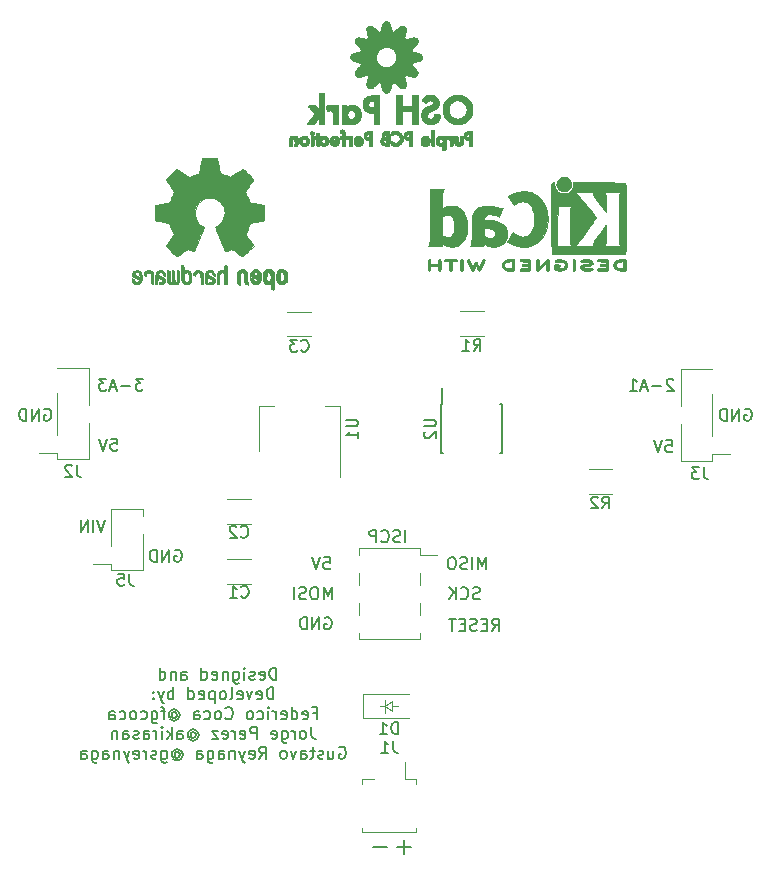
<source format=gbo>
%TF.GenerationSoftware,KiCad,Pcbnew,4.0.7-e2-6376~58~ubuntu16.04.1*%
%TF.CreationDate,2018-02-19T14:40:51-07:00*%
%TF.ProjectId,001,3030312E6B696361645F706362000000,rev?*%
%TF.FileFunction,Legend,Bot*%
%FSLAX46Y46*%
G04 Gerber Fmt 4.6, Leading zero omitted, Abs format (unit mm)*
G04 Created by KiCad (PCBNEW 4.0.7-e2-6376~58~ubuntu16.04.1) date Mon Feb 19 14:40:51 2018*
%MOMM*%
%LPD*%
G01*
G04 APERTURE LIST*
%ADD10C,0.100000*%
%ADD11C,0.152400*%
%ADD12C,0.120000*%
%ADD13C,0.150000*%
%ADD14C,0.010000*%
G04 APERTURE END LIST*
D10*
D11*
X136372524Y-133845286D02*
X135153476Y-133845286D01*
X138404524Y-133845286D02*
X137185476Y-133845286D01*
X137795000Y-134454810D02*
X137795000Y-133235762D01*
X137897809Y-108028619D02*
X137897809Y-107012619D01*
X137462380Y-107980238D02*
X137317237Y-108028619D01*
X137075333Y-108028619D01*
X136978571Y-107980238D01*
X136930190Y-107931857D01*
X136881809Y-107835095D01*
X136881809Y-107738333D01*
X136930190Y-107641571D01*
X136978571Y-107593190D01*
X137075333Y-107544810D01*
X137268856Y-107496429D01*
X137365618Y-107448048D01*
X137413999Y-107399667D01*
X137462380Y-107302905D01*
X137462380Y-107206143D01*
X137413999Y-107109381D01*
X137365618Y-107061000D01*
X137268856Y-107012619D01*
X137026952Y-107012619D01*
X136881809Y-107061000D01*
X135865809Y-107931857D02*
X135914190Y-107980238D01*
X136059333Y-108028619D01*
X136156095Y-108028619D01*
X136301237Y-107980238D01*
X136397999Y-107883476D01*
X136446380Y-107786714D01*
X136494761Y-107593190D01*
X136494761Y-107448048D01*
X136446380Y-107254524D01*
X136397999Y-107157762D01*
X136301237Y-107061000D01*
X136156095Y-107012619D01*
X136059333Y-107012619D01*
X135914190Y-107061000D01*
X135865809Y-107109381D01*
X135430380Y-108028619D02*
X135430380Y-107012619D01*
X135043333Y-107012619D01*
X134946571Y-107061000D01*
X134898190Y-107109381D01*
X134849809Y-107206143D01*
X134849809Y-107351286D01*
X134898190Y-107448048D01*
X134946571Y-107496429D01*
X135043333Y-107544810D01*
X135430380Y-107544810D01*
X159959524Y-99392619D02*
X160443333Y-99392619D01*
X160491714Y-99876429D01*
X160443333Y-99828048D01*
X160346571Y-99779667D01*
X160104667Y-99779667D01*
X160007905Y-99828048D01*
X159959524Y-99876429D01*
X159911143Y-99973190D01*
X159911143Y-100215095D01*
X159959524Y-100311857D01*
X160007905Y-100360238D01*
X160104667Y-100408619D01*
X160346571Y-100408619D01*
X160443333Y-100360238D01*
X160491714Y-100311857D01*
X159620857Y-99392619D02*
X159282190Y-100408619D01*
X158943524Y-99392619D01*
X166636095Y-96774000D02*
X166732857Y-96725619D01*
X166878000Y-96725619D01*
X167023142Y-96774000D01*
X167119904Y-96870762D01*
X167168285Y-96967524D01*
X167216666Y-97161048D01*
X167216666Y-97306190D01*
X167168285Y-97499714D01*
X167119904Y-97596476D01*
X167023142Y-97693238D01*
X166878000Y-97741619D01*
X166781238Y-97741619D01*
X166636095Y-97693238D01*
X166587714Y-97644857D01*
X166587714Y-97306190D01*
X166781238Y-97306190D01*
X166152285Y-97741619D02*
X166152285Y-96725619D01*
X165571714Y-97741619D01*
X165571714Y-96725619D01*
X165087904Y-97741619D02*
X165087904Y-96725619D01*
X164845999Y-96725619D01*
X164700857Y-96774000D01*
X164604095Y-96870762D01*
X164555714Y-96967524D01*
X164507333Y-97161048D01*
X164507333Y-97306190D01*
X164555714Y-97499714D01*
X164604095Y-97596476D01*
X164700857Y-97693238D01*
X164845999Y-97741619D01*
X165087904Y-97741619D01*
X112969524Y-99265619D02*
X113453333Y-99265619D01*
X113501714Y-99749429D01*
X113453333Y-99701048D01*
X113356571Y-99652667D01*
X113114667Y-99652667D01*
X113017905Y-99701048D01*
X112969524Y-99749429D01*
X112921143Y-99846190D01*
X112921143Y-100088095D01*
X112969524Y-100184857D01*
X113017905Y-100233238D01*
X113114667Y-100281619D01*
X113356571Y-100281619D01*
X113453333Y-100233238D01*
X113501714Y-100184857D01*
X112630857Y-99265619D02*
X112292190Y-100281619D01*
X111953524Y-99265619D01*
X107327095Y-96774000D02*
X107423857Y-96725619D01*
X107569000Y-96725619D01*
X107714142Y-96774000D01*
X107810904Y-96870762D01*
X107859285Y-96967524D01*
X107907666Y-97161048D01*
X107907666Y-97306190D01*
X107859285Y-97499714D01*
X107810904Y-97596476D01*
X107714142Y-97693238D01*
X107569000Y-97741619D01*
X107472238Y-97741619D01*
X107327095Y-97693238D01*
X107278714Y-97644857D01*
X107278714Y-97306190D01*
X107472238Y-97306190D01*
X106843285Y-97741619D02*
X106843285Y-96725619D01*
X106262714Y-97741619D01*
X106262714Y-96725619D01*
X105778904Y-97741619D02*
X105778904Y-96725619D01*
X105536999Y-96725619D01*
X105391857Y-96774000D01*
X105295095Y-96870762D01*
X105246714Y-96967524D01*
X105198333Y-97161048D01*
X105198333Y-97306190D01*
X105246714Y-97499714D01*
X105295095Y-97596476D01*
X105391857Y-97693238D01*
X105536999Y-97741619D01*
X105778904Y-97741619D01*
X126962504Y-119661819D02*
X126962504Y-118645819D01*
X126720599Y-118645819D01*
X126575457Y-118694200D01*
X126478695Y-118790962D01*
X126430314Y-118887724D01*
X126381933Y-119081248D01*
X126381933Y-119226390D01*
X126430314Y-119419914D01*
X126478695Y-119516676D01*
X126575457Y-119613438D01*
X126720599Y-119661819D01*
X126962504Y-119661819D01*
X125559457Y-119613438D02*
X125656219Y-119661819D01*
X125849742Y-119661819D01*
X125946504Y-119613438D01*
X125994885Y-119516676D01*
X125994885Y-119129629D01*
X125946504Y-119032867D01*
X125849742Y-118984486D01*
X125656219Y-118984486D01*
X125559457Y-119032867D01*
X125511076Y-119129629D01*
X125511076Y-119226390D01*
X125994885Y-119323152D01*
X125124028Y-119613438D02*
X125027266Y-119661819D01*
X124833742Y-119661819D01*
X124736981Y-119613438D01*
X124688600Y-119516676D01*
X124688600Y-119468295D01*
X124736981Y-119371533D01*
X124833742Y-119323152D01*
X124978885Y-119323152D01*
X125075647Y-119274771D01*
X125124028Y-119178010D01*
X125124028Y-119129629D01*
X125075647Y-119032867D01*
X124978885Y-118984486D01*
X124833742Y-118984486D01*
X124736981Y-119032867D01*
X124253171Y-119661819D02*
X124253171Y-118984486D01*
X124253171Y-118645819D02*
X124301552Y-118694200D01*
X124253171Y-118742581D01*
X124204790Y-118694200D01*
X124253171Y-118645819D01*
X124253171Y-118742581D01*
X123333933Y-118984486D02*
X123333933Y-119806962D01*
X123382314Y-119903724D01*
X123430695Y-119952105D01*
X123527456Y-120000486D01*
X123672599Y-120000486D01*
X123769361Y-119952105D01*
X123333933Y-119613438D02*
X123430695Y-119661819D01*
X123624218Y-119661819D01*
X123720980Y-119613438D01*
X123769361Y-119565057D01*
X123817742Y-119468295D01*
X123817742Y-119178010D01*
X123769361Y-119081248D01*
X123720980Y-119032867D01*
X123624218Y-118984486D01*
X123430695Y-118984486D01*
X123333933Y-119032867D01*
X122850123Y-118984486D02*
X122850123Y-119661819D01*
X122850123Y-119081248D02*
X122801742Y-119032867D01*
X122704980Y-118984486D01*
X122559838Y-118984486D01*
X122463076Y-119032867D01*
X122414695Y-119129629D01*
X122414695Y-119661819D01*
X121543838Y-119613438D02*
X121640600Y-119661819D01*
X121834123Y-119661819D01*
X121930885Y-119613438D01*
X121979266Y-119516676D01*
X121979266Y-119129629D01*
X121930885Y-119032867D01*
X121834123Y-118984486D01*
X121640600Y-118984486D01*
X121543838Y-119032867D01*
X121495457Y-119129629D01*
X121495457Y-119226390D01*
X121979266Y-119323152D01*
X120624600Y-119661819D02*
X120624600Y-118645819D01*
X120624600Y-119613438D02*
X120721362Y-119661819D01*
X120914885Y-119661819D01*
X121011647Y-119613438D01*
X121060028Y-119565057D01*
X121108409Y-119468295D01*
X121108409Y-119178010D01*
X121060028Y-119081248D01*
X121011647Y-119032867D01*
X120914885Y-118984486D01*
X120721362Y-118984486D01*
X120624600Y-119032867D01*
X118931267Y-119661819D02*
X118931267Y-119129629D01*
X118979648Y-119032867D01*
X119076410Y-118984486D01*
X119269933Y-118984486D01*
X119366695Y-119032867D01*
X118931267Y-119613438D02*
X119028029Y-119661819D01*
X119269933Y-119661819D01*
X119366695Y-119613438D01*
X119415076Y-119516676D01*
X119415076Y-119419914D01*
X119366695Y-119323152D01*
X119269933Y-119274771D01*
X119028029Y-119274771D01*
X118931267Y-119226390D01*
X118447457Y-118984486D02*
X118447457Y-119661819D01*
X118447457Y-119081248D02*
X118399076Y-119032867D01*
X118302314Y-118984486D01*
X118157172Y-118984486D01*
X118060410Y-119032867D01*
X118012029Y-119129629D01*
X118012029Y-119661819D01*
X117092791Y-119661819D02*
X117092791Y-118645819D01*
X117092791Y-119613438D02*
X117189553Y-119661819D01*
X117383076Y-119661819D01*
X117479838Y-119613438D01*
X117528219Y-119565057D01*
X117576600Y-119468295D01*
X117576600Y-119178010D01*
X117528219Y-119081248D01*
X117479838Y-119032867D01*
X117383076Y-118984486D01*
X117189553Y-118984486D01*
X117092791Y-119032867D01*
X126720599Y-121338219D02*
X126720599Y-120322219D01*
X126478694Y-120322219D01*
X126333552Y-120370600D01*
X126236790Y-120467362D01*
X126188409Y-120564124D01*
X126140028Y-120757648D01*
X126140028Y-120902790D01*
X126188409Y-121096314D01*
X126236790Y-121193076D01*
X126333552Y-121289838D01*
X126478694Y-121338219D01*
X126720599Y-121338219D01*
X125317552Y-121289838D02*
X125414314Y-121338219D01*
X125607837Y-121338219D01*
X125704599Y-121289838D01*
X125752980Y-121193076D01*
X125752980Y-120806029D01*
X125704599Y-120709267D01*
X125607837Y-120660886D01*
X125414314Y-120660886D01*
X125317552Y-120709267D01*
X125269171Y-120806029D01*
X125269171Y-120902790D01*
X125752980Y-120999552D01*
X124930504Y-120660886D02*
X124688599Y-121338219D01*
X124446695Y-120660886D01*
X123672600Y-121289838D02*
X123769362Y-121338219D01*
X123962885Y-121338219D01*
X124059647Y-121289838D01*
X124108028Y-121193076D01*
X124108028Y-120806029D01*
X124059647Y-120709267D01*
X123962885Y-120660886D01*
X123769362Y-120660886D01*
X123672600Y-120709267D01*
X123624219Y-120806029D01*
X123624219Y-120902790D01*
X124108028Y-120999552D01*
X123043647Y-121338219D02*
X123140409Y-121289838D01*
X123188790Y-121193076D01*
X123188790Y-120322219D01*
X122511457Y-121338219D02*
X122608219Y-121289838D01*
X122656600Y-121241457D01*
X122704981Y-121144695D01*
X122704981Y-120854410D01*
X122656600Y-120757648D01*
X122608219Y-120709267D01*
X122511457Y-120660886D01*
X122366315Y-120660886D01*
X122269553Y-120709267D01*
X122221172Y-120757648D01*
X122172791Y-120854410D01*
X122172791Y-121144695D01*
X122221172Y-121241457D01*
X122269553Y-121289838D01*
X122366315Y-121338219D01*
X122511457Y-121338219D01*
X121737362Y-120660886D02*
X121737362Y-121676886D01*
X121737362Y-120709267D02*
X121640600Y-120660886D01*
X121447077Y-120660886D01*
X121350315Y-120709267D01*
X121301934Y-120757648D01*
X121253553Y-120854410D01*
X121253553Y-121144695D01*
X121301934Y-121241457D01*
X121350315Y-121289838D01*
X121447077Y-121338219D01*
X121640600Y-121338219D01*
X121737362Y-121289838D01*
X120431077Y-121289838D02*
X120527839Y-121338219D01*
X120721362Y-121338219D01*
X120818124Y-121289838D01*
X120866505Y-121193076D01*
X120866505Y-120806029D01*
X120818124Y-120709267D01*
X120721362Y-120660886D01*
X120527839Y-120660886D01*
X120431077Y-120709267D01*
X120382696Y-120806029D01*
X120382696Y-120902790D01*
X120866505Y-120999552D01*
X119511839Y-121338219D02*
X119511839Y-120322219D01*
X119511839Y-121289838D02*
X119608601Y-121338219D01*
X119802124Y-121338219D01*
X119898886Y-121289838D01*
X119947267Y-121241457D01*
X119995648Y-121144695D01*
X119995648Y-120854410D01*
X119947267Y-120757648D01*
X119898886Y-120709267D01*
X119802124Y-120660886D01*
X119608601Y-120660886D01*
X119511839Y-120709267D01*
X118253934Y-121338219D02*
X118253934Y-120322219D01*
X118253934Y-120709267D02*
X118157172Y-120660886D01*
X117963649Y-120660886D01*
X117866887Y-120709267D01*
X117818506Y-120757648D01*
X117770125Y-120854410D01*
X117770125Y-121144695D01*
X117818506Y-121241457D01*
X117866887Y-121289838D01*
X117963649Y-121338219D01*
X118157172Y-121338219D01*
X118253934Y-121289838D01*
X117431458Y-120660886D02*
X117189553Y-121338219D01*
X116947649Y-120660886D02*
X117189553Y-121338219D01*
X117286315Y-121580124D01*
X117334696Y-121628505D01*
X117431458Y-121676886D01*
X116560601Y-121241457D02*
X116512220Y-121289838D01*
X116560601Y-121338219D01*
X116608982Y-121289838D01*
X116560601Y-121241457D01*
X116560601Y-121338219D01*
X116560601Y-120709267D02*
X116512220Y-120757648D01*
X116560601Y-120806029D01*
X116608982Y-120757648D01*
X116560601Y-120709267D01*
X116560601Y-120806029D01*
X130107266Y-122482429D02*
X130445932Y-122482429D01*
X130445932Y-123014619D02*
X130445932Y-121998619D01*
X129962123Y-121998619D01*
X129188028Y-122966238D02*
X129284790Y-123014619D01*
X129478313Y-123014619D01*
X129575075Y-122966238D01*
X129623456Y-122869476D01*
X129623456Y-122482429D01*
X129575075Y-122385667D01*
X129478313Y-122337286D01*
X129284790Y-122337286D01*
X129188028Y-122385667D01*
X129139647Y-122482429D01*
X129139647Y-122579190D01*
X129623456Y-122675952D01*
X128268790Y-123014619D02*
X128268790Y-121998619D01*
X128268790Y-122966238D02*
X128365552Y-123014619D01*
X128559075Y-123014619D01*
X128655837Y-122966238D01*
X128704218Y-122917857D01*
X128752599Y-122821095D01*
X128752599Y-122530810D01*
X128704218Y-122434048D01*
X128655837Y-122385667D01*
X128559075Y-122337286D01*
X128365552Y-122337286D01*
X128268790Y-122385667D01*
X127397933Y-122966238D02*
X127494695Y-123014619D01*
X127688218Y-123014619D01*
X127784980Y-122966238D01*
X127833361Y-122869476D01*
X127833361Y-122482429D01*
X127784980Y-122385667D01*
X127688218Y-122337286D01*
X127494695Y-122337286D01*
X127397933Y-122385667D01*
X127349552Y-122482429D01*
X127349552Y-122579190D01*
X127833361Y-122675952D01*
X126914123Y-123014619D02*
X126914123Y-122337286D01*
X126914123Y-122530810D02*
X126865742Y-122434048D01*
X126817361Y-122385667D01*
X126720599Y-122337286D01*
X126623838Y-122337286D01*
X126285171Y-123014619D02*
X126285171Y-122337286D01*
X126285171Y-121998619D02*
X126333552Y-122047000D01*
X126285171Y-122095381D01*
X126236790Y-122047000D01*
X126285171Y-121998619D01*
X126285171Y-122095381D01*
X125365933Y-122966238D02*
X125462695Y-123014619D01*
X125656218Y-123014619D01*
X125752980Y-122966238D01*
X125801361Y-122917857D01*
X125849742Y-122821095D01*
X125849742Y-122530810D01*
X125801361Y-122434048D01*
X125752980Y-122385667D01*
X125656218Y-122337286D01*
X125462695Y-122337286D01*
X125365933Y-122385667D01*
X124785361Y-123014619D02*
X124882123Y-122966238D01*
X124930504Y-122917857D01*
X124978885Y-122821095D01*
X124978885Y-122530810D01*
X124930504Y-122434048D01*
X124882123Y-122385667D01*
X124785361Y-122337286D01*
X124640219Y-122337286D01*
X124543457Y-122385667D01*
X124495076Y-122434048D01*
X124446695Y-122530810D01*
X124446695Y-122821095D01*
X124495076Y-122917857D01*
X124543457Y-122966238D01*
X124640219Y-123014619D01*
X124785361Y-123014619D01*
X122656600Y-122917857D02*
X122704981Y-122966238D01*
X122850124Y-123014619D01*
X122946886Y-123014619D01*
X123092028Y-122966238D01*
X123188790Y-122869476D01*
X123237171Y-122772714D01*
X123285552Y-122579190D01*
X123285552Y-122434048D01*
X123237171Y-122240524D01*
X123188790Y-122143762D01*
X123092028Y-122047000D01*
X122946886Y-121998619D01*
X122850124Y-121998619D01*
X122704981Y-122047000D01*
X122656600Y-122095381D01*
X122076028Y-123014619D02*
X122172790Y-122966238D01*
X122221171Y-122917857D01*
X122269552Y-122821095D01*
X122269552Y-122530810D01*
X122221171Y-122434048D01*
X122172790Y-122385667D01*
X122076028Y-122337286D01*
X121930886Y-122337286D01*
X121834124Y-122385667D01*
X121785743Y-122434048D01*
X121737362Y-122530810D01*
X121737362Y-122821095D01*
X121785743Y-122917857D01*
X121834124Y-122966238D01*
X121930886Y-123014619D01*
X122076028Y-123014619D01*
X120866505Y-122966238D02*
X120963267Y-123014619D01*
X121156790Y-123014619D01*
X121253552Y-122966238D01*
X121301933Y-122917857D01*
X121350314Y-122821095D01*
X121350314Y-122530810D01*
X121301933Y-122434048D01*
X121253552Y-122385667D01*
X121156790Y-122337286D01*
X120963267Y-122337286D01*
X120866505Y-122385667D01*
X119995648Y-123014619D02*
X119995648Y-122482429D01*
X120044029Y-122385667D01*
X120140791Y-122337286D01*
X120334314Y-122337286D01*
X120431076Y-122385667D01*
X119995648Y-122966238D02*
X120092410Y-123014619D01*
X120334314Y-123014619D01*
X120431076Y-122966238D01*
X120479457Y-122869476D01*
X120479457Y-122772714D01*
X120431076Y-122675952D01*
X120334314Y-122627571D01*
X120092410Y-122627571D01*
X119995648Y-122579190D01*
X118108791Y-122530810D02*
X118157172Y-122482429D01*
X118253934Y-122434048D01*
X118350696Y-122434048D01*
X118447458Y-122482429D01*
X118495838Y-122530810D01*
X118544219Y-122627571D01*
X118544219Y-122724333D01*
X118495838Y-122821095D01*
X118447458Y-122869476D01*
X118350696Y-122917857D01*
X118253934Y-122917857D01*
X118157172Y-122869476D01*
X118108791Y-122821095D01*
X118108791Y-122434048D02*
X118108791Y-122821095D01*
X118060410Y-122869476D01*
X118012029Y-122869476D01*
X117915267Y-122821095D01*
X117866886Y-122724333D01*
X117866886Y-122482429D01*
X117963648Y-122337286D01*
X118108791Y-122240524D01*
X118302315Y-122192143D01*
X118495838Y-122240524D01*
X118640981Y-122337286D01*
X118737743Y-122482429D01*
X118786124Y-122675952D01*
X118737743Y-122869476D01*
X118640981Y-123014619D01*
X118495838Y-123111381D01*
X118302315Y-123159762D01*
X118108791Y-123111381D01*
X117963648Y-123014619D01*
X117576600Y-122337286D02*
X117189552Y-122337286D01*
X117431457Y-123014619D02*
X117431457Y-122143762D01*
X117383076Y-122047000D01*
X117286314Y-121998619D01*
X117189552Y-121998619D01*
X116415458Y-122337286D02*
X116415458Y-123159762D01*
X116463839Y-123256524D01*
X116512220Y-123304905D01*
X116608981Y-123353286D01*
X116754124Y-123353286D01*
X116850886Y-123304905D01*
X116415458Y-122966238D02*
X116512220Y-123014619D01*
X116705743Y-123014619D01*
X116802505Y-122966238D01*
X116850886Y-122917857D01*
X116899267Y-122821095D01*
X116899267Y-122530810D01*
X116850886Y-122434048D01*
X116802505Y-122385667D01*
X116705743Y-122337286D01*
X116512220Y-122337286D01*
X116415458Y-122385667D01*
X115496220Y-122966238D02*
X115592982Y-123014619D01*
X115786505Y-123014619D01*
X115883267Y-122966238D01*
X115931648Y-122917857D01*
X115980029Y-122821095D01*
X115980029Y-122530810D01*
X115931648Y-122434048D01*
X115883267Y-122385667D01*
X115786505Y-122337286D01*
X115592982Y-122337286D01*
X115496220Y-122385667D01*
X114915648Y-123014619D02*
X115012410Y-122966238D01*
X115060791Y-122917857D01*
X115109172Y-122821095D01*
X115109172Y-122530810D01*
X115060791Y-122434048D01*
X115012410Y-122385667D01*
X114915648Y-122337286D01*
X114770506Y-122337286D01*
X114673744Y-122385667D01*
X114625363Y-122434048D01*
X114576982Y-122530810D01*
X114576982Y-122821095D01*
X114625363Y-122917857D01*
X114673744Y-122966238D01*
X114770506Y-123014619D01*
X114915648Y-123014619D01*
X113706125Y-122966238D02*
X113802887Y-123014619D01*
X113996410Y-123014619D01*
X114093172Y-122966238D01*
X114141553Y-122917857D01*
X114189934Y-122821095D01*
X114189934Y-122530810D01*
X114141553Y-122434048D01*
X114093172Y-122385667D01*
X113996410Y-122337286D01*
X113802887Y-122337286D01*
X113706125Y-122385667D01*
X112835268Y-123014619D02*
X112835268Y-122482429D01*
X112883649Y-122385667D01*
X112980411Y-122337286D01*
X113173934Y-122337286D01*
X113270696Y-122385667D01*
X112835268Y-122966238D02*
X112932030Y-123014619D01*
X113173934Y-123014619D01*
X113270696Y-122966238D01*
X113319077Y-122869476D01*
X113319077Y-122772714D01*
X113270696Y-122675952D01*
X113173934Y-122627571D01*
X112932030Y-122627571D01*
X112835268Y-122579190D01*
X129913742Y-123675019D02*
X129913742Y-124400733D01*
X129962122Y-124545876D01*
X130058884Y-124642638D01*
X130204027Y-124691019D01*
X130300789Y-124691019D01*
X129284789Y-124691019D02*
X129381551Y-124642638D01*
X129429932Y-124594257D01*
X129478313Y-124497495D01*
X129478313Y-124207210D01*
X129429932Y-124110448D01*
X129381551Y-124062067D01*
X129284789Y-124013686D01*
X129139647Y-124013686D01*
X129042885Y-124062067D01*
X128994504Y-124110448D01*
X128946123Y-124207210D01*
X128946123Y-124497495D01*
X128994504Y-124594257D01*
X129042885Y-124642638D01*
X129139647Y-124691019D01*
X129284789Y-124691019D01*
X128510694Y-124691019D02*
X128510694Y-124013686D01*
X128510694Y-124207210D02*
X128462313Y-124110448D01*
X128413932Y-124062067D01*
X128317170Y-124013686D01*
X128220409Y-124013686D01*
X127446314Y-124013686D02*
X127446314Y-124836162D01*
X127494695Y-124932924D01*
X127543076Y-124981305D01*
X127639837Y-125029686D01*
X127784980Y-125029686D01*
X127881742Y-124981305D01*
X127446314Y-124642638D02*
X127543076Y-124691019D01*
X127736599Y-124691019D01*
X127833361Y-124642638D01*
X127881742Y-124594257D01*
X127930123Y-124497495D01*
X127930123Y-124207210D01*
X127881742Y-124110448D01*
X127833361Y-124062067D01*
X127736599Y-124013686D01*
X127543076Y-124013686D01*
X127446314Y-124062067D01*
X126575457Y-124642638D02*
X126672219Y-124691019D01*
X126865742Y-124691019D01*
X126962504Y-124642638D01*
X127010885Y-124545876D01*
X127010885Y-124158829D01*
X126962504Y-124062067D01*
X126865742Y-124013686D01*
X126672219Y-124013686D01*
X126575457Y-124062067D01*
X126527076Y-124158829D01*
X126527076Y-124255590D01*
X127010885Y-124352352D01*
X125317552Y-124691019D02*
X125317552Y-123675019D01*
X124930505Y-123675019D01*
X124833743Y-123723400D01*
X124785362Y-123771781D01*
X124736981Y-123868543D01*
X124736981Y-124013686D01*
X124785362Y-124110448D01*
X124833743Y-124158829D01*
X124930505Y-124207210D01*
X125317552Y-124207210D01*
X123914505Y-124642638D02*
X124011267Y-124691019D01*
X124204790Y-124691019D01*
X124301552Y-124642638D01*
X124349933Y-124545876D01*
X124349933Y-124158829D01*
X124301552Y-124062067D01*
X124204790Y-124013686D01*
X124011267Y-124013686D01*
X123914505Y-124062067D01*
X123866124Y-124158829D01*
X123866124Y-124255590D01*
X124349933Y-124352352D01*
X123430695Y-124691019D02*
X123430695Y-124013686D01*
X123430695Y-124207210D02*
X123382314Y-124110448D01*
X123333933Y-124062067D01*
X123237171Y-124013686D01*
X123140410Y-124013686D01*
X122414696Y-124642638D02*
X122511458Y-124691019D01*
X122704981Y-124691019D01*
X122801743Y-124642638D01*
X122850124Y-124545876D01*
X122850124Y-124158829D01*
X122801743Y-124062067D01*
X122704981Y-124013686D01*
X122511458Y-124013686D01*
X122414696Y-124062067D01*
X122366315Y-124158829D01*
X122366315Y-124255590D01*
X122850124Y-124352352D01*
X122027648Y-124013686D02*
X121495458Y-124013686D01*
X122027648Y-124691019D01*
X121495458Y-124691019D01*
X119705363Y-124207210D02*
X119753744Y-124158829D01*
X119850506Y-124110448D01*
X119947268Y-124110448D01*
X120044030Y-124158829D01*
X120092410Y-124207210D01*
X120140791Y-124303971D01*
X120140791Y-124400733D01*
X120092410Y-124497495D01*
X120044030Y-124545876D01*
X119947268Y-124594257D01*
X119850506Y-124594257D01*
X119753744Y-124545876D01*
X119705363Y-124497495D01*
X119705363Y-124110448D02*
X119705363Y-124497495D01*
X119656982Y-124545876D01*
X119608601Y-124545876D01*
X119511839Y-124497495D01*
X119463458Y-124400733D01*
X119463458Y-124158829D01*
X119560220Y-124013686D01*
X119705363Y-123916924D01*
X119898887Y-123868543D01*
X120092410Y-123916924D01*
X120237553Y-124013686D01*
X120334315Y-124158829D01*
X120382696Y-124352352D01*
X120334315Y-124545876D01*
X120237553Y-124691019D01*
X120092410Y-124787781D01*
X119898887Y-124836162D01*
X119705363Y-124787781D01*
X119560220Y-124691019D01*
X118592601Y-124691019D02*
X118592601Y-124158829D01*
X118640982Y-124062067D01*
X118737744Y-124013686D01*
X118931267Y-124013686D01*
X119028029Y-124062067D01*
X118592601Y-124642638D02*
X118689363Y-124691019D01*
X118931267Y-124691019D01*
X119028029Y-124642638D01*
X119076410Y-124545876D01*
X119076410Y-124449114D01*
X119028029Y-124352352D01*
X118931267Y-124303971D01*
X118689363Y-124303971D01*
X118592601Y-124255590D01*
X118108791Y-124691019D02*
X118108791Y-123675019D01*
X118012029Y-124303971D02*
X117721744Y-124691019D01*
X117721744Y-124013686D02*
X118108791Y-124400733D01*
X117286315Y-124691019D02*
X117286315Y-124013686D01*
X117286315Y-123675019D02*
X117334696Y-123723400D01*
X117286315Y-123771781D01*
X117237934Y-123723400D01*
X117286315Y-123675019D01*
X117286315Y-123771781D01*
X116802505Y-124691019D02*
X116802505Y-124013686D01*
X116802505Y-124207210D02*
X116754124Y-124110448D01*
X116705743Y-124062067D01*
X116608981Y-124013686D01*
X116512220Y-124013686D01*
X115738125Y-124691019D02*
X115738125Y-124158829D01*
X115786506Y-124062067D01*
X115883268Y-124013686D01*
X116076791Y-124013686D01*
X116173553Y-124062067D01*
X115738125Y-124642638D02*
X115834887Y-124691019D01*
X116076791Y-124691019D01*
X116173553Y-124642638D01*
X116221934Y-124545876D01*
X116221934Y-124449114D01*
X116173553Y-124352352D01*
X116076791Y-124303971D01*
X115834887Y-124303971D01*
X115738125Y-124255590D01*
X115302696Y-124642638D02*
X115205934Y-124691019D01*
X115012410Y-124691019D01*
X114915649Y-124642638D01*
X114867268Y-124545876D01*
X114867268Y-124497495D01*
X114915649Y-124400733D01*
X115012410Y-124352352D01*
X115157553Y-124352352D01*
X115254315Y-124303971D01*
X115302696Y-124207210D01*
X115302696Y-124158829D01*
X115254315Y-124062067D01*
X115157553Y-124013686D01*
X115012410Y-124013686D01*
X114915649Y-124062067D01*
X113996411Y-124691019D02*
X113996411Y-124158829D01*
X114044792Y-124062067D01*
X114141554Y-124013686D01*
X114335077Y-124013686D01*
X114431839Y-124062067D01*
X113996411Y-124642638D02*
X114093173Y-124691019D01*
X114335077Y-124691019D01*
X114431839Y-124642638D01*
X114480220Y-124545876D01*
X114480220Y-124449114D01*
X114431839Y-124352352D01*
X114335077Y-124303971D01*
X114093173Y-124303971D01*
X113996411Y-124255590D01*
X113512601Y-124013686D02*
X113512601Y-124691019D01*
X113512601Y-124110448D02*
X113464220Y-124062067D01*
X113367458Y-124013686D01*
X113222316Y-124013686D01*
X113125554Y-124062067D01*
X113077173Y-124158829D01*
X113077173Y-124691019D01*
X132284408Y-125399800D02*
X132381170Y-125351419D01*
X132526313Y-125351419D01*
X132671455Y-125399800D01*
X132768217Y-125496562D01*
X132816598Y-125593324D01*
X132864979Y-125786848D01*
X132864979Y-125931990D01*
X132816598Y-126125514D01*
X132768217Y-126222276D01*
X132671455Y-126319038D01*
X132526313Y-126367419D01*
X132429551Y-126367419D01*
X132284408Y-126319038D01*
X132236027Y-126270657D01*
X132236027Y-125931990D01*
X132429551Y-125931990D01*
X131365170Y-125690086D02*
X131365170Y-126367419D01*
X131800598Y-125690086D02*
X131800598Y-126222276D01*
X131752217Y-126319038D01*
X131655455Y-126367419D01*
X131510313Y-126367419D01*
X131413551Y-126319038D01*
X131365170Y-126270657D01*
X130929741Y-126319038D02*
X130832979Y-126367419D01*
X130639455Y-126367419D01*
X130542694Y-126319038D01*
X130494313Y-126222276D01*
X130494313Y-126173895D01*
X130542694Y-126077133D01*
X130639455Y-126028752D01*
X130784598Y-126028752D01*
X130881360Y-125980371D01*
X130929741Y-125883610D01*
X130929741Y-125835229D01*
X130881360Y-125738467D01*
X130784598Y-125690086D01*
X130639455Y-125690086D01*
X130542694Y-125738467D01*
X130204027Y-125690086D02*
X129816979Y-125690086D01*
X130058884Y-125351419D02*
X130058884Y-126222276D01*
X130010503Y-126319038D01*
X129913741Y-126367419D01*
X129816979Y-126367419D01*
X129042885Y-126367419D02*
X129042885Y-125835229D01*
X129091266Y-125738467D01*
X129188028Y-125690086D01*
X129381551Y-125690086D01*
X129478313Y-125738467D01*
X129042885Y-126319038D02*
X129139647Y-126367419D01*
X129381551Y-126367419D01*
X129478313Y-126319038D01*
X129526694Y-126222276D01*
X129526694Y-126125514D01*
X129478313Y-126028752D01*
X129381551Y-125980371D01*
X129139647Y-125980371D01*
X129042885Y-125931990D01*
X128655837Y-125690086D02*
X128413932Y-126367419D01*
X128172028Y-125690086D01*
X127639837Y-126367419D02*
X127736599Y-126319038D01*
X127784980Y-126270657D01*
X127833361Y-126173895D01*
X127833361Y-125883610D01*
X127784980Y-125786848D01*
X127736599Y-125738467D01*
X127639837Y-125690086D01*
X127494695Y-125690086D01*
X127397933Y-125738467D01*
X127349552Y-125786848D01*
X127301171Y-125883610D01*
X127301171Y-126173895D01*
X127349552Y-126270657D01*
X127397933Y-126319038D01*
X127494695Y-126367419D01*
X127639837Y-126367419D01*
X125511076Y-126367419D02*
X125849742Y-125883610D01*
X126091647Y-126367419D02*
X126091647Y-125351419D01*
X125704600Y-125351419D01*
X125607838Y-125399800D01*
X125559457Y-125448181D01*
X125511076Y-125544943D01*
X125511076Y-125690086D01*
X125559457Y-125786848D01*
X125607838Y-125835229D01*
X125704600Y-125883610D01*
X126091647Y-125883610D01*
X124688600Y-126319038D02*
X124785362Y-126367419D01*
X124978885Y-126367419D01*
X125075647Y-126319038D01*
X125124028Y-126222276D01*
X125124028Y-125835229D01*
X125075647Y-125738467D01*
X124978885Y-125690086D01*
X124785362Y-125690086D01*
X124688600Y-125738467D01*
X124640219Y-125835229D01*
X124640219Y-125931990D01*
X125124028Y-126028752D01*
X124301552Y-125690086D02*
X124059647Y-126367419D01*
X123817743Y-125690086D02*
X124059647Y-126367419D01*
X124156409Y-126609324D01*
X124204790Y-126657705D01*
X124301552Y-126706086D01*
X123430695Y-125690086D02*
X123430695Y-126367419D01*
X123430695Y-125786848D02*
X123382314Y-125738467D01*
X123285552Y-125690086D01*
X123140410Y-125690086D01*
X123043648Y-125738467D01*
X122995267Y-125835229D01*
X122995267Y-126367419D01*
X122076029Y-126367419D02*
X122076029Y-125835229D01*
X122124410Y-125738467D01*
X122221172Y-125690086D01*
X122414695Y-125690086D01*
X122511457Y-125738467D01*
X122076029Y-126319038D02*
X122172791Y-126367419D01*
X122414695Y-126367419D01*
X122511457Y-126319038D01*
X122559838Y-126222276D01*
X122559838Y-126125514D01*
X122511457Y-126028752D01*
X122414695Y-125980371D01*
X122172791Y-125980371D01*
X122076029Y-125931990D01*
X121156791Y-125690086D02*
X121156791Y-126512562D01*
X121205172Y-126609324D01*
X121253553Y-126657705D01*
X121350314Y-126706086D01*
X121495457Y-126706086D01*
X121592219Y-126657705D01*
X121156791Y-126319038D02*
X121253553Y-126367419D01*
X121447076Y-126367419D01*
X121543838Y-126319038D01*
X121592219Y-126270657D01*
X121640600Y-126173895D01*
X121640600Y-125883610D01*
X121592219Y-125786848D01*
X121543838Y-125738467D01*
X121447076Y-125690086D01*
X121253553Y-125690086D01*
X121156791Y-125738467D01*
X120237553Y-126367419D02*
X120237553Y-125835229D01*
X120285934Y-125738467D01*
X120382696Y-125690086D01*
X120576219Y-125690086D01*
X120672981Y-125738467D01*
X120237553Y-126319038D02*
X120334315Y-126367419D01*
X120576219Y-126367419D01*
X120672981Y-126319038D01*
X120721362Y-126222276D01*
X120721362Y-126125514D01*
X120672981Y-126028752D01*
X120576219Y-125980371D01*
X120334315Y-125980371D01*
X120237553Y-125931990D01*
X118350696Y-125883610D02*
X118399077Y-125835229D01*
X118495839Y-125786848D01*
X118592601Y-125786848D01*
X118689363Y-125835229D01*
X118737743Y-125883610D01*
X118786124Y-125980371D01*
X118786124Y-126077133D01*
X118737743Y-126173895D01*
X118689363Y-126222276D01*
X118592601Y-126270657D01*
X118495839Y-126270657D01*
X118399077Y-126222276D01*
X118350696Y-126173895D01*
X118350696Y-125786848D02*
X118350696Y-126173895D01*
X118302315Y-126222276D01*
X118253934Y-126222276D01*
X118157172Y-126173895D01*
X118108791Y-126077133D01*
X118108791Y-125835229D01*
X118205553Y-125690086D01*
X118350696Y-125593324D01*
X118544220Y-125544943D01*
X118737743Y-125593324D01*
X118882886Y-125690086D01*
X118979648Y-125835229D01*
X119028029Y-126028752D01*
X118979648Y-126222276D01*
X118882886Y-126367419D01*
X118737743Y-126464181D01*
X118544220Y-126512562D01*
X118350696Y-126464181D01*
X118205553Y-126367419D01*
X117237934Y-125690086D02*
X117237934Y-126512562D01*
X117286315Y-126609324D01*
X117334696Y-126657705D01*
X117431457Y-126706086D01*
X117576600Y-126706086D01*
X117673362Y-126657705D01*
X117237934Y-126319038D02*
X117334696Y-126367419D01*
X117528219Y-126367419D01*
X117624981Y-126319038D01*
X117673362Y-126270657D01*
X117721743Y-126173895D01*
X117721743Y-125883610D01*
X117673362Y-125786848D01*
X117624981Y-125738467D01*
X117528219Y-125690086D01*
X117334696Y-125690086D01*
X117237934Y-125738467D01*
X116802505Y-126319038D02*
X116705743Y-126367419D01*
X116512219Y-126367419D01*
X116415458Y-126319038D01*
X116367077Y-126222276D01*
X116367077Y-126173895D01*
X116415458Y-126077133D01*
X116512219Y-126028752D01*
X116657362Y-126028752D01*
X116754124Y-125980371D01*
X116802505Y-125883610D01*
X116802505Y-125835229D01*
X116754124Y-125738467D01*
X116657362Y-125690086D01*
X116512219Y-125690086D01*
X116415458Y-125738467D01*
X115931648Y-126367419D02*
X115931648Y-125690086D01*
X115931648Y-125883610D02*
X115883267Y-125786848D01*
X115834886Y-125738467D01*
X115738124Y-125690086D01*
X115641363Y-125690086D01*
X114915649Y-126319038D02*
X115012411Y-126367419D01*
X115205934Y-126367419D01*
X115302696Y-126319038D01*
X115351077Y-126222276D01*
X115351077Y-125835229D01*
X115302696Y-125738467D01*
X115205934Y-125690086D01*
X115012411Y-125690086D01*
X114915649Y-125738467D01*
X114867268Y-125835229D01*
X114867268Y-125931990D01*
X115351077Y-126028752D01*
X114528601Y-125690086D02*
X114286696Y-126367419D01*
X114044792Y-125690086D02*
X114286696Y-126367419D01*
X114383458Y-126609324D01*
X114431839Y-126657705D01*
X114528601Y-126706086D01*
X113657744Y-125690086D02*
X113657744Y-126367419D01*
X113657744Y-125786848D02*
X113609363Y-125738467D01*
X113512601Y-125690086D01*
X113367459Y-125690086D01*
X113270697Y-125738467D01*
X113222316Y-125835229D01*
X113222316Y-126367419D01*
X112303078Y-126367419D02*
X112303078Y-125835229D01*
X112351459Y-125738467D01*
X112448221Y-125690086D01*
X112641744Y-125690086D01*
X112738506Y-125738467D01*
X112303078Y-126319038D02*
X112399840Y-126367419D01*
X112641744Y-126367419D01*
X112738506Y-126319038D01*
X112786887Y-126222276D01*
X112786887Y-126125514D01*
X112738506Y-126028752D01*
X112641744Y-125980371D01*
X112399840Y-125980371D01*
X112303078Y-125931990D01*
X111383840Y-125690086D02*
X111383840Y-126512562D01*
X111432221Y-126609324D01*
X111480602Y-126657705D01*
X111577363Y-126706086D01*
X111722506Y-126706086D01*
X111819268Y-126657705D01*
X111383840Y-126319038D02*
X111480602Y-126367419D01*
X111674125Y-126367419D01*
X111770887Y-126319038D01*
X111819268Y-126270657D01*
X111867649Y-126173895D01*
X111867649Y-125883610D01*
X111819268Y-125786848D01*
X111770887Y-125738467D01*
X111674125Y-125690086D01*
X111480602Y-125690086D01*
X111383840Y-125738467D01*
X110464602Y-126367419D02*
X110464602Y-125835229D01*
X110512983Y-125738467D01*
X110609745Y-125690086D01*
X110803268Y-125690086D01*
X110900030Y-125738467D01*
X110464602Y-126319038D02*
X110561364Y-126367419D01*
X110803268Y-126367419D01*
X110900030Y-126319038D01*
X110948411Y-126222276D01*
X110948411Y-126125514D01*
X110900030Y-126028752D01*
X110803268Y-125980371D01*
X110561364Y-125980371D01*
X110464602Y-125931990D01*
X112491762Y-106123619D02*
X112153095Y-107139619D01*
X111814429Y-106123619D01*
X111475762Y-107139619D02*
X111475762Y-106123619D01*
X110991952Y-107139619D02*
X110991952Y-106123619D01*
X110411381Y-107139619D01*
X110411381Y-106123619D01*
X118376095Y-108712000D02*
X118472857Y-108663619D01*
X118618000Y-108663619D01*
X118763142Y-108712000D01*
X118859904Y-108808762D01*
X118908285Y-108905524D01*
X118956666Y-109099048D01*
X118956666Y-109244190D01*
X118908285Y-109437714D01*
X118859904Y-109534476D01*
X118763142Y-109631238D01*
X118618000Y-109679619D01*
X118521238Y-109679619D01*
X118376095Y-109631238D01*
X118327714Y-109582857D01*
X118327714Y-109244190D01*
X118521238Y-109244190D01*
X117892285Y-109679619D02*
X117892285Y-108663619D01*
X117311714Y-109679619D01*
X117311714Y-108663619D01*
X116827904Y-109679619D02*
X116827904Y-108663619D01*
X116585999Y-108663619D01*
X116440857Y-108712000D01*
X116344095Y-108808762D01*
X116295714Y-108905524D01*
X116247333Y-109099048D01*
X116247333Y-109244190D01*
X116295714Y-109437714D01*
X116344095Y-109534476D01*
X116440857Y-109631238D01*
X116585999Y-109679619D01*
X116827904Y-109679619D01*
X160588476Y-94282381D02*
X160540095Y-94234000D01*
X160443333Y-94185619D01*
X160201429Y-94185619D01*
X160104667Y-94234000D01*
X160056286Y-94282381D01*
X160007905Y-94379143D01*
X160007905Y-94475905D01*
X160056286Y-94621048D01*
X160636857Y-95201619D01*
X160007905Y-95201619D01*
X159572476Y-94814571D02*
X158798381Y-94814571D01*
X158362952Y-94911333D02*
X157879143Y-94911333D01*
X158459714Y-95201619D02*
X158121047Y-94185619D01*
X157782381Y-95201619D01*
X156911524Y-95201619D02*
X157492095Y-95201619D01*
X157201809Y-95201619D02*
X157201809Y-94185619D01*
X157298571Y-94330762D01*
X157395333Y-94427524D01*
X157492095Y-94475905D01*
X115678857Y-94185619D02*
X115049905Y-94185619D01*
X115388571Y-94572667D01*
X115243429Y-94572667D01*
X115146667Y-94621048D01*
X115098286Y-94669429D01*
X115049905Y-94766190D01*
X115049905Y-95008095D01*
X115098286Y-95104857D01*
X115146667Y-95153238D01*
X115243429Y-95201619D01*
X115533714Y-95201619D01*
X115630476Y-95153238D01*
X115678857Y-95104857D01*
X114614476Y-94814571D02*
X113840381Y-94814571D01*
X113404952Y-94911333D02*
X112921143Y-94911333D01*
X113501714Y-95201619D02*
X113163047Y-94185619D01*
X112824381Y-95201619D01*
X112582476Y-94185619D02*
X111953524Y-94185619D01*
X112292190Y-94572667D01*
X112147048Y-94572667D01*
X112050286Y-94621048D01*
X112001905Y-94669429D01*
X111953524Y-94766190D01*
X111953524Y-95008095D01*
X112001905Y-95104857D01*
X112050286Y-95153238D01*
X112147048Y-95201619D01*
X112437333Y-95201619D01*
X112534095Y-95153238D01*
X112582476Y-95104857D01*
X131003524Y-109298619D02*
X131487333Y-109298619D01*
X131535714Y-109782429D01*
X131487333Y-109734048D01*
X131390571Y-109685667D01*
X131148667Y-109685667D01*
X131051905Y-109734048D01*
X131003524Y-109782429D01*
X130955143Y-109879190D01*
X130955143Y-110121095D01*
X131003524Y-110217857D01*
X131051905Y-110266238D01*
X131148667Y-110314619D01*
X131390571Y-110314619D01*
X131487333Y-110266238D01*
X131535714Y-110217857D01*
X130664857Y-109298619D02*
X130326190Y-110314619D01*
X129987524Y-109298619D01*
X131644571Y-112854619D02*
X131644571Y-111838619D01*
X131305905Y-112564333D01*
X130967238Y-111838619D01*
X130967238Y-112854619D01*
X130289904Y-111838619D02*
X130096381Y-111838619D01*
X129999619Y-111887000D01*
X129902857Y-111983762D01*
X129854476Y-112177286D01*
X129854476Y-112515952D01*
X129902857Y-112709476D01*
X129999619Y-112806238D01*
X130096381Y-112854619D01*
X130289904Y-112854619D01*
X130386666Y-112806238D01*
X130483428Y-112709476D01*
X130531809Y-112515952D01*
X130531809Y-112177286D01*
X130483428Y-111983762D01*
X130386666Y-111887000D01*
X130289904Y-111838619D01*
X129467428Y-112806238D02*
X129322285Y-112854619D01*
X129080381Y-112854619D01*
X128983619Y-112806238D01*
X128935238Y-112757857D01*
X128886857Y-112661095D01*
X128886857Y-112564333D01*
X128935238Y-112467571D01*
X128983619Y-112419190D01*
X129080381Y-112370810D01*
X129273904Y-112322429D01*
X129370666Y-112274048D01*
X129419047Y-112225667D01*
X129467428Y-112128905D01*
X129467428Y-112032143D01*
X129419047Y-111935381D01*
X129370666Y-111887000D01*
X129273904Y-111838619D01*
X129032000Y-111838619D01*
X128886857Y-111887000D01*
X128451428Y-112854619D02*
X128451428Y-111838619D01*
X131076095Y-114427000D02*
X131172857Y-114378619D01*
X131318000Y-114378619D01*
X131463142Y-114427000D01*
X131559904Y-114523762D01*
X131608285Y-114620524D01*
X131656666Y-114814048D01*
X131656666Y-114959190D01*
X131608285Y-115152714D01*
X131559904Y-115249476D01*
X131463142Y-115346238D01*
X131318000Y-115394619D01*
X131221238Y-115394619D01*
X131076095Y-115346238D01*
X131027714Y-115297857D01*
X131027714Y-114959190D01*
X131221238Y-114959190D01*
X130592285Y-115394619D02*
X130592285Y-114378619D01*
X130011714Y-115394619D01*
X130011714Y-114378619D01*
X129527904Y-115394619D02*
X129527904Y-114378619D01*
X129285999Y-114378619D01*
X129140857Y-114427000D01*
X129044095Y-114523762D01*
X128995714Y-114620524D01*
X128947333Y-114814048D01*
X128947333Y-114959190D01*
X128995714Y-115152714D01*
X129044095Y-115249476D01*
X129140857Y-115346238D01*
X129285999Y-115394619D01*
X129527904Y-115394619D01*
X145239619Y-115521619D02*
X145578285Y-115037810D01*
X145820190Y-115521619D02*
X145820190Y-114505619D01*
X145433143Y-114505619D01*
X145336381Y-114554000D01*
X145288000Y-114602381D01*
X145239619Y-114699143D01*
X145239619Y-114844286D01*
X145288000Y-114941048D01*
X145336381Y-114989429D01*
X145433143Y-115037810D01*
X145820190Y-115037810D01*
X144804190Y-114989429D02*
X144465524Y-114989429D01*
X144320381Y-115521619D02*
X144804190Y-115521619D01*
X144804190Y-114505619D01*
X144320381Y-114505619D01*
X143933333Y-115473238D02*
X143788190Y-115521619D01*
X143546286Y-115521619D01*
X143449524Y-115473238D01*
X143401143Y-115424857D01*
X143352762Y-115328095D01*
X143352762Y-115231333D01*
X143401143Y-115134571D01*
X143449524Y-115086190D01*
X143546286Y-115037810D01*
X143739809Y-114989429D01*
X143836571Y-114941048D01*
X143884952Y-114892667D01*
X143933333Y-114795905D01*
X143933333Y-114699143D01*
X143884952Y-114602381D01*
X143836571Y-114554000D01*
X143739809Y-114505619D01*
X143497905Y-114505619D01*
X143352762Y-114554000D01*
X142917333Y-114989429D02*
X142578667Y-114989429D01*
X142433524Y-115521619D02*
X142917333Y-115521619D01*
X142917333Y-114505619D01*
X142433524Y-114505619D01*
X142143238Y-114505619D02*
X141562667Y-114505619D01*
X141852952Y-115521619D02*
X141852952Y-114505619D01*
X144181285Y-112806238D02*
X144036142Y-112854619D01*
X143794238Y-112854619D01*
X143697476Y-112806238D01*
X143649095Y-112757857D01*
X143600714Y-112661095D01*
X143600714Y-112564333D01*
X143649095Y-112467571D01*
X143697476Y-112419190D01*
X143794238Y-112370810D01*
X143987761Y-112322429D01*
X144084523Y-112274048D01*
X144132904Y-112225667D01*
X144181285Y-112128905D01*
X144181285Y-112032143D01*
X144132904Y-111935381D01*
X144084523Y-111887000D01*
X143987761Y-111838619D01*
X143745857Y-111838619D01*
X143600714Y-111887000D01*
X142584714Y-112757857D02*
X142633095Y-112806238D01*
X142778238Y-112854619D01*
X142875000Y-112854619D01*
X143020142Y-112806238D01*
X143116904Y-112709476D01*
X143165285Y-112612714D01*
X143213666Y-112419190D01*
X143213666Y-112274048D01*
X143165285Y-112080524D01*
X143116904Y-111983762D01*
X143020142Y-111887000D01*
X142875000Y-111838619D01*
X142778238Y-111838619D01*
X142633095Y-111887000D01*
X142584714Y-111935381D01*
X142149285Y-112854619D02*
X142149285Y-111838619D01*
X141568714Y-112854619D02*
X142004142Y-112274048D01*
X141568714Y-111838619D02*
X142149285Y-112419190D01*
X144725571Y-110314619D02*
X144725571Y-109298619D01*
X144386905Y-110024333D01*
X144048238Y-109298619D01*
X144048238Y-110314619D01*
X143564428Y-110314619D02*
X143564428Y-109298619D01*
X143128999Y-110266238D02*
X142983856Y-110314619D01*
X142741952Y-110314619D01*
X142645190Y-110266238D01*
X142596809Y-110217857D01*
X142548428Y-110121095D01*
X142548428Y-110024333D01*
X142596809Y-109927571D01*
X142645190Y-109879190D01*
X142741952Y-109830810D01*
X142935475Y-109782429D01*
X143032237Y-109734048D01*
X143080618Y-109685667D01*
X143128999Y-109588905D01*
X143128999Y-109492143D01*
X143080618Y-109395381D01*
X143032237Y-109347000D01*
X142935475Y-109298619D01*
X142693571Y-109298619D01*
X142548428Y-109347000D01*
X141919475Y-109298619D02*
X141725952Y-109298619D01*
X141629190Y-109347000D01*
X141532428Y-109443762D01*
X141484047Y-109637286D01*
X141484047Y-109975952D01*
X141532428Y-110169476D01*
X141629190Y-110266238D01*
X141725952Y-110314619D01*
X141919475Y-110314619D01*
X142016237Y-110266238D01*
X142112999Y-110169476D01*
X142161380Y-109975952D01*
X142161380Y-109637286D01*
X142112999Y-109443762D01*
X142016237Y-109347000D01*
X141919475Y-109298619D01*
D10*
X135775000Y-121920000D02*
X136175000Y-121920000D01*
X136175000Y-121920000D02*
X136175000Y-122470000D01*
X136175000Y-121920000D02*
X136175000Y-121370000D01*
X136175000Y-121920000D02*
X136775000Y-122320000D01*
X136775000Y-122320000D02*
X136775000Y-121520000D01*
X136775000Y-121520000D02*
X136175000Y-121920000D01*
X136775000Y-121920000D02*
X137275000Y-121920000D01*
D12*
X134275000Y-122920000D02*
X134275000Y-120920000D01*
X134275000Y-120920000D02*
X138175000Y-120920000D01*
X134275000Y-122920000D02*
X138175000Y-122920000D01*
X137850000Y-128105000D02*
X137850000Y-126605000D01*
X138800000Y-132605000D02*
X136525000Y-132605000D01*
X138800000Y-132205000D02*
X138800000Y-132605000D01*
X134250000Y-132605000D02*
X136525000Y-132605000D01*
X134250000Y-132205000D02*
X134250000Y-132605000D01*
X138800000Y-128105000D02*
X138800000Y-128505000D01*
X137850000Y-128105000D02*
X138800000Y-128105000D01*
X134250000Y-128105000D02*
X134250000Y-128505000D01*
X135200000Y-128105000D02*
X134250000Y-128105000D01*
X133925000Y-113155000D02*
X133925000Y-114175000D01*
X139125000Y-113155000D02*
X139125000Y-114175000D01*
X133925000Y-110615000D02*
X133925000Y-111635000D01*
X139125000Y-110615000D02*
X139125000Y-111635000D01*
X133925000Y-115695000D02*
X133925000Y-116265000D01*
X139125000Y-115695000D02*
X139125000Y-116265000D01*
X133925000Y-108525000D02*
X133925000Y-109095000D01*
X139125000Y-108525000D02*
X139125000Y-109095000D01*
X140565000Y-109095000D02*
X139125000Y-109095000D01*
X139125000Y-116265000D02*
X133925000Y-116265000D01*
X139125000Y-108525000D02*
X133925000Y-108525000D01*
X112974000Y-108333000D02*
X112974000Y-105223000D01*
X115634000Y-105793000D02*
X115634000Y-105223000D01*
X112974000Y-110423000D02*
X112974000Y-109853000D01*
X112974000Y-109853000D02*
X111454000Y-109853000D01*
X115634000Y-110423000D02*
X115634000Y-107313000D01*
X112974000Y-105223000D02*
X115634000Y-105223000D01*
X112974000Y-110423000D02*
X115634000Y-110423000D01*
X132315000Y-102525000D02*
X132315000Y-96515000D01*
X125495000Y-100275000D02*
X125495000Y-96515000D01*
X132315000Y-96515000D02*
X131055000Y-96515000D01*
X125495000Y-96515000D02*
X126755000Y-96515000D01*
D13*
X140985000Y-96350000D02*
X140985000Y-94950000D01*
X146085000Y-96350000D02*
X146085000Y-100500000D01*
X140935000Y-96350000D02*
X140935000Y-100500000D01*
X146085000Y-96350000D02*
X145940000Y-96350000D01*
X146085000Y-100500000D02*
X145940000Y-100500000D01*
X140935000Y-100500000D02*
X141080000Y-100500000D01*
X140935000Y-96350000D02*
X140985000Y-96350000D01*
D14*
G36*
X121101386Y-75529798D02*
X120943394Y-75530663D01*
X120829053Y-75533005D01*
X120750993Y-75537562D01*
X120701846Y-75545070D01*
X120674241Y-75556266D01*
X120660808Y-75571888D01*
X120654179Y-75592673D01*
X120653535Y-75595363D01*
X120643465Y-75643913D01*
X120624825Y-75739705D01*
X120599555Y-75872543D01*
X120569593Y-76032231D01*
X120536878Y-76208574D01*
X120535736Y-76214767D01*
X120502967Y-76387582D01*
X120472307Y-76540269D01*
X120445736Y-76663671D01*
X120425233Y-76748631D01*
X120412774Y-76785990D01*
X120412180Y-76786652D01*
X120375481Y-76804895D01*
X120299814Y-76835297D01*
X120201522Y-76871293D01*
X120200975Y-76871485D01*
X120077167Y-76918022D01*
X119931204Y-76977304D01*
X119793619Y-77036909D01*
X119787107Y-77039856D01*
X119563010Y-77141565D01*
X119066781Y-76802697D01*
X118914554Y-76699392D01*
X118776659Y-76607037D01*
X118661085Y-76530884D01*
X118575821Y-76476185D01*
X118528856Y-76448193D01*
X118524396Y-76446117D01*
X118490266Y-76455360D01*
X118426519Y-76499956D01*
X118330669Y-76582009D01*
X118200231Y-76703621D01*
X118067072Y-76833005D01*
X117938706Y-76960502D01*
X117823819Y-77076846D01*
X117729327Y-77174852D01*
X117662147Y-77247336D01*
X117629194Y-77287113D01*
X117627968Y-77289161D01*
X117624326Y-77316456D01*
X117638050Y-77361034D01*
X117672531Y-77428912D01*
X117731161Y-77526111D01*
X117817330Y-77658651D01*
X117932200Y-77829276D01*
X118034146Y-77979455D01*
X118125277Y-78114150D01*
X118200327Y-78225540D01*
X118254031Y-78305805D01*
X118281120Y-78347125D01*
X118282826Y-78349930D01*
X118279518Y-78389521D01*
X118254447Y-78466469D01*
X118212602Y-78566232D01*
X118197688Y-78598091D01*
X118132614Y-78740026D01*
X118063188Y-78901073D01*
X118006791Y-79040421D01*
X117966153Y-79143844D01*
X117933874Y-79222442D01*
X117915222Y-79263520D01*
X117912903Y-79266685D01*
X117878597Y-79271928D01*
X117797731Y-79286294D01*
X117681057Y-79307737D01*
X117539325Y-79334213D01*
X117383290Y-79363677D01*
X117223702Y-79394083D01*
X117071315Y-79423388D01*
X116936879Y-79449545D01*
X116831148Y-79470510D01*
X116764874Y-79484239D01*
X116748618Y-79488120D01*
X116731827Y-79497700D01*
X116719151Y-79519336D01*
X116710022Y-79560331D01*
X116703869Y-79627989D01*
X116700120Y-79729612D01*
X116698208Y-79872503D01*
X116697560Y-80063965D01*
X116697526Y-80142445D01*
X116697526Y-80780706D01*
X116850802Y-80810960D01*
X116936078Y-80827364D01*
X117063330Y-80851309D01*
X117217085Y-80879907D01*
X117381866Y-80910267D01*
X117427411Y-80918606D01*
X117579468Y-80948170D01*
X117711932Y-80977242D01*
X117813686Y-81003129D01*
X117873612Y-81023137D01*
X117883595Y-81029101D01*
X117908107Y-81071334D01*
X117943252Y-81153170D01*
X117982227Y-81258483D01*
X117989958Y-81281168D01*
X118041040Y-81421818D01*
X118104446Y-81580514D01*
X118166496Y-81723025D01*
X118166802Y-81723686D01*
X118270133Y-81947240D01*
X117590439Y-82947032D01*
X118026779Y-83384100D01*
X118158751Y-83514181D01*
X118279121Y-83628848D01*
X118381127Y-83721981D01*
X118458009Y-83787458D01*
X118503007Y-83819157D01*
X118509462Y-83821168D01*
X118547360Y-83805329D01*
X118624692Y-83761296D01*
X118733011Y-83694290D01*
X118863868Y-83609534D01*
X119005348Y-83514616D01*
X119148939Y-83417798D01*
X119276965Y-83333551D01*
X119381295Y-83267058D01*
X119453800Y-83223502D01*
X119486242Y-83208064D01*
X119525824Y-83221128D01*
X119600881Y-83255550D01*
X119695932Y-83304180D01*
X119706008Y-83309585D01*
X119834009Y-83373780D01*
X119921782Y-83405263D01*
X119976372Y-83405598D01*
X120004825Y-83376348D01*
X120004990Y-83375938D01*
X120019212Y-83341298D01*
X120053131Y-83259069D01*
X120104116Y-83135614D01*
X120169538Y-82977298D01*
X120246766Y-82790486D01*
X120333171Y-82581542D01*
X120416849Y-82379246D01*
X120508812Y-82156000D01*
X120593250Y-81949192D01*
X120667631Y-81765162D01*
X120729426Y-81610251D01*
X120776103Y-81490796D01*
X120805132Y-81413139D01*
X120814078Y-81384156D01*
X120791644Y-81350910D01*
X120732961Y-81297923D01*
X120654711Y-81239504D01*
X120431866Y-81054752D01*
X120257682Y-80842982D01*
X120134246Y-80608656D01*
X120063646Y-80356234D01*
X120047969Y-80090177D01*
X120059364Y-79967375D01*
X120121450Y-79712593D01*
X120228377Y-79487601D01*
X120373511Y-79294617D01*
X120550222Y-79135861D01*
X120751878Y-79013550D01*
X120971846Y-78929905D01*
X121203494Y-78887144D01*
X121440191Y-78887487D01*
X121675305Y-78933152D01*
X121902204Y-79026359D01*
X122114256Y-79169327D01*
X122202764Y-79250183D01*
X122372511Y-79457807D01*
X122490701Y-79684695D01*
X122558122Y-79924233D01*
X122575560Y-80169807D01*
X122543802Y-80414803D01*
X122463635Y-80652608D01*
X122335845Y-80876607D01*
X122161220Y-81080187D01*
X121966088Y-81239504D01*
X121884809Y-81300402D01*
X121827391Y-81352815D01*
X121806722Y-81384206D01*
X121817544Y-81418439D01*
X121848323Y-81500219D01*
X121896526Y-81623207D01*
X121959622Y-81781063D01*
X122035078Y-81967449D01*
X122120362Y-82176026D01*
X122204181Y-82379296D01*
X122296655Y-82602733D01*
X122382311Y-82809784D01*
X122458518Y-82994086D01*
X122522647Y-83149275D01*
X122572068Y-83268988D01*
X122604152Y-83346861D01*
X122616041Y-83375938D01*
X122644126Y-83405477D01*
X122698451Y-83405391D01*
X122786005Y-83374126D01*
X122913781Y-83310129D01*
X122914792Y-83309585D01*
X123010998Y-83259921D01*
X123088769Y-83223745D01*
X123132623Y-83208208D01*
X123134558Y-83208064D01*
X123167571Y-83223824D01*
X123240454Y-83267650D01*
X123345078Y-83334357D01*
X123473310Y-83418764D01*
X123615452Y-83514616D01*
X123760167Y-83611667D01*
X123890596Y-83696070D01*
X123998290Y-83762601D01*
X124074802Y-83806038D01*
X124111338Y-83821168D01*
X124144982Y-83801282D01*
X124212624Y-83745703D01*
X124307507Y-83660554D01*
X124422870Y-83551953D01*
X124551955Y-83426021D01*
X124594171Y-83383949D01*
X125030661Y-82946731D01*
X124698423Y-82459140D01*
X124597454Y-82309405D01*
X124508838Y-82175020D01*
X124437546Y-82063769D01*
X124388550Y-81983439D01*
X124366822Y-81941814D01*
X124366185Y-81938853D01*
X124377640Y-81899618D01*
X124408451Y-81820695D01*
X124453284Y-81715309D01*
X124484753Y-81644754D01*
X124543592Y-81509676D01*
X124599004Y-81373209D01*
X124641964Y-81257903D01*
X124653634Y-81222777D01*
X124686789Y-81128974D01*
X124719199Y-81056494D01*
X124737001Y-81029101D01*
X124776286Y-81012336D01*
X124862026Y-80988570D01*
X124983097Y-80960497D01*
X125128373Y-80930809D01*
X125193388Y-80918606D01*
X125358487Y-80888268D01*
X125516848Y-80858893D01*
X125652996Y-80833369D01*
X125751457Y-80814585D01*
X125769998Y-80810960D01*
X125923273Y-80780706D01*
X125923273Y-80142445D01*
X125922929Y-79932570D01*
X125921516Y-79773780D01*
X125918464Y-79658773D01*
X125913203Y-79580246D01*
X125905163Y-79530896D01*
X125893773Y-79503419D01*
X125878463Y-79490513D01*
X125872182Y-79488120D01*
X125834296Y-79479633D01*
X125750595Y-79462700D01*
X125631833Y-79439366D01*
X125488761Y-79411675D01*
X125332132Y-79381673D01*
X125172697Y-79351404D01*
X125021209Y-79322915D01*
X124888419Y-79298249D01*
X124785081Y-79279451D01*
X124721945Y-79268567D01*
X124707897Y-79266685D01*
X124695170Y-79241504D01*
X124667000Y-79174422D01*
X124628652Y-79078133D01*
X124614009Y-79040421D01*
X124554948Y-78894721D01*
X124485400Y-78733751D01*
X124423112Y-78598091D01*
X124377279Y-78494361D01*
X124346787Y-78409126D01*
X124336608Y-78356926D01*
X124338231Y-78349930D01*
X124359743Y-78316902D01*
X124408865Y-78243443D01*
X124480323Y-78137377D01*
X124568845Y-78006526D01*
X124669159Y-77858712D01*
X124688994Y-77829534D01*
X124805388Y-77656663D01*
X124890948Y-77525026D01*
X124949084Y-77428561D01*
X124983208Y-77361208D01*
X124996731Y-77316906D01*
X124993064Y-77289594D01*
X124992970Y-77289420D01*
X124964107Y-77253546D01*
X124900267Y-77184191D01*
X124808369Y-77088545D01*
X124695333Y-76973799D01*
X124568079Y-76847141D01*
X124553728Y-76833005D01*
X124393357Y-76677703D01*
X124269595Y-76563670D01*
X124179955Y-76488802D01*
X124121952Y-76450996D01*
X124096404Y-76446117D01*
X124059118Y-76467403D01*
X123981743Y-76516573D01*
X123872267Y-76588375D01*
X123738680Y-76677555D01*
X123588970Y-76778863D01*
X123554018Y-76802697D01*
X123057790Y-77141565D01*
X122833693Y-77039856D01*
X122697411Y-76980583D01*
X122551124Y-76920970D01*
X122425365Y-76873440D01*
X122419825Y-76871485D01*
X122321457Y-76835477D01*
X122245629Y-76805029D01*
X122208682Y-76786705D01*
X122208620Y-76786652D01*
X122196896Y-76753529D01*
X122176968Y-76672067D01*
X122150813Y-76551425D01*
X122120410Y-76400759D01*
X122087737Y-76229228D01*
X122085064Y-76214767D01*
X122052290Y-76038035D01*
X122022202Y-75877610D01*
X121996739Y-75743688D01*
X121977841Y-75646463D01*
X121967447Y-75596132D01*
X121967265Y-75595363D01*
X121960939Y-75573953D01*
X121948639Y-75557788D01*
X121922994Y-75546131D01*
X121876635Y-75538245D01*
X121802192Y-75533393D01*
X121692295Y-75530839D01*
X121539575Y-75529845D01*
X121336662Y-75529674D01*
X121310400Y-75529674D01*
X121101386Y-75529798D01*
X121101386Y-75529798D01*
G37*
X121101386Y-75529798D02*
X120943394Y-75530663D01*
X120829053Y-75533005D01*
X120750993Y-75537562D01*
X120701846Y-75545070D01*
X120674241Y-75556266D01*
X120660808Y-75571888D01*
X120654179Y-75592673D01*
X120653535Y-75595363D01*
X120643465Y-75643913D01*
X120624825Y-75739705D01*
X120599555Y-75872543D01*
X120569593Y-76032231D01*
X120536878Y-76208574D01*
X120535736Y-76214767D01*
X120502967Y-76387582D01*
X120472307Y-76540269D01*
X120445736Y-76663671D01*
X120425233Y-76748631D01*
X120412774Y-76785990D01*
X120412180Y-76786652D01*
X120375481Y-76804895D01*
X120299814Y-76835297D01*
X120201522Y-76871293D01*
X120200975Y-76871485D01*
X120077167Y-76918022D01*
X119931204Y-76977304D01*
X119793619Y-77036909D01*
X119787107Y-77039856D01*
X119563010Y-77141565D01*
X119066781Y-76802697D01*
X118914554Y-76699392D01*
X118776659Y-76607037D01*
X118661085Y-76530884D01*
X118575821Y-76476185D01*
X118528856Y-76448193D01*
X118524396Y-76446117D01*
X118490266Y-76455360D01*
X118426519Y-76499956D01*
X118330669Y-76582009D01*
X118200231Y-76703621D01*
X118067072Y-76833005D01*
X117938706Y-76960502D01*
X117823819Y-77076846D01*
X117729327Y-77174852D01*
X117662147Y-77247336D01*
X117629194Y-77287113D01*
X117627968Y-77289161D01*
X117624326Y-77316456D01*
X117638050Y-77361034D01*
X117672531Y-77428912D01*
X117731161Y-77526111D01*
X117817330Y-77658651D01*
X117932200Y-77829276D01*
X118034146Y-77979455D01*
X118125277Y-78114150D01*
X118200327Y-78225540D01*
X118254031Y-78305805D01*
X118281120Y-78347125D01*
X118282826Y-78349930D01*
X118279518Y-78389521D01*
X118254447Y-78466469D01*
X118212602Y-78566232D01*
X118197688Y-78598091D01*
X118132614Y-78740026D01*
X118063188Y-78901073D01*
X118006791Y-79040421D01*
X117966153Y-79143844D01*
X117933874Y-79222442D01*
X117915222Y-79263520D01*
X117912903Y-79266685D01*
X117878597Y-79271928D01*
X117797731Y-79286294D01*
X117681057Y-79307737D01*
X117539325Y-79334213D01*
X117383290Y-79363677D01*
X117223702Y-79394083D01*
X117071315Y-79423388D01*
X116936879Y-79449545D01*
X116831148Y-79470510D01*
X116764874Y-79484239D01*
X116748618Y-79488120D01*
X116731827Y-79497700D01*
X116719151Y-79519336D01*
X116710022Y-79560331D01*
X116703869Y-79627989D01*
X116700120Y-79729612D01*
X116698208Y-79872503D01*
X116697560Y-80063965D01*
X116697526Y-80142445D01*
X116697526Y-80780706D01*
X116850802Y-80810960D01*
X116936078Y-80827364D01*
X117063330Y-80851309D01*
X117217085Y-80879907D01*
X117381866Y-80910267D01*
X117427411Y-80918606D01*
X117579468Y-80948170D01*
X117711932Y-80977242D01*
X117813686Y-81003129D01*
X117873612Y-81023137D01*
X117883595Y-81029101D01*
X117908107Y-81071334D01*
X117943252Y-81153170D01*
X117982227Y-81258483D01*
X117989958Y-81281168D01*
X118041040Y-81421818D01*
X118104446Y-81580514D01*
X118166496Y-81723025D01*
X118166802Y-81723686D01*
X118270133Y-81947240D01*
X117590439Y-82947032D01*
X118026779Y-83384100D01*
X118158751Y-83514181D01*
X118279121Y-83628848D01*
X118381127Y-83721981D01*
X118458009Y-83787458D01*
X118503007Y-83819157D01*
X118509462Y-83821168D01*
X118547360Y-83805329D01*
X118624692Y-83761296D01*
X118733011Y-83694290D01*
X118863868Y-83609534D01*
X119005348Y-83514616D01*
X119148939Y-83417798D01*
X119276965Y-83333551D01*
X119381295Y-83267058D01*
X119453800Y-83223502D01*
X119486242Y-83208064D01*
X119525824Y-83221128D01*
X119600881Y-83255550D01*
X119695932Y-83304180D01*
X119706008Y-83309585D01*
X119834009Y-83373780D01*
X119921782Y-83405263D01*
X119976372Y-83405598D01*
X120004825Y-83376348D01*
X120004990Y-83375938D01*
X120019212Y-83341298D01*
X120053131Y-83259069D01*
X120104116Y-83135614D01*
X120169538Y-82977298D01*
X120246766Y-82790486D01*
X120333171Y-82581542D01*
X120416849Y-82379246D01*
X120508812Y-82156000D01*
X120593250Y-81949192D01*
X120667631Y-81765162D01*
X120729426Y-81610251D01*
X120776103Y-81490796D01*
X120805132Y-81413139D01*
X120814078Y-81384156D01*
X120791644Y-81350910D01*
X120732961Y-81297923D01*
X120654711Y-81239504D01*
X120431866Y-81054752D01*
X120257682Y-80842982D01*
X120134246Y-80608656D01*
X120063646Y-80356234D01*
X120047969Y-80090177D01*
X120059364Y-79967375D01*
X120121450Y-79712593D01*
X120228377Y-79487601D01*
X120373511Y-79294617D01*
X120550222Y-79135861D01*
X120751878Y-79013550D01*
X120971846Y-78929905D01*
X121203494Y-78887144D01*
X121440191Y-78887487D01*
X121675305Y-78933152D01*
X121902204Y-79026359D01*
X122114256Y-79169327D01*
X122202764Y-79250183D01*
X122372511Y-79457807D01*
X122490701Y-79684695D01*
X122558122Y-79924233D01*
X122575560Y-80169807D01*
X122543802Y-80414803D01*
X122463635Y-80652608D01*
X122335845Y-80876607D01*
X122161220Y-81080187D01*
X121966088Y-81239504D01*
X121884809Y-81300402D01*
X121827391Y-81352815D01*
X121806722Y-81384206D01*
X121817544Y-81418439D01*
X121848323Y-81500219D01*
X121896526Y-81623207D01*
X121959622Y-81781063D01*
X122035078Y-81967449D01*
X122120362Y-82176026D01*
X122204181Y-82379296D01*
X122296655Y-82602733D01*
X122382311Y-82809784D01*
X122458518Y-82994086D01*
X122522647Y-83149275D01*
X122572068Y-83268988D01*
X122604152Y-83346861D01*
X122616041Y-83375938D01*
X122644126Y-83405477D01*
X122698451Y-83405391D01*
X122786005Y-83374126D01*
X122913781Y-83310129D01*
X122914792Y-83309585D01*
X123010998Y-83259921D01*
X123088769Y-83223745D01*
X123132623Y-83208208D01*
X123134558Y-83208064D01*
X123167571Y-83223824D01*
X123240454Y-83267650D01*
X123345078Y-83334357D01*
X123473310Y-83418764D01*
X123615452Y-83514616D01*
X123760167Y-83611667D01*
X123890596Y-83696070D01*
X123998290Y-83762601D01*
X124074802Y-83806038D01*
X124111338Y-83821168D01*
X124144982Y-83801282D01*
X124212624Y-83745703D01*
X124307507Y-83660554D01*
X124422870Y-83551953D01*
X124551955Y-83426021D01*
X124594171Y-83383949D01*
X125030661Y-82946731D01*
X124698423Y-82459140D01*
X124597454Y-82309405D01*
X124508838Y-82175020D01*
X124437546Y-82063769D01*
X124388550Y-81983439D01*
X124366822Y-81941814D01*
X124366185Y-81938853D01*
X124377640Y-81899618D01*
X124408451Y-81820695D01*
X124453284Y-81715309D01*
X124484753Y-81644754D01*
X124543592Y-81509676D01*
X124599004Y-81373209D01*
X124641964Y-81257903D01*
X124653634Y-81222777D01*
X124686789Y-81128974D01*
X124719199Y-81056494D01*
X124737001Y-81029101D01*
X124776286Y-81012336D01*
X124862026Y-80988570D01*
X124983097Y-80960497D01*
X125128373Y-80930809D01*
X125193388Y-80918606D01*
X125358487Y-80888268D01*
X125516848Y-80858893D01*
X125652996Y-80833369D01*
X125751457Y-80814585D01*
X125769998Y-80810960D01*
X125923273Y-80780706D01*
X125923273Y-80142445D01*
X125922929Y-79932570D01*
X125921516Y-79773780D01*
X125918464Y-79658773D01*
X125913203Y-79580246D01*
X125905163Y-79530896D01*
X125893773Y-79503419D01*
X125878463Y-79490513D01*
X125872182Y-79488120D01*
X125834296Y-79479633D01*
X125750595Y-79462700D01*
X125631833Y-79439366D01*
X125488761Y-79411675D01*
X125332132Y-79381673D01*
X125172697Y-79351404D01*
X125021209Y-79322915D01*
X124888419Y-79298249D01*
X124785081Y-79279451D01*
X124721945Y-79268567D01*
X124707897Y-79266685D01*
X124695170Y-79241504D01*
X124667000Y-79174422D01*
X124628652Y-79078133D01*
X124614009Y-79040421D01*
X124554948Y-78894721D01*
X124485400Y-78733751D01*
X124423112Y-78598091D01*
X124377279Y-78494361D01*
X124346787Y-78409126D01*
X124336608Y-78356926D01*
X124338231Y-78349930D01*
X124359743Y-78316902D01*
X124408865Y-78243443D01*
X124480323Y-78137377D01*
X124568845Y-78006526D01*
X124669159Y-77858712D01*
X124688994Y-77829534D01*
X124805388Y-77656663D01*
X124890948Y-77525026D01*
X124949084Y-77428561D01*
X124983208Y-77361208D01*
X124996731Y-77316906D01*
X124993064Y-77289594D01*
X124992970Y-77289420D01*
X124964107Y-77253546D01*
X124900267Y-77184191D01*
X124808369Y-77088545D01*
X124695333Y-76973799D01*
X124568079Y-76847141D01*
X124553728Y-76833005D01*
X124393357Y-76677703D01*
X124269595Y-76563670D01*
X124179955Y-76488802D01*
X124121952Y-76450996D01*
X124096404Y-76446117D01*
X124059118Y-76467403D01*
X123981743Y-76516573D01*
X123872267Y-76588375D01*
X123738680Y-76677555D01*
X123588970Y-76778863D01*
X123554018Y-76802697D01*
X123057790Y-77141565D01*
X122833693Y-77039856D01*
X122697411Y-76980583D01*
X122551124Y-76920970D01*
X122425365Y-76873440D01*
X122419825Y-76871485D01*
X122321457Y-76835477D01*
X122245629Y-76805029D01*
X122208682Y-76786705D01*
X122208620Y-76786652D01*
X122196896Y-76753529D01*
X122176968Y-76672067D01*
X122150813Y-76551425D01*
X122120410Y-76400759D01*
X122087737Y-76229228D01*
X122085064Y-76214767D01*
X122052290Y-76038035D01*
X122022202Y-75877610D01*
X121996739Y-75743688D01*
X121977841Y-75646463D01*
X121967447Y-75596132D01*
X121967265Y-75595363D01*
X121960939Y-75573953D01*
X121948639Y-75557788D01*
X121922994Y-75546131D01*
X121876635Y-75538245D01*
X121802192Y-75533393D01*
X121692295Y-75530839D01*
X121539575Y-75529845D01*
X121336662Y-75529674D01*
X121310400Y-75529674D01*
X121101386Y-75529798D01*
G36*
X114966961Y-85033340D02*
X114851450Y-85108834D01*
X114795736Y-85176417D01*
X114751596Y-85299055D01*
X114748091Y-85396098D01*
X114756032Y-85525856D01*
X115055285Y-85656839D01*
X115200789Y-85723758D01*
X115295863Y-85777590D01*
X115345299Y-85824216D01*
X115353889Y-85869520D01*
X115326428Y-85919382D01*
X115296147Y-85952432D01*
X115208037Y-86005433D01*
X115112204Y-86009147D01*
X115024188Y-85967841D01*
X114959531Y-85885783D01*
X114947967Y-85856808D01*
X114892575Y-85766309D01*
X114828847Y-85727740D01*
X114741434Y-85694746D01*
X114741434Y-85819834D01*
X114749162Y-85904956D01*
X114779434Y-85976738D01*
X114842882Y-86059156D01*
X114852312Y-86069866D01*
X114922887Y-86143191D01*
X114983553Y-86182542D01*
X115059450Y-86200645D01*
X115122370Y-86206574D01*
X115234913Y-86208051D01*
X115315030Y-86189335D01*
X115365010Y-86161547D01*
X115443562Y-86100441D01*
X115497937Y-86034354D01*
X115532348Y-85951241D01*
X115551012Y-85839054D01*
X115558144Y-85685746D01*
X115558713Y-85607936D01*
X115556778Y-85514653D01*
X115380501Y-85514653D01*
X115378456Y-85564696D01*
X115373361Y-85572892D01*
X115339734Y-85561758D01*
X115267370Y-85532293D01*
X115170653Y-85490401D01*
X115150427Y-85481397D01*
X115028197Y-85419242D01*
X114960853Y-85364615D01*
X114946052Y-85313449D01*
X114981453Y-85261676D01*
X115010689Y-85238800D01*
X115116184Y-85193050D01*
X115214924Y-85200608D01*
X115297588Y-85256451D01*
X115354852Y-85355553D01*
X115373212Y-85434214D01*
X115380501Y-85514653D01*
X115556778Y-85514653D01*
X115554941Y-85426151D01*
X115541041Y-85291653D01*
X115513506Y-85193716D01*
X115468828Y-85121611D01*
X115403499Y-85064613D01*
X115375017Y-85046193D01*
X115245637Y-84998222D01*
X115103988Y-84995203D01*
X114966961Y-85033340D01*
X114966961Y-85033340D01*
G37*
X114966961Y-85033340D02*
X114851450Y-85108834D01*
X114795736Y-85176417D01*
X114751596Y-85299055D01*
X114748091Y-85396098D01*
X114756032Y-85525856D01*
X115055285Y-85656839D01*
X115200789Y-85723758D01*
X115295863Y-85777590D01*
X115345299Y-85824216D01*
X115353889Y-85869520D01*
X115326428Y-85919382D01*
X115296147Y-85952432D01*
X115208037Y-86005433D01*
X115112204Y-86009147D01*
X115024188Y-85967841D01*
X114959531Y-85885783D01*
X114947967Y-85856808D01*
X114892575Y-85766309D01*
X114828847Y-85727740D01*
X114741434Y-85694746D01*
X114741434Y-85819834D01*
X114749162Y-85904956D01*
X114779434Y-85976738D01*
X114842882Y-86059156D01*
X114852312Y-86069866D01*
X114922887Y-86143191D01*
X114983553Y-86182542D01*
X115059450Y-86200645D01*
X115122370Y-86206574D01*
X115234913Y-86208051D01*
X115315030Y-86189335D01*
X115365010Y-86161547D01*
X115443562Y-86100441D01*
X115497937Y-86034354D01*
X115532348Y-85951241D01*
X115551012Y-85839054D01*
X115558144Y-85685746D01*
X115558713Y-85607936D01*
X115556778Y-85514653D01*
X115380501Y-85514653D01*
X115378456Y-85564696D01*
X115373361Y-85572892D01*
X115339734Y-85561758D01*
X115267370Y-85532293D01*
X115170653Y-85490401D01*
X115150427Y-85481397D01*
X115028197Y-85419242D01*
X114960853Y-85364615D01*
X114946052Y-85313449D01*
X114981453Y-85261676D01*
X115010689Y-85238800D01*
X115116184Y-85193050D01*
X115214924Y-85200608D01*
X115297588Y-85256451D01*
X115354852Y-85355553D01*
X115373212Y-85434214D01*
X115380501Y-85514653D01*
X115556778Y-85514653D01*
X115554941Y-85426151D01*
X115541041Y-85291653D01*
X115513506Y-85193716D01*
X115468828Y-85121611D01*
X115403499Y-85064613D01*
X115375017Y-85046193D01*
X115245637Y-84998222D01*
X115103988Y-84995203D01*
X114966961Y-85033340D01*
G36*
X115974710Y-85016818D02*
X115939815Y-85032069D01*
X115856523Y-85098035D01*
X115785297Y-85193418D01*
X115741247Y-85295206D01*
X115734078Y-85345387D01*
X115758115Y-85415447D01*
X115810839Y-85452517D01*
X115867369Y-85474964D01*
X115893254Y-85479100D01*
X115905858Y-85449083D01*
X115930746Y-85383761D01*
X115941665Y-85354245D01*
X116002892Y-85252148D01*
X116091539Y-85201223D01*
X116205207Y-85202789D01*
X116213626Y-85204794D01*
X116274312Y-85233567D01*
X116318926Y-85289659D01*
X116349398Y-85379963D01*
X116367656Y-85511371D01*
X116375629Y-85690774D01*
X116376377Y-85786233D01*
X116376748Y-85936713D01*
X116379177Y-86039295D01*
X116385640Y-86104472D01*
X116398112Y-86142738D01*
X116418567Y-86164585D01*
X116448981Y-86180507D01*
X116450739Y-86181309D01*
X116509309Y-86206072D01*
X116538325Y-86215191D01*
X116542784Y-86187622D01*
X116546601Y-86111420D01*
X116549501Y-85996341D01*
X116551209Y-85852141D01*
X116551549Y-85746614D01*
X116549812Y-85542413D01*
X116543018Y-85387497D01*
X116528793Y-85272824D01*
X116504762Y-85189351D01*
X116468552Y-85128036D01*
X116417788Y-85079834D01*
X116367661Y-85046193D01*
X116247125Y-85001419D01*
X116106843Y-84991321D01*
X115974710Y-85016818D01*
X115974710Y-85016818D01*
G37*
X115974710Y-85016818D02*
X115939815Y-85032069D01*
X115856523Y-85098035D01*
X115785297Y-85193418D01*
X115741247Y-85295206D01*
X115734078Y-85345387D01*
X115758115Y-85415447D01*
X115810839Y-85452517D01*
X115867369Y-85474964D01*
X115893254Y-85479100D01*
X115905858Y-85449083D01*
X115930746Y-85383761D01*
X115941665Y-85354245D01*
X116002892Y-85252148D01*
X116091539Y-85201223D01*
X116205207Y-85202789D01*
X116213626Y-85204794D01*
X116274312Y-85233567D01*
X116318926Y-85289659D01*
X116349398Y-85379963D01*
X116367656Y-85511371D01*
X116375629Y-85690774D01*
X116376377Y-85786233D01*
X116376748Y-85936713D01*
X116379177Y-86039295D01*
X116385640Y-86104472D01*
X116398112Y-86142738D01*
X116418567Y-86164585D01*
X116448981Y-86180507D01*
X116450739Y-86181309D01*
X116509309Y-86206072D01*
X116538325Y-86215191D01*
X116542784Y-86187622D01*
X116546601Y-86111420D01*
X116549501Y-85996341D01*
X116551209Y-85852141D01*
X116551549Y-85746614D01*
X116549812Y-85542413D01*
X116543018Y-85387497D01*
X116528793Y-85272824D01*
X116504762Y-85189351D01*
X116468552Y-85128036D01*
X116417788Y-85079834D01*
X116367661Y-85046193D01*
X116247125Y-85001419D01*
X116106843Y-84991321D01*
X115974710Y-85016818D01*
G36*
X116995994Y-85011956D02*
X116911931Y-85050193D01*
X116845950Y-85096526D01*
X116797606Y-85148332D01*
X116764228Y-85215163D01*
X116743147Y-85306569D01*
X116731693Y-85432101D01*
X116727197Y-85601308D01*
X116726722Y-85712733D01*
X116726722Y-86147427D01*
X116801084Y-86181309D01*
X116859654Y-86206072D01*
X116888670Y-86215191D01*
X116894221Y-86188057D01*
X116898625Y-86114894D01*
X116901322Y-86008063D01*
X116901894Y-85923237D01*
X116904354Y-85800687D01*
X116910988Y-85703468D01*
X116920674Y-85643934D01*
X116928368Y-85631283D01*
X116980089Y-85644202D01*
X117061283Y-85677339D01*
X117155298Y-85722261D01*
X117245483Y-85770535D01*
X117315185Y-85813728D01*
X117347752Y-85843408D01*
X117347881Y-85843729D01*
X117345080Y-85898657D01*
X117319961Y-85951092D01*
X117275859Y-85993681D01*
X117211491Y-86007926D01*
X117156479Y-86006266D01*
X117078565Y-86005045D01*
X117037668Y-86023298D01*
X117013105Y-86071526D01*
X117010008Y-86080620D01*
X116999360Y-86149398D01*
X117027835Y-86191160D01*
X117102056Y-86211063D01*
X117182232Y-86214744D01*
X117326510Y-86187458D01*
X117401197Y-86148490D01*
X117493437Y-86056948D01*
X117542357Y-85944582D01*
X117546746Y-85825851D01*
X117505399Y-85715211D01*
X117443203Y-85645880D01*
X117381106Y-85607065D01*
X117283505Y-85557925D01*
X117169768Y-85508092D01*
X117150810Y-85500477D01*
X117025879Y-85445345D01*
X116953861Y-85396754D01*
X116930700Y-85348447D01*
X116952336Y-85294170D01*
X116989480Y-85251743D01*
X117077273Y-85199502D01*
X117173870Y-85195584D01*
X117262456Y-85235841D01*
X117326214Y-85316126D01*
X117334583Y-85336840D01*
X117383304Y-85413025D01*
X117454435Y-85469585D01*
X117544193Y-85516001D01*
X117544193Y-85384384D01*
X117538910Y-85303968D01*
X117516258Y-85240586D01*
X117466033Y-85172963D01*
X117417818Y-85120876D01*
X117342846Y-85047122D01*
X117284594Y-85007502D01*
X117222028Y-84991610D01*
X117151207Y-84988984D01*
X116995994Y-85011956D01*
X116995994Y-85011956D01*
G37*
X116995994Y-85011956D02*
X116911931Y-85050193D01*
X116845950Y-85096526D01*
X116797606Y-85148332D01*
X116764228Y-85215163D01*
X116743147Y-85306569D01*
X116731693Y-85432101D01*
X116727197Y-85601308D01*
X116726722Y-85712733D01*
X116726722Y-86147427D01*
X116801084Y-86181309D01*
X116859654Y-86206072D01*
X116888670Y-86215191D01*
X116894221Y-86188057D01*
X116898625Y-86114894D01*
X116901322Y-86008063D01*
X116901894Y-85923237D01*
X116904354Y-85800687D01*
X116910988Y-85703468D01*
X116920674Y-85643934D01*
X116928368Y-85631283D01*
X116980089Y-85644202D01*
X117061283Y-85677339D01*
X117155298Y-85722261D01*
X117245483Y-85770535D01*
X117315185Y-85813728D01*
X117347752Y-85843408D01*
X117347881Y-85843729D01*
X117345080Y-85898657D01*
X117319961Y-85951092D01*
X117275859Y-85993681D01*
X117211491Y-86007926D01*
X117156479Y-86006266D01*
X117078565Y-86005045D01*
X117037668Y-86023298D01*
X117013105Y-86071526D01*
X117010008Y-86080620D01*
X116999360Y-86149398D01*
X117027835Y-86191160D01*
X117102056Y-86211063D01*
X117182232Y-86214744D01*
X117326510Y-86187458D01*
X117401197Y-86148490D01*
X117493437Y-86056948D01*
X117542357Y-85944582D01*
X117546746Y-85825851D01*
X117505399Y-85715211D01*
X117443203Y-85645880D01*
X117381106Y-85607065D01*
X117283505Y-85557925D01*
X117169768Y-85508092D01*
X117150810Y-85500477D01*
X117025879Y-85445345D01*
X116953861Y-85396754D01*
X116930700Y-85348447D01*
X116952336Y-85294170D01*
X116989480Y-85251743D01*
X117077273Y-85199502D01*
X117173870Y-85195584D01*
X117262456Y-85235841D01*
X117326214Y-85316126D01*
X117334583Y-85336840D01*
X117383304Y-85413025D01*
X117454435Y-85469585D01*
X117544193Y-85516001D01*
X117544193Y-85384384D01*
X117538910Y-85303968D01*
X117516258Y-85240586D01*
X117466033Y-85172963D01*
X117417818Y-85120876D01*
X117342846Y-85047122D01*
X117284594Y-85007502D01*
X117222028Y-84991610D01*
X117151207Y-84988984D01*
X116995994Y-85011956D01*
G36*
X117730276Y-85016640D02*
X117725821Y-85093453D01*
X117722329Y-85210191D01*
X117720085Y-85357621D01*
X117719365Y-85512255D01*
X117719365Y-86035527D01*
X117811755Y-86127917D01*
X117875422Y-86184847D01*
X117931311Y-86207907D01*
X118007698Y-86206447D01*
X118038020Y-86202734D01*
X118132790Y-86191926D01*
X118211178Y-86185733D01*
X118230285Y-86185161D01*
X118294701Y-86188902D01*
X118386829Y-86198294D01*
X118422550Y-86202734D01*
X118510286Y-86209601D01*
X118569247Y-86194685D01*
X118627710Y-86148635D01*
X118648815Y-86127917D01*
X118741205Y-86035527D01*
X118741205Y-85056747D01*
X118666842Y-85022866D01*
X118602810Y-84997770D01*
X118565348Y-84988984D01*
X118555743Y-85016750D01*
X118546765Y-85094330D01*
X118539014Y-85213148D01*
X118533086Y-85364628D01*
X118530227Y-85492605D01*
X118522239Y-85996225D01*
X118452552Y-86006078D01*
X118389171Y-85999189D01*
X118358114Y-85976883D01*
X118349433Y-85935179D01*
X118342022Y-85846344D01*
X118336469Y-85721634D01*
X118333364Y-85572307D01*
X118332916Y-85495461D01*
X118332469Y-85053087D01*
X118240526Y-85021035D01*
X118175451Y-84999243D01*
X118140053Y-84989081D01*
X118139032Y-84988984D01*
X118135480Y-85016609D01*
X118131577Y-85093211D01*
X118127649Y-85209379D01*
X118124024Y-85355704D01*
X118121492Y-85492605D01*
X118113503Y-85996225D01*
X117938331Y-85996225D01*
X117930293Y-85536765D01*
X117922254Y-85077305D01*
X117836857Y-85033144D01*
X117773807Y-85002819D01*
X117736490Y-84989058D01*
X117735413Y-84988984D01*
X117730276Y-85016640D01*
X117730276Y-85016640D01*
G37*
X117730276Y-85016640D02*
X117725821Y-85093453D01*
X117722329Y-85210191D01*
X117720085Y-85357621D01*
X117719365Y-85512255D01*
X117719365Y-86035527D01*
X117811755Y-86127917D01*
X117875422Y-86184847D01*
X117931311Y-86207907D01*
X118007698Y-86206447D01*
X118038020Y-86202734D01*
X118132790Y-86191926D01*
X118211178Y-86185733D01*
X118230285Y-86185161D01*
X118294701Y-86188902D01*
X118386829Y-86198294D01*
X118422550Y-86202734D01*
X118510286Y-86209601D01*
X118569247Y-86194685D01*
X118627710Y-86148635D01*
X118648815Y-86127917D01*
X118741205Y-86035527D01*
X118741205Y-85056747D01*
X118666842Y-85022866D01*
X118602810Y-84997770D01*
X118565348Y-84988984D01*
X118555743Y-85016750D01*
X118546765Y-85094330D01*
X118539014Y-85213148D01*
X118533086Y-85364628D01*
X118530227Y-85492605D01*
X118522239Y-85996225D01*
X118452552Y-86006078D01*
X118389171Y-85999189D01*
X118358114Y-85976883D01*
X118349433Y-85935179D01*
X118342022Y-85846344D01*
X118336469Y-85721634D01*
X118333364Y-85572307D01*
X118332916Y-85495461D01*
X118332469Y-85053087D01*
X118240526Y-85021035D01*
X118175451Y-84999243D01*
X118140053Y-84989081D01*
X118139032Y-84988984D01*
X118135480Y-85016609D01*
X118131577Y-85093211D01*
X118127649Y-85209379D01*
X118124024Y-85355704D01*
X118121492Y-85492605D01*
X118113503Y-85996225D01*
X117938331Y-85996225D01*
X117930293Y-85536765D01*
X117922254Y-85077305D01*
X117836857Y-85033144D01*
X117773807Y-85002819D01*
X117736490Y-84989058D01*
X117735413Y-84988984D01*
X117730276Y-85016640D01*
G36*
X118916486Y-85231255D02*
X118916857Y-85449461D01*
X118918292Y-85617319D01*
X118921398Y-85742870D01*
X118926778Y-85834155D01*
X118935038Y-85899215D01*
X118946784Y-85946091D01*
X118962619Y-85982824D01*
X118974610Y-86003791D01*
X119073910Y-86117494D01*
X119199812Y-86188765D01*
X119339109Y-86214338D01*
X119478595Y-86190950D01*
X119561657Y-86148919D01*
X119648855Y-86076211D01*
X119708283Y-85987412D01*
X119744139Y-85871120D01*
X119760619Y-85715935D01*
X119762953Y-85602087D01*
X119762639Y-85593906D01*
X119558676Y-85593906D01*
X119557430Y-85724457D01*
X119551722Y-85810880D01*
X119538596Y-85867418D01*
X119515094Y-85908314D01*
X119487014Y-85939162D01*
X119392712Y-85998705D01*
X119291460Y-86003792D01*
X119195764Y-85954079D01*
X119188316Y-85947343D01*
X119156526Y-85912302D01*
X119136592Y-85870611D01*
X119125800Y-85808562D01*
X119121435Y-85712444D01*
X119120745Y-85606179D01*
X119122241Y-85472680D01*
X119128436Y-85383622D01*
X119141886Y-85325093D01*
X119165149Y-85283182D01*
X119184225Y-85260923D01*
X119272837Y-85204785D01*
X119374892Y-85198035D01*
X119472305Y-85240914D01*
X119491104Y-85256832D01*
X119523107Y-85292182D01*
X119543082Y-85334302D01*
X119553807Y-85397051D01*
X119558061Y-85494287D01*
X119558676Y-85593906D01*
X119762639Y-85593906D01*
X119755896Y-85418747D01*
X119731928Y-85280995D01*
X119686852Y-85177432D01*
X119616472Y-85096656D01*
X119561657Y-85055255D01*
X119462024Y-85010528D01*
X119346545Y-84989767D01*
X119239201Y-84995325D01*
X119179136Y-85017743D01*
X119155565Y-85024123D01*
X119139923Y-85000335D01*
X119129005Y-84936588D01*
X119120745Y-84839487D01*
X119111701Y-84731341D01*
X119099139Y-84666275D01*
X119076281Y-84629068D01*
X119036349Y-84604499D01*
X119011262Y-84593619D01*
X118916377Y-84553872D01*
X118916486Y-85231255D01*
X118916486Y-85231255D01*
G37*
X118916486Y-85231255D02*
X118916857Y-85449461D01*
X118918292Y-85617319D01*
X118921398Y-85742870D01*
X118926778Y-85834155D01*
X118935038Y-85899215D01*
X118946784Y-85946091D01*
X118962619Y-85982824D01*
X118974610Y-86003791D01*
X119073910Y-86117494D01*
X119199812Y-86188765D01*
X119339109Y-86214338D01*
X119478595Y-86190950D01*
X119561657Y-86148919D01*
X119648855Y-86076211D01*
X119708283Y-85987412D01*
X119744139Y-85871120D01*
X119760619Y-85715935D01*
X119762953Y-85602087D01*
X119762639Y-85593906D01*
X119558676Y-85593906D01*
X119557430Y-85724457D01*
X119551722Y-85810880D01*
X119538596Y-85867418D01*
X119515094Y-85908314D01*
X119487014Y-85939162D01*
X119392712Y-85998705D01*
X119291460Y-86003792D01*
X119195764Y-85954079D01*
X119188316Y-85947343D01*
X119156526Y-85912302D01*
X119136592Y-85870611D01*
X119125800Y-85808562D01*
X119121435Y-85712444D01*
X119120745Y-85606179D01*
X119122241Y-85472680D01*
X119128436Y-85383622D01*
X119141886Y-85325093D01*
X119165149Y-85283182D01*
X119184225Y-85260923D01*
X119272837Y-85204785D01*
X119374892Y-85198035D01*
X119472305Y-85240914D01*
X119491104Y-85256832D01*
X119523107Y-85292182D01*
X119543082Y-85334302D01*
X119553807Y-85397051D01*
X119558061Y-85494287D01*
X119558676Y-85593906D01*
X119762639Y-85593906D01*
X119755896Y-85418747D01*
X119731928Y-85280995D01*
X119686852Y-85177432D01*
X119616472Y-85096656D01*
X119561657Y-85055255D01*
X119462024Y-85010528D01*
X119346545Y-84989767D01*
X119239201Y-84995325D01*
X119179136Y-85017743D01*
X119155565Y-85024123D01*
X119139923Y-85000335D01*
X119129005Y-84936588D01*
X119120745Y-84839487D01*
X119111701Y-84731341D01*
X119099139Y-84666275D01*
X119076281Y-84629068D01*
X119036349Y-84604499D01*
X119011262Y-84593619D01*
X118916377Y-84553872D01*
X118916486Y-85231255D01*
G36*
X120244457Y-84998720D02*
X120111835Y-85047659D01*
X120004390Y-85134219D01*
X119962368Y-85195152D01*
X119916557Y-85306961D01*
X119917509Y-85387806D01*
X119965592Y-85442178D01*
X119983383Y-85451424D01*
X120060196Y-85480250D01*
X120099424Y-85472865D01*
X120112711Y-85424458D01*
X120113388Y-85397720D01*
X120137714Y-85299348D01*
X120201119Y-85230534D01*
X120289246Y-85197298D01*
X120387737Y-85205661D01*
X120467798Y-85249096D01*
X120494839Y-85273872D01*
X120514006Y-85303929D01*
X120526954Y-85349365D01*
X120535336Y-85420276D01*
X120540807Y-85526760D01*
X120545022Y-85678912D01*
X120546113Y-85727087D01*
X120550093Y-85891895D01*
X120554619Y-86007888D01*
X120561405Y-86084633D01*
X120572169Y-86131693D01*
X120588627Y-86158635D01*
X120612494Y-86175023D01*
X120627774Y-86182263D01*
X120692667Y-86207020D01*
X120730866Y-86215191D01*
X120743488Y-86187903D01*
X120751192Y-86105403D01*
X120754020Y-85966741D01*
X120752014Y-85770962D01*
X120751389Y-85740765D01*
X120746979Y-85562149D01*
X120741765Y-85431723D01*
X120734345Y-85339292D01*
X120723318Y-85274658D01*
X120707283Y-85227625D01*
X120684839Y-85187996D01*
X120673098Y-85171015D01*
X120605781Y-85095880D01*
X120530490Y-85037438D01*
X120521272Y-85032336D01*
X120386267Y-84992060D01*
X120244457Y-84998720D01*
X120244457Y-84998720D01*
G37*
X120244457Y-84998720D02*
X120111835Y-85047659D01*
X120004390Y-85134219D01*
X119962368Y-85195152D01*
X119916557Y-85306961D01*
X119917509Y-85387806D01*
X119965592Y-85442178D01*
X119983383Y-85451424D01*
X120060196Y-85480250D01*
X120099424Y-85472865D01*
X120112711Y-85424458D01*
X120113388Y-85397720D01*
X120137714Y-85299348D01*
X120201119Y-85230534D01*
X120289246Y-85197298D01*
X120387737Y-85205661D01*
X120467798Y-85249096D01*
X120494839Y-85273872D01*
X120514006Y-85303929D01*
X120526954Y-85349365D01*
X120535336Y-85420276D01*
X120540807Y-85526760D01*
X120545022Y-85678912D01*
X120546113Y-85727087D01*
X120550093Y-85891895D01*
X120554619Y-86007888D01*
X120561405Y-86084633D01*
X120572169Y-86131693D01*
X120588627Y-86158635D01*
X120612494Y-86175023D01*
X120627774Y-86182263D01*
X120692667Y-86207020D01*
X120730866Y-86215191D01*
X120743488Y-86187903D01*
X120751192Y-86105403D01*
X120754020Y-85966741D01*
X120752014Y-85770962D01*
X120751389Y-85740765D01*
X120746979Y-85562149D01*
X120741765Y-85431723D01*
X120734345Y-85339292D01*
X120723318Y-85274658D01*
X120707283Y-85227625D01*
X120684839Y-85187996D01*
X120673098Y-85171015D01*
X120605781Y-85095880D01*
X120530490Y-85037438D01*
X120521272Y-85032336D01*
X120386267Y-84992060D01*
X120244457Y-84998720D01*
G36*
X121230456Y-85001160D02*
X121116057Y-85043642D01*
X121114748Y-85044458D01*
X121043997Y-85096530D01*
X120991764Y-85157384D01*
X120955029Y-85236687D01*
X120930766Y-85344109D01*
X120915955Y-85489317D01*
X120907571Y-85681979D01*
X120906836Y-85709428D01*
X120896280Y-86123321D01*
X120985109Y-86169256D01*
X121049382Y-86200298D01*
X121088190Y-86215006D01*
X121089985Y-86215191D01*
X121096700Y-86188050D01*
X121102035Y-86114841D01*
X121105317Y-86007881D01*
X121106032Y-85921269D01*
X121106049Y-85780962D01*
X121112463Y-85692851D01*
X121134820Y-85650825D01*
X121182668Y-85648775D01*
X121265551Y-85680590D01*
X121390687Y-85739072D01*
X121482703Y-85787645D01*
X121530029Y-85829786D01*
X121543942Y-85875716D01*
X121543963Y-85877989D01*
X121521005Y-85957111D01*
X121453030Y-85999855D01*
X121349002Y-86006046D01*
X121274070Y-86004972D01*
X121234561Y-86026553D01*
X121209922Y-86078391D01*
X121195741Y-86144432D01*
X121216177Y-86181904D01*
X121223872Y-86187267D01*
X121296317Y-86208806D01*
X121397767Y-86211855D01*
X121502243Y-86197578D01*
X121576275Y-86171488D01*
X121678628Y-86084585D01*
X121736809Y-85963616D01*
X121748331Y-85869108D01*
X121739538Y-85783862D01*
X121707720Y-85714276D01*
X121644716Y-85652472D01*
X121542369Y-85590572D01*
X121392518Y-85520697D01*
X121383388Y-85516748D01*
X121248403Y-85454388D01*
X121165106Y-85403246D01*
X121129403Y-85357288D01*
X121137197Y-85310483D01*
X121184393Y-85256798D01*
X121198506Y-85244444D01*
X121293041Y-85196541D01*
X121390994Y-85198558D01*
X121476303Y-85245524D01*
X121532904Y-85332469D01*
X121538163Y-85349534D01*
X121589377Y-85432304D01*
X121654363Y-85472172D01*
X121748331Y-85511682D01*
X121748331Y-85409458D01*
X121719747Y-85260872D01*
X121634905Y-85124584D01*
X121590755Y-85078991D01*
X121490395Y-85020474D01*
X121362765Y-84993984D01*
X121230456Y-85001160D01*
X121230456Y-85001160D01*
G37*
X121230456Y-85001160D02*
X121116057Y-85043642D01*
X121114748Y-85044458D01*
X121043997Y-85096530D01*
X120991764Y-85157384D01*
X120955029Y-85236687D01*
X120930766Y-85344109D01*
X120915955Y-85489317D01*
X120907571Y-85681979D01*
X120906836Y-85709428D01*
X120896280Y-86123321D01*
X120985109Y-86169256D01*
X121049382Y-86200298D01*
X121088190Y-86215006D01*
X121089985Y-86215191D01*
X121096700Y-86188050D01*
X121102035Y-86114841D01*
X121105317Y-86007881D01*
X121106032Y-85921269D01*
X121106049Y-85780962D01*
X121112463Y-85692851D01*
X121134820Y-85650825D01*
X121182668Y-85648775D01*
X121265551Y-85680590D01*
X121390687Y-85739072D01*
X121482703Y-85787645D01*
X121530029Y-85829786D01*
X121543942Y-85875716D01*
X121543963Y-85877989D01*
X121521005Y-85957111D01*
X121453030Y-85999855D01*
X121349002Y-86006046D01*
X121274070Y-86004972D01*
X121234561Y-86026553D01*
X121209922Y-86078391D01*
X121195741Y-86144432D01*
X121216177Y-86181904D01*
X121223872Y-86187267D01*
X121296317Y-86208806D01*
X121397767Y-86211855D01*
X121502243Y-86197578D01*
X121576275Y-86171488D01*
X121678628Y-86084585D01*
X121736809Y-85963616D01*
X121748331Y-85869108D01*
X121739538Y-85783862D01*
X121707720Y-85714276D01*
X121644716Y-85652472D01*
X121542369Y-85590572D01*
X121392518Y-85520697D01*
X121383388Y-85516748D01*
X121248403Y-85454388D01*
X121165106Y-85403246D01*
X121129403Y-85357288D01*
X121137197Y-85310483D01*
X121184393Y-85256798D01*
X121198506Y-85244444D01*
X121293041Y-85196541D01*
X121390994Y-85198558D01*
X121476303Y-85245524D01*
X121532904Y-85332469D01*
X121538163Y-85349534D01*
X121589377Y-85432304D01*
X121654363Y-85472172D01*
X121748331Y-85511682D01*
X121748331Y-85409458D01*
X121719747Y-85260872D01*
X121634905Y-85124584D01*
X121590755Y-85078991D01*
X121490395Y-85020474D01*
X121362765Y-84993984D01*
X121230456Y-85001160D01*
G36*
X122565802Y-84800657D02*
X122557246Y-84919988D01*
X122547419Y-84990306D01*
X122533801Y-85020979D01*
X122513873Y-85021371D01*
X122507411Y-85017710D01*
X122421460Y-84991198D01*
X122309655Y-84992746D01*
X122195986Y-85019999D01*
X122124890Y-85055255D01*
X122051995Y-85111578D01*
X121998707Y-85175319D01*
X121962125Y-85256310D01*
X121939350Y-85364386D01*
X121927481Y-85509380D01*
X121923618Y-85701126D01*
X121923549Y-85737909D01*
X121923503Y-86151088D01*
X122015446Y-86183139D01*
X122080748Y-86204944D01*
X122116576Y-86215097D01*
X122117630Y-86215191D01*
X122121158Y-86187660D01*
X122124161Y-86111723D01*
X122126410Y-85997365D01*
X122127676Y-85854569D01*
X122127871Y-85767751D01*
X122128277Y-85596573D01*
X122130368Y-85473888D01*
X122135453Y-85389800D01*
X122144840Y-85334414D01*
X122159839Y-85297832D01*
X122181758Y-85270159D01*
X122195443Y-85256832D01*
X122289451Y-85203128D01*
X122392036Y-85199107D01*
X122485110Y-85244525D01*
X122502322Y-85260923D01*
X122527568Y-85291757D01*
X122545080Y-85328331D01*
X122556258Y-85381215D01*
X122562504Y-85460977D01*
X122565218Y-85578185D01*
X122565802Y-85739791D01*
X122565802Y-86151088D01*
X122657745Y-86183139D01*
X122723047Y-86204944D01*
X122758875Y-86215097D01*
X122759929Y-86215191D01*
X122762625Y-86187248D01*
X122765055Y-86108430D01*
X122767122Y-85986253D01*
X122768729Y-85828232D01*
X122769777Y-85641883D01*
X122770169Y-85434720D01*
X122770170Y-85425506D01*
X122770170Y-84635820D01*
X122675285Y-84595797D01*
X122580400Y-84555773D01*
X122565802Y-84800657D01*
X122565802Y-84800657D01*
G37*
X122565802Y-84800657D02*
X122557246Y-84919988D01*
X122547419Y-84990306D01*
X122533801Y-85020979D01*
X122513873Y-85021371D01*
X122507411Y-85017710D01*
X122421460Y-84991198D01*
X122309655Y-84992746D01*
X122195986Y-85019999D01*
X122124890Y-85055255D01*
X122051995Y-85111578D01*
X121998707Y-85175319D01*
X121962125Y-85256310D01*
X121939350Y-85364386D01*
X121927481Y-85509380D01*
X121923618Y-85701126D01*
X121923549Y-85737909D01*
X121923503Y-86151088D01*
X122015446Y-86183139D01*
X122080748Y-86204944D01*
X122116576Y-86215097D01*
X122117630Y-86215191D01*
X122121158Y-86187660D01*
X122124161Y-86111723D01*
X122126410Y-85997365D01*
X122127676Y-85854569D01*
X122127871Y-85767751D01*
X122128277Y-85596573D01*
X122130368Y-85473888D01*
X122135453Y-85389800D01*
X122144840Y-85334414D01*
X122159839Y-85297832D01*
X122181758Y-85270159D01*
X122195443Y-85256832D01*
X122289451Y-85203128D01*
X122392036Y-85199107D01*
X122485110Y-85244525D01*
X122502322Y-85260923D01*
X122527568Y-85291757D01*
X122545080Y-85328331D01*
X122556258Y-85381215D01*
X122562504Y-85460977D01*
X122565218Y-85578185D01*
X122565802Y-85739791D01*
X122565802Y-86151088D01*
X122657745Y-86183139D01*
X122723047Y-86204944D01*
X122758875Y-86215097D01*
X122759929Y-86215191D01*
X122762625Y-86187248D01*
X122765055Y-86108430D01*
X122767122Y-85986253D01*
X122768729Y-85828232D01*
X122769777Y-85641883D01*
X122770169Y-85434720D01*
X122770170Y-85425506D01*
X122770170Y-84635820D01*
X122675285Y-84595797D01*
X122580400Y-84555773D01*
X122565802Y-84800657D01*
G36*
X124994848Y-84961476D02*
X124879742Y-85038911D01*
X124790789Y-85150749D01*
X124737651Y-85293065D01*
X124726903Y-85397815D01*
X124728124Y-85441526D01*
X124738344Y-85474994D01*
X124766439Y-85504979D01*
X124821284Y-85538240D01*
X124911755Y-85581538D01*
X125046728Y-85641633D01*
X125047411Y-85641934D01*
X125171649Y-85698837D01*
X125273527Y-85749365D01*
X125342633Y-85788080D01*
X125368554Y-85809540D01*
X125368561Y-85809713D01*
X125345715Y-85856444D01*
X125292291Y-85907954D01*
X125230958Y-85945061D01*
X125199885Y-85952432D01*
X125115111Y-85926938D01*
X125042107Y-85863091D01*
X125006487Y-85792894D01*
X124972220Y-85741143D01*
X124905097Y-85682209D01*
X124826192Y-85631296D01*
X124756579Y-85603609D01*
X124742023Y-85602087D01*
X124725637Y-85627121D01*
X124724650Y-85691111D01*
X124736692Y-85777393D01*
X124759393Y-85869301D01*
X124790386Y-85950169D01*
X124791952Y-85953309D01*
X124885219Y-86083534D01*
X125006096Y-86172111D01*
X125143373Y-86215586D01*
X125285840Y-86210506D01*
X125422288Y-86153416D01*
X125428355Y-86149402D01*
X125535690Y-86052126D01*
X125606268Y-85925209D01*
X125645326Y-85758326D01*
X125650568Y-85711439D01*
X125659852Y-85490129D01*
X125648722Y-85386924D01*
X125368561Y-85386924D01*
X125364921Y-85451303D01*
X125345011Y-85470091D01*
X125295374Y-85456035D01*
X125217133Y-85422809D01*
X125129674Y-85381159D01*
X125127501Y-85380056D01*
X125053370Y-85341065D01*
X125023619Y-85315044D01*
X125030955Y-85287765D01*
X125061847Y-85251921D01*
X125140440Y-85200051D01*
X125225077Y-85196239D01*
X125300997Y-85233989D01*
X125353435Y-85306801D01*
X125368561Y-85386924D01*
X125648722Y-85386924D01*
X125640756Y-85313061D01*
X125591766Y-85172629D01*
X125523564Y-85074247D01*
X125400465Y-84974830D01*
X125264872Y-84925511D01*
X125126445Y-84922368D01*
X124994848Y-84961476D01*
X124994848Y-84961476D01*
G37*
X124994848Y-84961476D02*
X124879742Y-85038911D01*
X124790789Y-85150749D01*
X124737651Y-85293065D01*
X124726903Y-85397815D01*
X124728124Y-85441526D01*
X124738344Y-85474994D01*
X124766439Y-85504979D01*
X124821284Y-85538240D01*
X124911755Y-85581538D01*
X125046728Y-85641633D01*
X125047411Y-85641934D01*
X125171649Y-85698837D01*
X125273527Y-85749365D01*
X125342633Y-85788080D01*
X125368554Y-85809540D01*
X125368561Y-85809713D01*
X125345715Y-85856444D01*
X125292291Y-85907954D01*
X125230958Y-85945061D01*
X125199885Y-85952432D01*
X125115111Y-85926938D01*
X125042107Y-85863091D01*
X125006487Y-85792894D01*
X124972220Y-85741143D01*
X124905097Y-85682209D01*
X124826192Y-85631296D01*
X124756579Y-85603609D01*
X124742023Y-85602087D01*
X124725637Y-85627121D01*
X124724650Y-85691111D01*
X124736692Y-85777393D01*
X124759393Y-85869301D01*
X124790386Y-85950169D01*
X124791952Y-85953309D01*
X124885219Y-86083534D01*
X125006096Y-86172111D01*
X125143373Y-86215586D01*
X125285840Y-86210506D01*
X125422288Y-86153416D01*
X125428355Y-86149402D01*
X125535690Y-86052126D01*
X125606268Y-85925209D01*
X125645326Y-85758326D01*
X125650568Y-85711439D01*
X125659852Y-85490129D01*
X125648722Y-85386924D01*
X125368561Y-85386924D01*
X125364921Y-85451303D01*
X125345011Y-85470091D01*
X125295374Y-85456035D01*
X125217133Y-85422809D01*
X125129674Y-85381159D01*
X125127501Y-85380056D01*
X125053370Y-85341065D01*
X125023619Y-85315044D01*
X125030955Y-85287765D01*
X125061847Y-85251921D01*
X125140440Y-85200051D01*
X125225077Y-85196239D01*
X125300997Y-85233989D01*
X125353435Y-85306801D01*
X125368561Y-85386924D01*
X125648722Y-85386924D01*
X125640756Y-85313061D01*
X125591766Y-85172629D01*
X125523564Y-85074247D01*
X125400465Y-84974830D01*
X125264872Y-84925511D01*
X125126445Y-84922368D01*
X124994848Y-84961476D01*
G36*
X127262179Y-84942815D02*
X127125339Y-85014768D01*
X127024349Y-85130566D01*
X126988475Y-85205013D01*
X126960561Y-85316792D01*
X126946271Y-85458027D01*
X126944916Y-85612171D01*
X126955805Y-85762679D01*
X126978247Y-85893005D01*
X127011550Y-85986603D01*
X127021785Y-86002722D01*
X127143018Y-86123049D01*
X127287013Y-86195117D01*
X127443261Y-86216208D01*
X127601252Y-86183602D01*
X127645220Y-86164053D01*
X127730844Y-86103812D01*
X127805992Y-86023935D01*
X127813094Y-86013804D01*
X127841961Y-85964981D01*
X127861043Y-85912790D01*
X127872316Y-85844085D01*
X127877755Y-85745718D01*
X127879338Y-85604544D01*
X127879365Y-85572892D01*
X127879293Y-85562819D01*
X127587411Y-85562819D01*
X127585713Y-85696056D01*
X127579028Y-85784474D01*
X127564975Y-85841585D01*
X127541171Y-85880902D01*
X127529021Y-85894041D01*
X127459164Y-85943972D01*
X127391341Y-85941695D01*
X127322765Y-85898384D01*
X127281865Y-85852146D01*
X127257642Y-85784657D01*
X127244039Y-85678233D01*
X127243106Y-85665820D01*
X127240784Y-85472947D01*
X127265050Y-85329700D01*
X127315576Y-85236960D01*
X127392032Y-85195607D01*
X127419324Y-85193352D01*
X127490989Y-85204693D01*
X127540010Y-85243984D01*
X127569982Y-85319126D01*
X127584501Y-85438022D01*
X127587411Y-85562819D01*
X127879293Y-85562819D01*
X127878278Y-85422459D01*
X127873712Y-85317349D01*
X127863712Y-85244514D01*
X127846321Y-85190908D01*
X127819584Y-85143481D01*
X127813676Y-85134664D01*
X127714368Y-85015807D01*
X127606158Y-84946808D01*
X127474419Y-84919419D01*
X127429683Y-84918081D01*
X127262179Y-84942815D01*
X127262179Y-84942815D01*
G37*
X127262179Y-84942815D02*
X127125339Y-85014768D01*
X127024349Y-85130566D01*
X126988475Y-85205013D01*
X126960561Y-85316792D01*
X126946271Y-85458027D01*
X126944916Y-85612171D01*
X126955805Y-85762679D01*
X126978247Y-85893005D01*
X127011550Y-85986603D01*
X127021785Y-86002722D01*
X127143018Y-86123049D01*
X127287013Y-86195117D01*
X127443261Y-86216208D01*
X127601252Y-86183602D01*
X127645220Y-86164053D01*
X127730844Y-86103812D01*
X127805992Y-86023935D01*
X127813094Y-86013804D01*
X127841961Y-85964981D01*
X127861043Y-85912790D01*
X127872316Y-85844085D01*
X127877755Y-85745718D01*
X127879338Y-85604544D01*
X127879365Y-85572892D01*
X127879293Y-85562819D01*
X127587411Y-85562819D01*
X127585713Y-85696056D01*
X127579028Y-85784474D01*
X127564975Y-85841585D01*
X127541171Y-85880902D01*
X127529021Y-85894041D01*
X127459164Y-85943972D01*
X127391341Y-85941695D01*
X127322765Y-85898384D01*
X127281865Y-85852146D01*
X127257642Y-85784657D01*
X127244039Y-85678233D01*
X127243106Y-85665820D01*
X127240784Y-85472947D01*
X127265050Y-85329700D01*
X127315576Y-85236960D01*
X127392032Y-85195607D01*
X127419324Y-85193352D01*
X127490989Y-85204693D01*
X127540010Y-85243984D01*
X127569982Y-85319126D01*
X127584501Y-85438022D01*
X127587411Y-85562819D01*
X127879293Y-85562819D01*
X127878278Y-85422459D01*
X127873712Y-85317349D01*
X127863712Y-85244514D01*
X127846321Y-85190908D01*
X127819584Y-85143481D01*
X127813676Y-85134664D01*
X127714368Y-85015807D01*
X127606158Y-84946808D01*
X127474419Y-84919419D01*
X127429683Y-84918081D01*
X127262179Y-84942815D01*
G36*
X123892971Y-84954519D02*
X123799277Y-85008714D01*
X123734136Y-85062507D01*
X123686493Y-85118866D01*
X123653672Y-85187787D01*
X123632994Y-85279268D01*
X123621780Y-85403306D01*
X123617351Y-85569898D01*
X123616837Y-85689651D01*
X123616837Y-86130459D01*
X123740917Y-86186083D01*
X123864998Y-86241707D01*
X123879595Y-85758895D01*
X123885627Y-85578579D01*
X123891955Y-85447701D01*
X123899794Y-85357311D01*
X123910363Y-85298464D01*
X123924877Y-85262213D01*
X123944552Y-85239610D01*
X123950865Y-85234717D01*
X124046512Y-85196506D01*
X124143193Y-85211627D01*
X124200745Y-85251743D01*
X124224155Y-85280170D01*
X124240361Y-85317472D01*
X124250659Y-85374023D01*
X124256351Y-85460194D01*
X124258736Y-85586358D01*
X124259136Y-85717842D01*
X124259214Y-85882799D01*
X124262039Y-85999561D01*
X124271493Y-86078310D01*
X124291460Y-86129231D01*
X124325824Y-86162506D01*
X124378468Y-86188320D01*
X124448783Y-86215144D01*
X124525580Y-86244342D01*
X124516438Y-85726146D01*
X124512757Y-85539339D01*
X124508450Y-85401290D01*
X124502277Y-85302368D01*
X124492998Y-85232945D01*
X124479373Y-85183390D01*
X124460161Y-85144073D01*
X124436998Y-85109384D01*
X124325248Y-84998570D01*
X124188887Y-84934489D01*
X124040575Y-84919139D01*
X123892971Y-84954519D01*
X123892971Y-84954519D01*
G37*
X123892971Y-84954519D02*
X123799277Y-85008714D01*
X123734136Y-85062507D01*
X123686493Y-85118866D01*
X123653672Y-85187787D01*
X123632994Y-85279268D01*
X123621780Y-85403306D01*
X123617351Y-85569898D01*
X123616837Y-85689651D01*
X123616837Y-86130459D01*
X123740917Y-86186083D01*
X123864998Y-86241707D01*
X123879595Y-85758895D01*
X123885627Y-85578579D01*
X123891955Y-85447701D01*
X123899794Y-85357311D01*
X123910363Y-85298464D01*
X123924877Y-85262213D01*
X123944552Y-85239610D01*
X123950865Y-85234717D01*
X124046512Y-85196506D01*
X124143193Y-85211627D01*
X124200745Y-85251743D01*
X124224155Y-85280170D01*
X124240361Y-85317472D01*
X124250659Y-85374023D01*
X124256351Y-85460194D01*
X124258736Y-85586358D01*
X124259136Y-85717842D01*
X124259214Y-85882799D01*
X124262039Y-85999561D01*
X124271493Y-86078310D01*
X124291460Y-86129231D01*
X124325824Y-86162506D01*
X124378468Y-86188320D01*
X124448783Y-86215144D01*
X124525580Y-86244342D01*
X124516438Y-85726146D01*
X124512757Y-85539339D01*
X124508450Y-85401290D01*
X124502277Y-85302368D01*
X124492998Y-85232945D01*
X124479373Y-85183390D01*
X124460161Y-85144073D01*
X124436998Y-85109384D01*
X124325248Y-84998570D01*
X124188887Y-84934489D01*
X124040575Y-84919139D01*
X123892971Y-84954519D01*
G36*
X126138500Y-84938703D02*
X126026950Y-84994322D01*
X125928492Y-85096731D01*
X125901377Y-85134664D01*
X125871838Y-85184300D01*
X125852672Y-85238212D01*
X125841707Y-85310164D01*
X125836771Y-85413922D01*
X125835687Y-85550901D01*
X125840582Y-85738615D01*
X125857596Y-85879558D01*
X125890223Y-85984708D01*
X125941958Y-86065043D01*
X126016296Y-86131541D01*
X126021758Y-86135478D01*
X126095020Y-86175753D01*
X126183240Y-86195680D01*
X126295438Y-86200593D01*
X126477833Y-86200593D01*
X126477909Y-86377657D01*
X126479607Y-86476270D01*
X126489950Y-86534114D01*
X126516978Y-86568806D01*
X126568732Y-86597964D01*
X126581161Y-86603921D01*
X126639323Y-86631839D01*
X126684356Y-86649472D01*
X126717841Y-86650994D01*
X126741362Y-86630581D01*
X126756500Y-86582407D01*
X126764837Y-86500646D01*
X126767956Y-86379472D01*
X126767440Y-86213060D01*
X126764871Y-85995585D01*
X126764068Y-85930536D01*
X126761178Y-85706302D01*
X126758588Y-85559621D01*
X126477986Y-85559621D01*
X126476409Y-85684126D01*
X126469400Y-85765587D01*
X126453542Y-85819315D01*
X126425419Y-85860623D01*
X126406325Y-85880771D01*
X126328265Y-85939721D01*
X126259153Y-85944520D01*
X126187840Y-85895838D01*
X126186032Y-85894041D01*
X126157017Y-85856418D01*
X126139367Y-85805284D01*
X126130464Y-85726538D01*
X126127691Y-85606076D01*
X126127641Y-85579388D01*
X126134342Y-85413383D01*
X126156152Y-85298305D01*
X126195635Y-85228054D01*
X126255356Y-85196529D01*
X126289872Y-85193352D01*
X126371789Y-85208260D01*
X126427979Y-85257348D01*
X126461802Y-85347162D01*
X126476620Y-85484245D01*
X126477986Y-85559621D01*
X126758588Y-85559621D01*
X126758113Y-85532752D01*
X126754153Y-85402182D01*
X126748574Y-85306887D01*
X126740654Y-85239164D01*
X126729669Y-85191307D01*
X126714899Y-85155613D01*
X126695618Y-85124378D01*
X126687351Y-85112624D01*
X126577688Y-85001597D01*
X126439035Y-84938647D01*
X126278646Y-84921097D01*
X126138500Y-84938703D01*
X126138500Y-84938703D01*
G37*
X126138500Y-84938703D02*
X126026950Y-84994322D01*
X125928492Y-85096731D01*
X125901377Y-85134664D01*
X125871838Y-85184300D01*
X125852672Y-85238212D01*
X125841707Y-85310164D01*
X125836771Y-85413922D01*
X125835687Y-85550901D01*
X125840582Y-85738615D01*
X125857596Y-85879558D01*
X125890223Y-85984708D01*
X125941958Y-86065043D01*
X126016296Y-86131541D01*
X126021758Y-86135478D01*
X126095020Y-86175753D01*
X126183240Y-86195680D01*
X126295438Y-86200593D01*
X126477833Y-86200593D01*
X126477909Y-86377657D01*
X126479607Y-86476270D01*
X126489950Y-86534114D01*
X126516978Y-86568806D01*
X126568732Y-86597964D01*
X126581161Y-86603921D01*
X126639323Y-86631839D01*
X126684356Y-86649472D01*
X126717841Y-86650994D01*
X126741362Y-86630581D01*
X126756500Y-86582407D01*
X126764837Y-86500646D01*
X126767956Y-86379472D01*
X126767440Y-86213060D01*
X126764871Y-85995585D01*
X126764068Y-85930536D01*
X126761178Y-85706302D01*
X126758588Y-85559621D01*
X126477986Y-85559621D01*
X126476409Y-85684126D01*
X126469400Y-85765587D01*
X126453542Y-85819315D01*
X126425419Y-85860623D01*
X126406325Y-85880771D01*
X126328265Y-85939721D01*
X126259153Y-85944520D01*
X126187840Y-85895838D01*
X126186032Y-85894041D01*
X126157017Y-85856418D01*
X126139367Y-85805284D01*
X126130464Y-85726538D01*
X126127691Y-85606076D01*
X126127641Y-85579388D01*
X126134342Y-85413383D01*
X126156152Y-85298305D01*
X126195635Y-85228054D01*
X126255356Y-85196529D01*
X126289872Y-85193352D01*
X126371789Y-85208260D01*
X126427979Y-85257348D01*
X126461802Y-85347162D01*
X126476620Y-85484245D01*
X126477986Y-85559621D01*
X126758588Y-85559621D01*
X126758113Y-85532752D01*
X126754153Y-85402182D01*
X126748574Y-85306887D01*
X126740654Y-85239164D01*
X126729669Y-85191307D01*
X126714899Y-85155613D01*
X126695618Y-85124378D01*
X126687351Y-85112624D01*
X126577688Y-85001597D01*
X126439035Y-84938647D01*
X126278646Y-84921097D01*
X126138500Y-84938703D01*
G36*
X151209840Y-77092693D02*
X151081663Y-77124962D01*
X150966389Y-77181987D01*
X150866789Y-77261572D01*
X150785635Y-77361525D01*
X150725698Y-77479651D01*
X150690734Y-77607875D01*
X150682944Y-77737369D01*
X150702720Y-77862329D01*
X150747588Y-77979299D01*
X150815072Y-78084822D01*
X150902698Y-78175442D01*
X151007993Y-78247703D01*
X151128482Y-78298148D01*
X151196735Y-78314688D01*
X151255978Y-78324702D01*
X151301646Y-78328659D01*
X151345528Y-78326230D01*
X151399414Y-78317084D01*
X151443477Y-78307798D01*
X151567848Y-78265847D01*
X151679247Y-78197783D01*
X151775165Y-78105669D01*
X151853096Y-77991570D01*
X151871667Y-77955305D01*
X151893551Y-77906887D01*
X151907275Y-77866228D01*
X151914685Y-77823449D01*
X151917627Y-77768672D01*
X151917997Y-77707317D01*
X151912557Y-77595006D01*
X151894696Y-77502771D01*
X151861159Y-77422058D01*
X151808690Y-77344314D01*
X151757369Y-77285382D01*
X151661654Y-77197755D01*
X151561678Y-77137268D01*
X151451507Y-77101053D01*
X151348149Y-77087373D01*
X151209840Y-77092693D01*
X151209840Y-77092693D01*
G37*
X151209840Y-77092693D02*
X151081663Y-77124962D01*
X150966389Y-77181987D01*
X150866789Y-77261572D01*
X150785635Y-77361525D01*
X150725698Y-77479651D01*
X150690734Y-77607875D01*
X150682944Y-77737369D01*
X150702720Y-77862329D01*
X150747588Y-77979299D01*
X150815072Y-78084822D01*
X150902698Y-78175442D01*
X151007993Y-78247703D01*
X151128482Y-78298148D01*
X151196735Y-78314688D01*
X151255978Y-78324702D01*
X151301646Y-78328659D01*
X151345528Y-78326230D01*
X151399414Y-78317084D01*
X151443477Y-78307798D01*
X151567848Y-78265847D01*
X151679247Y-78197783D01*
X151775165Y-78105669D01*
X151853096Y-77991570D01*
X151871667Y-77955305D01*
X151893551Y-77906887D01*
X151907275Y-77866228D01*
X151914685Y-77823449D01*
X151917627Y-77768672D01*
X151917997Y-77707317D01*
X151912557Y-77595006D01*
X151894696Y-77502771D01*
X151861159Y-77422058D01*
X151808690Y-77344314D01*
X151757369Y-77285382D01*
X151661654Y-77197755D01*
X151561678Y-77137268D01*
X151451507Y-77101053D01*
X151348149Y-77087373D01*
X151209840Y-77092693D01*
G36*
X139947126Y-80348767D02*
X139947100Y-80660861D01*
X139947065Y-80944362D01*
X139946969Y-81200736D01*
X139946759Y-81431448D01*
X139946384Y-81637965D01*
X139945791Y-81821751D01*
X139944930Y-81984274D01*
X139943747Y-82126998D01*
X139942192Y-82251390D01*
X139940211Y-82358915D01*
X139937754Y-82451040D01*
X139934767Y-82529230D01*
X139931200Y-82594951D01*
X139927001Y-82649669D01*
X139922116Y-82694849D01*
X139916496Y-82731958D01*
X139910087Y-82762462D01*
X139902837Y-82787826D01*
X139894695Y-82809515D01*
X139885610Y-82828997D01*
X139875527Y-82847737D01*
X139864397Y-82867200D01*
X139857483Y-82879324D01*
X139811864Y-82960157D01*
X140954369Y-82960157D01*
X140954369Y-82832406D01*
X140955343Y-82774673D01*
X140957942Y-82730519D01*
X140961682Y-82706846D01*
X140963335Y-82704654D01*
X140978542Y-82713819D01*
X141008783Y-82737575D01*
X141039005Y-82763369D01*
X141111676Y-82817601D01*
X141204177Y-82872192D01*
X141306761Y-82922125D01*
X141409681Y-82962387D01*
X141450757Y-82975233D01*
X141541951Y-82994625D01*
X141652257Y-83007887D01*
X141771271Y-83014602D01*
X141888595Y-83014353D01*
X141993827Y-83006724D01*
X142044014Y-82998992D01*
X142227870Y-82948318D01*
X142397355Y-82871467D01*
X142551554Y-82769137D01*
X142689556Y-82642028D01*
X142810449Y-82490840D01*
X142899386Y-82343327D01*
X142972435Y-82187883D01*
X143028352Y-82028986D01*
X143068289Y-81861243D01*
X143093393Y-81679261D01*
X143104814Y-81477645D01*
X143105781Y-81374536D01*
X143102993Y-81298945D01*
X141999140Y-81298945D01*
X141998863Y-81422852D01*
X141994985Y-81539599D01*
X141987446Y-81642220D01*
X141976189Y-81723749D01*
X141972749Y-81740179D01*
X141930411Y-81883012D01*
X141874948Y-81998873D01*
X141805897Y-82088054D01*
X141722796Y-82150844D01*
X141625182Y-82187537D01*
X141512590Y-82198421D01*
X141384559Y-82183790D01*
X141300049Y-82162858D01*
X141234622Y-82138641D01*
X141162557Y-82104228D01*
X141108422Y-82072672D01*
X141014487Y-82010940D01*
X141014487Y-80479620D01*
X141104231Y-80421616D01*
X141208777Y-80367133D01*
X141320858Y-80331651D01*
X141434189Y-80315776D01*
X141542483Y-80320112D01*
X141639455Y-80345265D01*
X141681997Y-80365993D01*
X141759115Y-80423238D01*
X141824295Y-80498822D01*
X141879087Y-80595508D01*
X141925039Y-80716058D01*
X141963703Y-80863233D01*
X141965409Y-80871045D01*
X141978950Y-80953927D01*
X141989124Y-81057516D01*
X141995874Y-81174844D01*
X141999140Y-81298945D01*
X143102993Y-81298945D01*
X143095328Y-81091201D01*
X143066112Y-80830473D01*
X143018204Y-80592523D01*
X142951672Y-80377524D01*
X142866585Y-80185650D01*
X142763013Y-80017074D01*
X142641025Y-79871968D01*
X142500689Y-79750505D01*
X142440559Y-79709298D01*
X142306159Y-79634545D01*
X142168643Y-79581809D01*
X142022076Y-79549643D01*
X141860527Y-79536603D01*
X141737369Y-79537995D01*
X141564752Y-79552595D01*
X141414849Y-79581639D01*
X141283322Y-79626463D01*
X141165835Y-79688400D01*
X141100777Y-79733949D01*
X141061680Y-79763125D01*
X141032802Y-79783056D01*
X141021872Y-79788915D01*
X141019722Y-79774497D01*
X141018004Y-79733687D01*
X141016700Y-79670147D01*
X141015795Y-79587540D01*
X141015272Y-79489530D01*
X141015113Y-79379779D01*
X141015302Y-79261951D01*
X141015822Y-79139707D01*
X141016656Y-79016713D01*
X141017788Y-78896630D01*
X141019201Y-78783121D01*
X141020877Y-78679850D01*
X141022800Y-78590480D01*
X141024954Y-78518673D01*
X141027320Y-78468093D01*
X141027975Y-78458796D01*
X141038063Y-78365047D01*
X141053455Y-78291624D01*
X141077072Y-78228889D01*
X141111833Y-78167202D01*
X141120177Y-78154447D01*
X141152705Y-78105601D01*
X139947387Y-78105601D01*
X139947126Y-80348767D01*
X139947126Y-80348767D01*
G37*
X139947126Y-80348767D02*
X139947100Y-80660861D01*
X139947065Y-80944362D01*
X139946969Y-81200736D01*
X139946759Y-81431448D01*
X139946384Y-81637965D01*
X139945791Y-81821751D01*
X139944930Y-81984274D01*
X139943747Y-82126998D01*
X139942192Y-82251390D01*
X139940211Y-82358915D01*
X139937754Y-82451040D01*
X139934767Y-82529230D01*
X139931200Y-82594951D01*
X139927001Y-82649669D01*
X139922116Y-82694849D01*
X139916496Y-82731958D01*
X139910087Y-82762462D01*
X139902837Y-82787826D01*
X139894695Y-82809515D01*
X139885610Y-82828997D01*
X139875527Y-82847737D01*
X139864397Y-82867200D01*
X139857483Y-82879324D01*
X139811864Y-82960157D01*
X140954369Y-82960157D01*
X140954369Y-82832406D01*
X140955343Y-82774673D01*
X140957942Y-82730519D01*
X140961682Y-82706846D01*
X140963335Y-82704654D01*
X140978542Y-82713819D01*
X141008783Y-82737575D01*
X141039005Y-82763369D01*
X141111676Y-82817601D01*
X141204177Y-82872192D01*
X141306761Y-82922125D01*
X141409681Y-82962387D01*
X141450757Y-82975233D01*
X141541951Y-82994625D01*
X141652257Y-83007887D01*
X141771271Y-83014602D01*
X141888595Y-83014353D01*
X141993827Y-83006724D01*
X142044014Y-82998992D01*
X142227870Y-82948318D01*
X142397355Y-82871467D01*
X142551554Y-82769137D01*
X142689556Y-82642028D01*
X142810449Y-82490840D01*
X142899386Y-82343327D01*
X142972435Y-82187883D01*
X143028352Y-82028986D01*
X143068289Y-81861243D01*
X143093393Y-81679261D01*
X143104814Y-81477645D01*
X143105781Y-81374536D01*
X143102993Y-81298945D01*
X141999140Y-81298945D01*
X141998863Y-81422852D01*
X141994985Y-81539599D01*
X141987446Y-81642220D01*
X141976189Y-81723749D01*
X141972749Y-81740179D01*
X141930411Y-81883012D01*
X141874948Y-81998873D01*
X141805897Y-82088054D01*
X141722796Y-82150844D01*
X141625182Y-82187537D01*
X141512590Y-82198421D01*
X141384559Y-82183790D01*
X141300049Y-82162858D01*
X141234622Y-82138641D01*
X141162557Y-82104228D01*
X141108422Y-82072672D01*
X141014487Y-82010940D01*
X141014487Y-80479620D01*
X141104231Y-80421616D01*
X141208777Y-80367133D01*
X141320858Y-80331651D01*
X141434189Y-80315776D01*
X141542483Y-80320112D01*
X141639455Y-80345265D01*
X141681997Y-80365993D01*
X141759115Y-80423238D01*
X141824295Y-80498822D01*
X141879087Y-80595508D01*
X141925039Y-80716058D01*
X141963703Y-80863233D01*
X141965409Y-80871045D01*
X141978950Y-80953927D01*
X141989124Y-81057516D01*
X141995874Y-81174844D01*
X141999140Y-81298945D01*
X143102993Y-81298945D01*
X143095328Y-81091201D01*
X143066112Y-80830473D01*
X143018204Y-80592523D01*
X142951672Y-80377524D01*
X142866585Y-80185650D01*
X142763013Y-80017074D01*
X142641025Y-79871968D01*
X142500689Y-79750505D01*
X142440559Y-79709298D01*
X142306159Y-79634545D01*
X142168643Y-79581809D01*
X142022076Y-79549643D01*
X141860527Y-79536603D01*
X141737369Y-79537995D01*
X141564752Y-79552595D01*
X141414849Y-79581639D01*
X141283322Y-79626463D01*
X141165835Y-79688400D01*
X141100777Y-79733949D01*
X141061680Y-79763125D01*
X141032802Y-79783056D01*
X141021872Y-79788915D01*
X141019722Y-79774497D01*
X141018004Y-79733687D01*
X141016700Y-79670147D01*
X141015795Y-79587540D01*
X141015272Y-79489530D01*
X141015113Y-79379779D01*
X141015302Y-79261951D01*
X141015822Y-79139707D01*
X141016656Y-79016713D01*
X141017788Y-78896630D01*
X141019201Y-78783121D01*
X141020877Y-78679850D01*
X141022800Y-78590480D01*
X141024954Y-78518673D01*
X141027320Y-78468093D01*
X141027975Y-78458796D01*
X141038063Y-78365047D01*
X141053455Y-78291624D01*
X141077072Y-78228889D01*
X141111833Y-78167202D01*
X141120177Y-78154447D01*
X141152705Y-78105601D01*
X139947387Y-78105601D01*
X139947126Y-80348767D01*
G36*
X144624108Y-79542371D02*
X144421850Y-79569018D01*
X144241764Y-79613798D01*
X144082689Y-79677069D01*
X143943462Y-79759187D01*
X143840135Y-79843809D01*
X143748484Y-79942508D01*
X143676934Y-80048713D01*
X143619814Y-80171492D01*
X143599212Y-80228833D01*
X143582092Y-80280731D01*
X143567178Y-80328855D01*
X143554298Y-80375646D01*
X143543280Y-80423544D01*
X143533950Y-80474987D01*
X143526137Y-80532416D01*
X143519668Y-80598270D01*
X143514370Y-80674989D01*
X143510070Y-80765012D01*
X143506597Y-80870780D01*
X143503777Y-80994731D01*
X143501438Y-81139306D01*
X143499407Y-81306944D01*
X143497512Y-81500085D01*
X143495845Y-81690157D01*
X143494079Y-81898103D01*
X143492474Y-82078197D01*
X143490863Y-82232644D01*
X143489080Y-82363649D01*
X143486957Y-82473417D01*
X143484328Y-82564153D01*
X143481024Y-82638062D01*
X143476881Y-82697350D01*
X143471730Y-82744222D01*
X143465404Y-82780883D01*
X143457737Y-82809537D01*
X143448562Y-82832390D01*
X143437712Y-82851648D01*
X143425019Y-82869515D01*
X143410317Y-82888196D01*
X143404591Y-82895429D01*
X143383530Y-82925836D01*
X143374162Y-82946542D01*
X143374132Y-82947154D01*
X143388614Y-82950082D01*
X143429867Y-82952778D01*
X143494603Y-82955169D01*
X143579536Y-82957178D01*
X143681377Y-82958729D01*
X143796840Y-82959746D01*
X143922636Y-82960153D01*
X143937157Y-82960157D01*
X144500181Y-82960157D01*
X144504524Y-82832258D01*
X144508866Y-82704358D01*
X144591529Y-82772241D01*
X144721110Y-82862126D01*
X144867428Y-82934941D01*
X144982544Y-82975187D01*
X145074502Y-82994742D01*
X145185474Y-83008047D01*
X145304985Y-83014685D01*
X145422563Y-83014243D01*
X145527733Y-83006305D01*
X145575967Y-82998698D01*
X145762382Y-82948290D01*
X145930700Y-82875274D01*
X146079704Y-82780737D01*
X146208176Y-82665765D01*
X146314901Y-82531446D01*
X146398660Y-82378867D01*
X146457740Y-82210994D01*
X146474162Y-82135661D01*
X146484293Y-82052851D01*
X146489124Y-81953215D01*
X146489783Y-81908086D01*
X146489696Y-81903846D01*
X145477944Y-81903846D01*
X145465571Y-82003767D01*
X145428044Y-82088743D01*
X145363515Y-82162817D01*
X145356782Y-82168692D01*
X145292485Y-82215059D01*
X145223642Y-82245124D01*
X145142786Y-82260995D01*
X145042451Y-82264780D01*
X145018343Y-82264240D01*
X144946691Y-82260709D01*
X144893397Y-82253498D01*
X144846777Y-82239966D01*
X144795148Y-82217472D01*
X144780980Y-82210578D01*
X144700232Y-82162878D01*
X144637899Y-82106119D01*
X144620941Y-82085831D01*
X144561470Y-82010594D01*
X144561470Y-81749813D01*
X144562183Y-81645106D01*
X144564433Y-81567952D01*
X144568385Y-81515878D01*
X144574204Y-81486409D01*
X144579642Y-81477800D01*
X144600845Y-81473588D01*
X144645822Y-81470097D01*
X144708295Y-81467656D01*
X144781981Y-81466594D01*
X144793814Y-81466574D01*
X144954610Y-81473569D01*
X145091301Y-81495093D01*
X145206535Y-81531969D01*
X145302959Y-81585020D01*
X145376091Y-81647527D01*
X145435399Y-81724595D01*
X145468315Y-81808535D01*
X145477944Y-81903846D01*
X146489696Y-81903846D01*
X146487209Y-81783264D01*
X146476099Y-81678221D01*
X146454471Y-81583398D01*
X146420339Y-81489237D01*
X146388391Y-81419511D01*
X146310348Y-81292636D01*
X146206373Y-81175442D01*
X146079630Y-81070062D01*
X145933282Y-80978628D01*
X145770494Y-80903274D01*
X145594429Y-80846132D01*
X145508334Y-80826242D01*
X145327026Y-80796813D01*
X145129392Y-80777397D01*
X144927750Y-80768902D01*
X144759254Y-80771075D01*
X144543725Y-80780100D01*
X144553603Y-80701578D01*
X144579289Y-80569570D01*
X144620739Y-80462102D01*
X144679099Y-80378352D01*
X144755517Y-80317495D01*
X144851139Y-80278708D01*
X144967110Y-80261166D01*
X145104579Y-80264047D01*
X145155138Y-80269374D01*
X145343114Y-80302882D01*
X145525262Y-80357513D01*
X145651115Y-80408106D01*
X145711239Y-80433901D01*
X145762406Y-80454631D01*
X145797489Y-80467471D01*
X145807725Y-80470197D01*
X145820698Y-80458110D01*
X145842957Y-80419542D01*
X145874710Y-80354055D01*
X145916168Y-80261216D01*
X145967539Y-80140587D01*
X145976323Y-80119565D01*
X146016339Y-80023285D01*
X146052259Y-79936285D01*
X146082531Y-79862369D01*
X146105604Y-79805341D01*
X146119926Y-79769007D01*
X146124062Y-79757239D01*
X146110750Y-79750909D01*
X146075767Y-79743883D01*
X146038126Y-79738985D01*
X145997977Y-79732652D01*
X145934354Y-79720077D01*
X145852903Y-79702492D01*
X145759264Y-79681130D01*
X145659080Y-79657225D01*
X145621055Y-79647875D01*
X145481181Y-79613808D01*
X145364469Y-79587098D01*
X145265165Y-79566891D01*
X145177515Y-79552334D01*
X145095764Y-79542573D01*
X145014159Y-79536756D01*
X144926944Y-79534030D01*
X144849702Y-79533500D01*
X144624108Y-79542371D01*
X144624108Y-79542371D01*
G37*
X144624108Y-79542371D02*
X144421850Y-79569018D01*
X144241764Y-79613798D01*
X144082689Y-79677069D01*
X143943462Y-79759187D01*
X143840135Y-79843809D01*
X143748484Y-79942508D01*
X143676934Y-80048713D01*
X143619814Y-80171492D01*
X143599212Y-80228833D01*
X143582092Y-80280731D01*
X143567178Y-80328855D01*
X143554298Y-80375646D01*
X143543280Y-80423544D01*
X143533950Y-80474987D01*
X143526137Y-80532416D01*
X143519668Y-80598270D01*
X143514370Y-80674989D01*
X143510070Y-80765012D01*
X143506597Y-80870780D01*
X143503777Y-80994731D01*
X143501438Y-81139306D01*
X143499407Y-81306944D01*
X143497512Y-81500085D01*
X143495845Y-81690157D01*
X143494079Y-81898103D01*
X143492474Y-82078197D01*
X143490863Y-82232644D01*
X143489080Y-82363649D01*
X143486957Y-82473417D01*
X143484328Y-82564153D01*
X143481024Y-82638062D01*
X143476881Y-82697350D01*
X143471730Y-82744222D01*
X143465404Y-82780883D01*
X143457737Y-82809537D01*
X143448562Y-82832390D01*
X143437712Y-82851648D01*
X143425019Y-82869515D01*
X143410317Y-82888196D01*
X143404591Y-82895429D01*
X143383530Y-82925836D01*
X143374162Y-82946542D01*
X143374132Y-82947154D01*
X143388614Y-82950082D01*
X143429867Y-82952778D01*
X143494603Y-82955169D01*
X143579536Y-82957178D01*
X143681377Y-82958729D01*
X143796840Y-82959746D01*
X143922636Y-82960153D01*
X143937157Y-82960157D01*
X144500181Y-82960157D01*
X144504524Y-82832258D01*
X144508866Y-82704358D01*
X144591529Y-82772241D01*
X144721110Y-82862126D01*
X144867428Y-82934941D01*
X144982544Y-82975187D01*
X145074502Y-82994742D01*
X145185474Y-83008047D01*
X145304985Y-83014685D01*
X145422563Y-83014243D01*
X145527733Y-83006305D01*
X145575967Y-82998698D01*
X145762382Y-82948290D01*
X145930700Y-82875274D01*
X146079704Y-82780737D01*
X146208176Y-82665765D01*
X146314901Y-82531446D01*
X146398660Y-82378867D01*
X146457740Y-82210994D01*
X146474162Y-82135661D01*
X146484293Y-82052851D01*
X146489124Y-81953215D01*
X146489783Y-81908086D01*
X146489696Y-81903846D01*
X145477944Y-81903846D01*
X145465571Y-82003767D01*
X145428044Y-82088743D01*
X145363515Y-82162817D01*
X145356782Y-82168692D01*
X145292485Y-82215059D01*
X145223642Y-82245124D01*
X145142786Y-82260995D01*
X145042451Y-82264780D01*
X145018343Y-82264240D01*
X144946691Y-82260709D01*
X144893397Y-82253498D01*
X144846777Y-82239966D01*
X144795148Y-82217472D01*
X144780980Y-82210578D01*
X144700232Y-82162878D01*
X144637899Y-82106119D01*
X144620941Y-82085831D01*
X144561470Y-82010594D01*
X144561470Y-81749813D01*
X144562183Y-81645106D01*
X144564433Y-81567952D01*
X144568385Y-81515878D01*
X144574204Y-81486409D01*
X144579642Y-81477800D01*
X144600845Y-81473588D01*
X144645822Y-81470097D01*
X144708295Y-81467656D01*
X144781981Y-81466594D01*
X144793814Y-81466574D01*
X144954610Y-81473569D01*
X145091301Y-81495093D01*
X145206535Y-81531969D01*
X145302959Y-81585020D01*
X145376091Y-81647527D01*
X145435399Y-81724595D01*
X145468315Y-81808535D01*
X145477944Y-81903846D01*
X146489696Y-81903846D01*
X146487209Y-81783264D01*
X146476099Y-81678221D01*
X146454471Y-81583398D01*
X146420339Y-81489237D01*
X146388391Y-81419511D01*
X146310348Y-81292636D01*
X146206373Y-81175442D01*
X146079630Y-81070062D01*
X145933282Y-80978628D01*
X145770494Y-80903274D01*
X145594429Y-80846132D01*
X145508334Y-80826242D01*
X145327026Y-80796813D01*
X145129392Y-80777397D01*
X144927750Y-80768902D01*
X144759254Y-80771075D01*
X144543725Y-80780100D01*
X144553603Y-80701578D01*
X144579289Y-80569570D01*
X144620739Y-80462102D01*
X144679099Y-80378352D01*
X144755517Y-80317495D01*
X144851139Y-80278708D01*
X144967110Y-80261166D01*
X145104579Y-80264047D01*
X145155138Y-80269374D01*
X145343114Y-80302882D01*
X145525262Y-80357513D01*
X145651115Y-80408106D01*
X145711239Y-80433901D01*
X145762406Y-80454631D01*
X145797489Y-80467471D01*
X145807725Y-80470197D01*
X145820698Y-80458110D01*
X145842957Y-80419542D01*
X145874710Y-80354055D01*
X145916168Y-80261216D01*
X145967539Y-80140587D01*
X145976323Y-80119565D01*
X146016339Y-80023285D01*
X146052259Y-79936285D01*
X146082531Y-79862369D01*
X146105604Y-79805341D01*
X146119926Y-79769007D01*
X146124062Y-79757239D01*
X146110750Y-79750909D01*
X146075767Y-79743883D01*
X146038126Y-79738985D01*
X145997977Y-79732652D01*
X145934354Y-79720077D01*
X145852903Y-79702492D01*
X145759264Y-79681130D01*
X145659080Y-79657225D01*
X145621055Y-79647875D01*
X145481181Y-79613808D01*
X145364469Y-79587098D01*
X145265165Y-79566891D01*
X145177515Y-79552334D01*
X145095764Y-79542573D01*
X145014159Y-79536756D01*
X144926944Y-79534030D01*
X144849702Y-79533500D01*
X144624108Y-79542371D01*
G36*
X147746342Y-78320873D02*
X147533136Y-78349063D01*
X147314873Y-78402503D01*
X147088804Y-78481725D01*
X146852182Y-78587256D01*
X146837180Y-78594638D01*
X146760368Y-78631950D01*
X146691740Y-78664005D01*
X146636303Y-78688566D01*
X146599064Y-78703392D01*
X146586322Y-78706784D01*
X146560737Y-78713451D01*
X146554597Y-78719051D01*
X146561392Y-78732941D01*
X146582747Y-78767940D01*
X146616204Y-78820380D01*
X146659306Y-78886594D01*
X146709592Y-78962914D01*
X146764605Y-79045673D01*
X146821886Y-79131201D01*
X146878977Y-79215833D01*
X146933417Y-79295900D01*
X146982750Y-79367734D01*
X147024517Y-79427668D01*
X147056258Y-79472035D01*
X147075515Y-79497165D01*
X147078158Y-79500080D01*
X147091629Y-79493891D01*
X147121373Y-79471023D01*
X147162073Y-79435714D01*
X147183034Y-79416440D01*
X147311496Y-79316214D01*
X147453566Y-79242402D01*
X147607344Y-79195670D01*
X147770928Y-79176684D01*
X147863325Y-79178243D01*
X148024605Y-79201090D01*
X148170013Y-79248862D01*
X148299984Y-79321908D01*
X148414953Y-79420576D01*
X148515354Y-79545215D01*
X148601622Y-79696176D01*
X148651439Y-79811459D01*
X148709822Y-79992124D01*
X148752852Y-80188478D01*
X148780640Y-80395457D01*
X148793295Y-80607998D01*
X148790930Y-80821038D01*
X148773655Y-81029513D01*
X148741581Y-81228361D01*
X148694818Y-81412518D01*
X148633477Y-81576920D01*
X148611800Y-81622524D01*
X148520940Y-81774414D01*
X148413819Y-81902881D01*
X148292012Y-82006878D01*
X148157090Y-82085358D01*
X148010629Y-82137274D01*
X147854200Y-82161579D01*
X147798992Y-82163367D01*
X147637154Y-82148828D01*
X147476809Y-82105137D01*
X147319990Y-82033198D01*
X147168733Y-81933912D01*
X147047036Y-81829632D01*
X146985088Y-81770345D01*
X146743755Y-82166109D01*
X146683714Y-82264846D01*
X146628811Y-82355662D01*
X146580994Y-82435295D01*
X146542209Y-82500480D01*
X146514406Y-82547954D01*
X146499530Y-82574455D01*
X146497597Y-82578575D01*
X146508553Y-82591409D01*
X146542607Y-82614416D01*
X146595455Y-82645415D01*
X146662789Y-82682229D01*
X146740306Y-82722678D01*
X146823698Y-82764582D01*
X146908660Y-82805763D01*
X146990886Y-82844042D01*
X147066071Y-82877238D01*
X147129909Y-82903175D01*
X147161133Y-82914397D01*
X147339223Y-82964742D01*
X147522809Y-82998030D01*
X147719458Y-83015343D01*
X147888259Y-83018443D01*
X147978733Y-83016985D01*
X148066071Y-83014192D01*
X148142532Y-83010409D01*
X148200370Y-83005978D01*
X148219149Y-83003737D01*
X148404228Y-82965347D01*
X148592651Y-82905277D01*
X148775690Y-82827102D01*
X148944613Y-82734400D01*
X149047801Y-82664264D01*
X149217426Y-82520209D01*
X149374930Y-82351702D01*
X149517395Y-82162908D01*
X149641903Y-81957991D01*
X149745538Y-81741115D01*
X149803924Y-81584950D01*
X149870822Y-81340476D01*
X149915421Y-81081464D01*
X149937735Y-80813519D01*
X149937779Y-80542245D01*
X149915566Y-80273247D01*
X149871109Y-80012129D01*
X149804424Y-79764495D01*
X149799343Y-79749066D01*
X149715622Y-79533315D01*
X149613444Y-79336383D01*
X149489342Y-79152699D01*
X149339850Y-78976688D01*
X149281450Y-78916427D01*
X149100196Y-78751416D01*
X148913863Y-78614895D01*
X148719591Y-78505379D01*
X148514521Y-78421381D01*
X148295790Y-78361415D01*
X148168570Y-78338130D01*
X147957237Y-78317405D01*
X147746342Y-78320873D01*
X147746342Y-78320873D01*
G37*
X147746342Y-78320873D02*
X147533136Y-78349063D01*
X147314873Y-78402503D01*
X147088804Y-78481725D01*
X146852182Y-78587256D01*
X146837180Y-78594638D01*
X146760368Y-78631950D01*
X146691740Y-78664005D01*
X146636303Y-78688566D01*
X146599064Y-78703392D01*
X146586322Y-78706784D01*
X146560737Y-78713451D01*
X146554597Y-78719051D01*
X146561392Y-78732941D01*
X146582747Y-78767940D01*
X146616204Y-78820380D01*
X146659306Y-78886594D01*
X146709592Y-78962914D01*
X146764605Y-79045673D01*
X146821886Y-79131201D01*
X146878977Y-79215833D01*
X146933417Y-79295900D01*
X146982750Y-79367734D01*
X147024517Y-79427668D01*
X147056258Y-79472035D01*
X147075515Y-79497165D01*
X147078158Y-79500080D01*
X147091629Y-79493891D01*
X147121373Y-79471023D01*
X147162073Y-79435714D01*
X147183034Y-79416440D01*
X147311496Y-79316214D01*
X147453566Y-79242402D01*
X147607344Y-79195670D01*
X147770928Y-79176684D01*
X147863325Y-79178243D01*
X148024605Y-79201090D01*
X148170013Y-79248862D01*
X148299984Y-79321908D01*
X148414953Y-79420576D01*
X148515354Y-79545215D01*
X148601622Y-79696176D01*
X148651439Y-79811459D01*
X148709822Y-79992124D01*
X148752852Y-80188478D01*
X148780640Y-80395457D01*
X148793295Y-80607998D01*
X148790930Y-80821038D01*
X148773655Y-81029513D01*
X148741581Y-81228361D01*
X148694818Y-81412518D01*
X148633477Y-81576920D01*
X148611800Y-81622524D01*
X148520940Y-81774414D01*
X148413819Y-81902881D01*
X148292012Y-82006878D01*
X148157090Y-82085358D01*
X148010629Y-82137274D01*
X147854200Y-82161579D01*
X147798992Y-82163367D01*
X147637154Y-82148828D01*
X147476809Y-82105137D01*
X147319990Y-82033198D01*
X147168733Y-81933912D01*
X147047036Y-81829632D01*
X146985088Y-81770345D01*
X146743755Y-82166109D01*
X146683714Y-82264846D01*
X146628811Y-82355662D01*
X146580994Y-82435295D01*
X146542209Y-82500480D01*
X146514406Y-82547954D01*
X146499530Y-82574455D01*
X146497597Y-82578575D01*
X146508553Y-82591409D01*
X146542607Y-82614416D01*
X146595455Y-82645415D01*
X146662789Y-82682229D01*
X146740306Y-82722678D01*
X146823698Y-82764582D01*
X146908660Y-82805763D01*
X146990886Y-82844042D01*
X147066071Y-82877238D01*
X147129909Y-82903175D01*
X147161133Y-82914397D01*
X147339223Y-82964742D01*
X147522809Y-82998030D01*
X147719458Y-83015343D01*
X147888259Y-83018443D01*
X147978733Y-83016985D01*
X148066071Y-83014192D01*
X148142532Y-83010409D01*
X148200370Y-83005978D01*
X148219149Y-83003737D01*
X148404228Y-82965347D01*
X148592651Y-82905277D01*
X148775690Y-82827102D01*
X148944613Y-82734400D01*
X149047801Y-82664264D01*
X149217426Y-82520209D01*
X149374930Y-82351702D01*
X149517395Y-82162908D01*
X149641903Y-81957991D01*
X149745538Y-81741115D01*
X149803924Y-81584950D01*
X149870822Y-81340476D01*
X149915421Y-81081464D01*
X149937735Y-80813519D01*
X149937779Y-80542245D01*
X149915566Y-80273247D01*
X149871109Y-80012129D01*
X149804424Y-79764495D01*
X149799343Y-79749066D01*
X149715622Y-79533315D01*
X149613444Y-79336383D01*
X149489342Y-79152699D01*
X149339850Y-78976688D01*
X149281450Y-78916427D01*
X149100196Y-78751416D01*
X148913863Y-78614895D01*
X148719591Y-78505379D01*
X148514521Y-78421381D01*
X148295790Y-78361415D01*
X148168570Y-78338130D01*
X147957237Y-78317405D01*
X147746342Y-78320873D01*
G36*
X152106322Y-77708424D02*
X152091856Y-77860119D01*
X152049763Y-78003403D01*
X151981993Y-78135207D01*
X151890499Y-78252458D01*
X151777235Y-78352087D01*
X151648110Y-78429129D01*
X151506628Y-78481879D01*
X151364154Y-78506601D01*
X151223496Y-78505084D01*
X151087464Y-78479117D01*
X150958867Y-78430490D01*
X150840514Y-78360993D01*
X150735214Y-78272414D01*
X150645777Y-78166543D01*
X150575012Y-78045170D01*
X150525729Y-77910083D01*
X150500735Y-77763074D01*
X150498156Y-77696644D01*
X150498156Y-77579565D01*
X150429020Y-77579565D01*
X150380681Y-77583353D01*
X150344871Y-77599062D01*
X150308783Y-77630666D01*
X150257683Y-77681767D01*
X150257683Y-80599538D01*
X150257695Y-80948538D01*
X150257738Y-81268732D01*
X150257823Y-81561374D01*
X150257961Y-81827718D01*
X150258162Y-82069017D01*
X150258438Y-82286525D01*
X150258800Y-82481495D01*
X150259258Y-82655180D01*
X150259823Y-82808835D01*
X150260506Y-82943713D01*
X150261317Y-83061068D01*
X150262269Y-83162153D01*
X150263371Y-83248221D01*
X150264635Y-83320527D01*
X150266070Y-83380323D01*
X150267689Y-83428864D01*
X150269502Y-83467403D01*
X150271520Y-83497193D01*
X150273754Y-83519489D01*
X150276214Y-83535543D01*
X150278912Y-83546610D01*
X150281858Y-83553942D01*
X150283299Y-83556405D01*
X150288841Y-83565740D01*
X150293547Y-83574323D01*
X150298645Y-83582184D01*
X150305365Y-83589355D01*
X150314936Y-83595867D01*
X150328586Y-83601753D01*
X150347545Y-83607042D01*
X150373042Y-83611768D01*
X150406305Y-83615960D01*
X150448564Y-83619651D01*
X150501048Y-83622872D01*
X150564986Y-83625654D01*
X150641607Y-83628030D01*
X150732140Y-83630029D01*
X150837814Y-83631684D01*
X150959858Y-83633027D01*
X151099501Y-83634087D01*
X151257972Y-83634898D01*
X151436500Y-83635490D01*
X151636315Y-83635895D01*
X151858645Y-83636144D01*
X152104719Y-83636269D01*
X152375766Y-83636301D01*
X152673016Y-83636271D01*
X152997697Y-83636211D01*
X153351038Y-83636152D01*
X153402141Y-83636146D01*
X153757585Y-83636089D01*
X154084194Y-83635995D01*
X154383192Y-83635855D01*
X154655804Y-83635659D01*
X154903253Y-83635397D01*
X155126764Y-83635060D01*
X155327560Y-83634639D01*
X155506866Y-83634123D01*
X155665907Y-83633504D01*
X155805906Y-83632771D01*
X155928087Y-83631915D01*
X156033675Y-83630926D01*
X156123893Y-83629794D01*
X156199966Y-83628511D01*
X156263119Y-83627066D01*
X156314575Y-83625449D01*
X156355558Y-83623652D01*
X156387292Y-83621665D01*
X156411002Y-83619477D01*
X156427912Y-83617079D01*
X156439246Y-83614463D01*
X156445048Y-83612241D01*
X156456314Y-83607488D01*
X156466658Y-83603978D01*
X156476117Y-83600468D01*
X156484732Y-83595713D01*
X156492542Y-83588469D01*
X156499585Y-83577491D01*
X156505902Y-83561535D01*
X156511531Y-83539355D01*
X156516512Y-83509709D01*
X156520884Y-83471351D01*
X156524686Y-83423037D01*
X156527958Y-83363522D01*
X156530739Y-83291563D01*
X156533067Y-83205913D01*
X156534983Y-83105331D01*
X156536525Y-82988569D01*
X156537734Y-82854385D01*
X156538647Y-82701534D01*
X156539305Y-82528771D01*
X156539746Y-82334852D01*
X156540011Y-82118533D01*
X156540136Y-81878568D01*
X156540164Y-81613714D01*
X156540133Y-81322726D01*
X156540081Y-81004360D01*
X156540049Y-80657370D01*
X156540049Y-80601252D01*
X156540067Y-80251241D01*
X156540101Y-79930036D01*
X156540115Y-79636383D01*
X156540076Y-79369028D01*
X156539951Y-79126717D01*
X156539703Y-78908197D01*
X156539300Y-78712213D01*
X156538707Y-78537513D01*
X156537935Y-78391163D01*
X156134749Y-78391163D01*
X156081774Y-78468175D01*
X156066902Y-78489168D01*
X156053495Y-78507756D01*
X156041476Y-78525520D01*
X156030770Y-78544038D01*
X156021303Y-78564891D01*
X156012997Y-78589657D01*
X156005778Y-78619917D01*
X155999569Y-78657250D01*
X155994296Y-78703235D01*
X155989882Y-78759452D01*
X155986252Y-78827480D01*
X155983330Y-78908900D01*
X155981041Y-79005290D01*
X155979309Y-79118230D01*
X155978058Y-79249299D01*
X155977214Y-79400078D01*
X155976699Y-79572146D01*
X155976439Y-79767081D01*
X155976357Y-79986465D01*
X155976379Y-80231876D01*
X155976428Y-80504894D01*
X155976440Y-80668145D01*
X155976408Y-80956983D01*
X155976363Y-81217343D01*
X155976379Y-81450806D01*
X155976531Y-81658954D01*
X155976894Y-81843369D01*
X155977543Y-82005631D01*
X155978553Y-82147322D01*
X155979999Y-82270024D01*
X155981955Y-82375317D01*
X155984496Y-82464783D01*
X155987697Y-82540003D01*
X155991633Y-82602559D01*
X155996380Y-82654032D01*
X156002010Y-82696003D01*
X156008601Y-82730053D01*
X156016226Y-82757765D01*
X156024960Y-82780718D01*
X156034879Y-82800496D01*
X156046056Y-82818678D01*
X156058567Y-82836846D01*
X156072488Y-82856582D01*
X156080597Y-82868419D01*
X156132218Y-82945128D01*
X155424514Y-82945128D01*
X155260426Y-82945081D01*
X155123967Y-82944881D01*
X155012709Y-82944433D01*
X154924221Y-82943644D01*
X154856076Y-82942420D01*
X154805843Y-82940669D01*
X154771093Y-82938297D01*
X154749398Y-82935210D01*
X154738327Y-82931316D01*
X154735451Y-82926520D01*
X154738341Y-82920730D01*
X154739933Y-82918826D01*
X154773417Y-82869470D01*
X154807896Y-82799173D01*
X154839329Y-82716627D01*
X154850338Y-82681461D01*
X154856484Y-82657575D01*
X154861678Y-82629535D01*
X154866030Y-82594565D01*
X154869648Y-82549889D01*
X154872643Y-82492729D01*
X154875123Y-82420310D01*
X154877198Y-82329855D01*
X154878977Y-82218588D01*
X154880570Y-82083731D01*
X154882086Y-81922509D01*
X154882588Y-81862997D01*
X154883942Y-81696376D01*
X154884952Y-81557426D01*
X154885541Y-81443761D01*
X154885631Y-81352996D01*
X154885144Y-81282744D01*
X154884003Y-81230619D01*
X154882130Y-81194234D01*
X154879447Y-81171204D01*
X154875876Y-81159142D01*
X154871339Y-81155661D01*
X154865759Y-81158376D01*
X154859803Y-81164122D01*
X154846017Y-81181343D01*
X154816650Y-81220051D01*
X154773779Y-81277410D01*
X154719482Y-81350581D01*
X154655837Y-81436726D01*
X154584923Y-81533009D01*
X154508816Y-81636592D01*
X154429595Y-81744637D01*
X154349338Y-81854307D01*
X154270122Y-81962764D01*
X154194026Y-82067170D01*
X154123127Y-82164689D01*
X154059503Y-82252483D01*
X154005233Y-82327714D01*
X153962393Y-82387544D01*
X153933062Y-82429137D01*
X153926980Y-82437967D01*
X153896464Y-82487098D01*
X153860772Y-82550990D01*
X153826957Y-82616942D01*
X153822669Y-82625837D01*
X153793808Y-82690002D01*
X153777052Y-82740010D01*
X153769423Y-82787707D01*
X153767934Y-82843678D01*
X153768778Y-82945128D01*
X152231804Y-82945128D01*
X152353175Y-82820338D01*
X152415479Y-82753910D01*
X152482430Y-82678716D01*
X152543732Y-82606463D01*
X152570925Y-82572710D01*
X152611449Y-82520061D01*
X152664776Y-82449217D01*
X152729347Y-82362347D01*
X152803601Y-82261622D01*
X152885981Y-82149209D01*
X152974926Y-82027279D01*
X153068878Y-81898002D01*
X153166278Y-81763546D01*
X153265565Y-81626081D01*
X153365181Y-81487777D01*
X153463567Y-81350803D01*
X153559164Y-81217329D01*
X153650412Y-81089524D01*
X153735752Y-80969557D01*
X153813625Y-80859599D01*
X153882471Y-80761818D01*
X153940732Y-80678384D01*
X153986849Y-80611466D01*
X154019261Y-80563234D01*
X154036410Y-80535858D01*
X154038750Y-80530396D01*
X154028154Y-80515317D01*
X154000468Y-80479130D01*
X153957509Y-80424101D01*
X153901090Y-80352493D01*
X153833026Y-80266571D01*
X153755133Y-80168598D01*
X153669225Y-80060838D01*
X153577117Y-79945555D01*
X153480623Y-79825014D01*
X153381559Y-79701479D01*
X153302038Y-79602482D01*
X151956026Y-79602482D01*
X151948158Y-79619733D01*
X151929080Y-79649355D01*
X151927686Y-79651328D01*
X151902673Y-79691473D01*
X151876516Y-79740509D01*
X151871325Y-79751341D01*
X151866617Y-79762563D01*
X151862457Y-79776034D01*
X151858803Y-79793610D01*
X151855615Y-79817145D01*
X151852855Y-79848494D01*
X151850481Y-79889512D01*
X151848453Y-79942052D01*
X151846732Y-80007971D01*
X151845276Y-80089123D01*
X151844047Y-80187362D01*
X151843004Y-80304543D01*
X151842106Y-80442521D01*
X151841314Y-80603151D01*
X151840588Y-80788288D01*
X151839887Y-80999786D01*
X151839177Y-81237909D01*
X151838460Y-81484367D01*
X151837882Y-81702629D01*
X151837531Y-81894555D01*
X151837498Y-82062007D01*
X151837872Y-82206849D01*
X151838743Y-82330940D01*
X151840201Y-82436144D01*
X151842336Y-82524322D01*
X151845237Y-82597336D01*
X151848994Y-82657048D01*
X151853697Y-82705320D01*
X151859435Y-82744014D01*
X151866299Y-82774991D01*
X151874378Y-82800114D01*
X151883762Y-82821245D01*
X151894540Y-82840245D01*
X151906803Y-82858976D01*
X151918120Y-82875575D01*
X151940934Y-82910582D01*
X151954443Y-82933993D01*
X151956026Y-82938280D01*
X151941505Y-82939714D01*
X151899975Y-82941046D01*
X151834489Y-82942245D01*
X151748095Y-82943277D01*
X151643846Y-82944112D01*
X151524792Y-82944717D01*
X151393984Y-82945060D01*
X151302239Y-82945128D01*
X151162455Y-82944834D01*
X151033524Y-82943993D01*
X150918358Y-82942663D01*
X150819870Y-82940903D01*
X150740976Y-82938772D01*
X150684588Y-82936328D01*
X150653620Y-82933631D01*
X150648452Y-82931938D01*
X150658700Y-82912097D01*
X150669349Y-82901406D01*
X150686886Y-82878604D01*
X150709837Y-82838329D01*
X150725710Y-82805631D01*
X150761174Y-82727199D01*
X150765268Y-81160364D01*
X150769362Y-79593530D01*
X151362694Y-79593530D01*
X151492923Y-79593749D01*
X151613270Y-79594373D01*
X151720532Y-79595353D01*
X151811507Y-79596643D01*
X151882993Y-79598192D01*
X151931786Y-79599954D01*
X151954685Y-79601879D01*
X151956026Y-79602482D01*
X153302038Y-79602482D01*
X153281740Y-79577213D01*
X153182980Y-79454481D01*
X153087093Y-79335547D01*
X152995896Y-79222674D01*
X152911202Y-79118128D01*
X152834827Y-79024171D01*
X152768584Y-78943068D01*
X152714290Y-78877084D01*
X152691438Y-78849565D01*
X152576552Y-78715549D01*
X152474571Y-78604703D01*
X152382955Y-78514409D01*
X152299166Y-78442051D01*
X152286677Y-78432242D01*
X152234073Y-78391496D01*
X152987464Y-78391330D01*
X153740854Y-78391163D01*
X153733813Y-78455039D01*
X153738210Y-78531384D01*
X153766876Y-78622282D01*
X153820096Y-78728457D01*
X153880417Y-78824692D01*
X153902009Y-78854841D01*
X153939358Y-78904841D01*
X153990237Y-78971842D01*
X154052420Y-79052991D01*
X154123681Y-79145438D01*
X154201792Y-79246333D01*
X154284528Y-79352823D01*
X154369663Y-79462058D01*
X154454969Y-79571187D01*
X154538221Y-79677359D01*
X154617192Y-79777723D01*
X154689655Y-79869427D01*
X154753385Y-79949621D01*
X154806155Y-80015454D01*
X154845738Y-80064074D01*
X154869909Y-80092630D01*
X154873981Y-80097021D01*
X154877788Y-80086362D01*
X154880735Y-80046030D01*
X154882817Y-79976400D01*
X154884029Y-79877847D01*
X154884366Y-79750744D01*
X154883823Y-79595468D01*
X154882613Y-79435719D01*
X154880853Y-79259831D01*
X154878823Y-79111067D01*
X154876193Y-78986492D01*
X154872631Y-78883171D01*
X154867806Y-78798169D01*
X154861387Y-78728552D01*
X154853044Y-78671384D01*
X154842444Y-78623731D01*
X154829257Y-78582657D01*
X154813152Y-78545227D01*
X154793797Y-78508507D01*
X154774250Y-78475171D01*
X154723663Y-78391163D01*
X156134749Y-78391163D01*
X156537935Y-78391163D01*
X156537891Y-78382842D01*
X156536818Y-78246947D01*
X156535453Y-78128574D01*
X156533762Y-78026469D01*
X156531712Y-77939379D01*
X156529268Y-77866050D01*
X156526396Y-77805229D01*
X156523062Y-77755660D01*
X156519233Y-77716092D01*
X156514874Y-77685270D01*
X156509951Y-77661940D01*
X156504430Y-77644848D01*
X156498278Y-77632742D01*
X156491459Y-77624367D01*
X156483940Y-77618470D01*
X156475687Y-77613796D01*
X156466667Y-77609093D01*
X156458684Y-77604342D01*
X156451717Y-77600912D01*
X156440832Y-77597812D01*
X156424572Y-77595025D01*
X156401479Y-77592534D01*
X156370097Y-77590323D01*
X156328968Y-77588376D01*
X156276634Y-77586676D01*
X156211639Y-77585207D01*
X156132525Y-77583952D01*
X156037836Y-77582894D01*
X155926112Y-77582018D01*
X155795899Y-77581307D01*
X155645737Y-77580745D01*
X155474170Y-77580314D01*
X155279741Y-77579999D01*
X155060992Y-77579783D01*
X154816466Y-77579650D01*
X154544705Y-77579583D01*
X154263596Y-77579565D01*
X152106322Y-77579565D01*
X152106322Y-77708424D01*
X152106322Y-77708424D01*
G37*
X152106322Y-77708424D02*
X152091856Y-77860119D01*
X152049763Y-78003403D01*
X151981993Y-78135207D01*
X151890499Y-78252458D01*
X151777235Y-78352087D01*
X151648110Y-78429129D01*
X151506628Y-78481879D01*
X151364154Y-78506601D01*
X151223496Y-78505084D01*
X151087464Y-78479117D01*
X150958867Y-78430490D01*
X150840514Y-78360993D01*
X150735214Y-78272414D01*
X150645777Y-78166543D01*
X150575012Y-78045170D01*
X150525729Y-77910083D01*
X150500735Y-77763074D01*
X150498156Y-77696644D01*
X150498156Y-77579565D01*
X150429020Y-77579565D01*
X150380681Y-77583353D01*
X150344871Y-77599062D01*
X150308783Y-77630666D01*
X150257683Y-77681767D01*
X150257683Y-80599538D01*
X150257695Y-80948538D01*
X150257738Y-81268732D01*
X150257823Y-81561374D01*
X150257961Y-81827718D01*
X150258162Y-82069017D01*
X150258438Y-82286525D01*
X150258800Y-82481495D01*
X150259258Y-82655180D01*
X150259823Y-82808835D01*
X150260506Y-82943713D01*
X150261317Y-83061068D01*
X150262269Y-83162153D01*
X150263371Y-83248221D01*
X150264635Y-83320527D01*
X150266070Y-83380323D01*
X150267689Y-83428864D01*
X150269502Y-83467403D01*
X150271520Y-83497193D01*
X150273754Y-83519489D01*
X150276214Y-83535543D01*
X150278912Y-83546610D01*
X150281858Y-83553942D01*
X150283299Y-83556405D01*
X150288841Y-83565740D01*
X150293547Y-83574323D01*
X150298645Y-83582184D01*
X150305365Y-83589355D01*
X150314936Y-83595867D01*
X150328586Y-83601753D01*
X150347545Y-83607042D01*
X150373042Y-83611768D01*
X150406305Y-83615960D01*
X150448564Y-83619651D01*
X150501048Y-83622872D01*
X150564986Y-83625654D01*
X150641607Y-83628030D01*
X150732140Y-83630029D01*
X150837814Y-83631684D01*
X150959858Y-83633027D01*
X151099501Y-83634087D01*
X151257972Y-83634898D01*
X151436500Y-83635490D01*
X151636315Y-83635895D01*
X151858645Y-83636144D01*
X152104719Y-83636269D01*
X152375766Y-83636301D01*
X152673016Y-83636271D01*
X152997697Y-83636211D01*
X153351038Y-83636152D01*
X153402141Y-83636146D01*
X153757585Y-83636089D01*
X154084194Y-83635995D01*
X154383192Y-83635855D01*
X154655804Y-83635659D01*
X154903253Y-83635397D01*
X155126764Y-83635060D01*
X155327560Y-83634639D01*
X155506866Y-83634123D01*
X155665907Y-83633504D01*
X155805906Y-83632771D01*
X155928087Y-83631915D01*
X156033675Y-83630926D01*
X156123893Y-83629794D01*
X156199966Y-83628511D01*
X156263119Y-83627066D01*
X156314575Y-83625449D01*
X156355558Y-83623652D01*
X156387292Y-83621665D01*
X156411002Y-83619477D01*
X156427912Y-83617079D01*
X156439246Y-83614463D01*
X156445048Y-83612241D01*
X156456314Y-83607488D01*
X156466658Y-83603978D01*
X156476117Y-83600468D01*
X156484732Y-83595713D01*
X156492542Y-83588469D01*
X156499585Y-83577491D01*
X156505902Y-83561535D01*
X156511531Y-83539355D01*
X156516512Y-83509709D01*
X156520884Y-83471351D01*
X156524686Y-83423037D01*
X156527958Y-83363522D01*
X156530739Y-83291563D01*
X156533067Y-83205913D01*
X156534983Y-83105331D01*
X156536525Y-82988569D01*
X156537734Y-82854385D01*
X156538647Y-82701534D01*
X156539305Y-82528771D01*
X156539746Y-82334852D01*
X156540011Y-82118533D01*
X156540136Y-81878568D01*
X156540164Y-81613714D01*
X156540133Y-81322726D01*
X156540081Y-81004360D01*
X156540049Y-80657370D01*
X156540049Y-80601252D01*
X156540067Y-80251241D01*
X156540101Y-79930036D01*
X156540115Y-79636383D01*
X156540076Y-79369028D01*
X156539951Y-79126717D01*
X156539703Y-78908197D01*
X156539300Y-78712213D01*
X156538707Y-78537513D01*
X156537935Y-78391163D01*
X156134749Y-78391163D01*
X156081774Y-78468175D01*
X156066902Y-78489168D01*
X156053495Y-78507756D01*
X156041476Y-78525520D01*
X156030770Y-78544038D01*
X156021303Y-78564891D01*
X156012997Y-78589657D01*
X156005778Y-78619917D01*
X155999569Y-78657250D01*
X155994296Y-78703235D01*
X155989882Y-78759452D01*
X155986252Y-78827480D01*
X155983330Y-78908900D01*
X155981041Y-79005290D01*
X155979309Y-79118230D01*
X155978058Y-79249299D01*
X155977214Y-79400078D01*
X155976699Y-79572146D01*
X155976439Y-79767081D01*
X155976357Y-79986465D01*
X155976379Y-80231876D01*
X155976428Y-80504894D01*
X155976440Y-80668145D01*
X155976408Y-80956983D01*
X155976363Y-81217343D01*
X155976379Y-81450806D01*
X155976531Y-81658954D01*
X155976894Y-81843369D01*
X155977543Y-82005631D01*
X155978553Y-82147322D01*
X155979999Y-82270024D01*
X155981955Y-82375317D01*
X155984496Y-82464783D01*
X155987697Y-82540003D01*
X155991633Y-82602559D01*
X155996380Y-82654032D01*
X156002010Y-82696003D01*
X156008601Y-82730053D01*
X156016226Y-82757765D01*
X156024960Y-82780718D01*
X156034879Y-82800496D01*
X156046056Y-82818678D01*
X156058567Y-82836846D01*
X156072488Y-82856582D01*
X156080597Y-82868419D01*
X156132218Y-82945128D01*
X155424514Y-82945128D01*
X155260426Y-82945081D01*
X155123967Y-82944881D01*
X155012709Y-82944433D01*
X154924221Y-82943644D01*
X154856076Y-82942420D01*
X154805843Y-82940669D01*
X154771093Y-82938297D01*
X154749398Y-82935210D01*
X154738327Y-82931316D01*
X154735451Y-82926520D01*
X154738341Y-82920730D01*
X154739933Y-82918826D01*
X154773417Y-82869470D01*
X154807896Y-82799173D01*
X154839329Y-82716627D01*
X154850338Y-82681461D01*
X154856484Y-82657575D01*
X154861678Y-82629535D01*
X154866030Y-82594565D01*
X154869648Y-82549889D01*
X154872643Y-82492729D01*
X154875123Y-82420310D01*
X154877198Y-82329855D01*
X154878977Y-82218588D01*
X154880570Y-82083731D01*
X154882086Y-81922509D01*
X154882588Y-81862997D01*
X154883942Y-81696376D01*
X154884952Y-81557426D01*
X154885541Y-81443761D01*
X154885631Y-81352996D01*
X154885144Y-81282744D01*
X154884003Y-81230619D01*
X154882130Y-81194234D01*
X154879447Y-81171204D01*
X154875876Y-81159142D01*
X154871339Y-81155661D01*
X154865759Y-81158376D01*
X154859803Y-81164122D01*
X154846017Y-81181343D01*
X154816650Y-81220051D01*
X154773779Y-81277410D01*
X154719482Y-81350581D01*
X154655837Y-81436726D01*
X154584923Y-81533009D01*
X154508816Y-81636592D01*
X154429595Y-81744637D01*
X154349338Y-81854307D01*
X154270122Y-81962764D01*
X154194026Y-82067170D01*
X154123127Y-82164689D01*
X154059503Y-82252483D01*
X154005233Y-82327714D01*
X153962393Y-82387544D01*
X153933062Y-82429137D01*
X153926980Y-82437967D01*
X153896464Y-82487098D01*
X153860772Y-82550990D01*
X153826957Y-82616942D01*
X153822669Y-82625837D01*
X153793808Y-82690002D01*
X153777052Y-82740010D01*
X153769423Y-82787707D01*
X153767934Y-82843678D01*
X153768778Y-82945128D01*
X152231804Y-82945128D01*
X152353175Y-82820338D01*
X152415479Y-82753910D01*
X152482430Y-82678716D01*
X152543732Y-82606463D01*
X152570925Y-82572710D01*
X152611449Y-82520061D01*
X152664776Y-82449217D01*
X152729347Y-82362347D01*
X152803601Y-82261622D01*
X152885981Y-82149209D01*
X152974926Y-82027279D01*
X153068878Y-81898002D01*
X153166278Y-81763546D01*
X153265565Y-81626081D01*
X153365181Y-81487777D01*
X153463567Y-81350803D01*
X153559164Y-81217329D01*
X153650412Y-81089524D01*
X153735752Y-80969557D01*
X153813625Y-80859599D01*
X153882471Y-80761818D01*
X153940732Y-80678384D01*
X153986849Y-80611466D01*
X154019261Y-80563234D01*
X154036410Y-80535858D01*
X154038750Y-80530396D01*
X154028154Y-80515317D01*
X154000468Y-80479130D01*
X153957509Y-80424101D01*
X153901090Y-80352493D01*
X153833026Y-80266571D01*
X153755133Y-80168598D01*
X153669225Y-80060838D01*
X153577117Y-79945555D01*
X153480623Y-79825014D01*
X153381559Y-79701479D01*
X153302038Y-79602482D01*
X151956026Y-79602482D01*
X151948158Y-79619733D01*
X151929080Y-79649355D01*
X151927686Y-79651328D01*
X151902673Y-79691473D01*
X151876516Y-79740509D01*
X151871325Y-79751341D01*
X151866617Y-79762563D01*
X151862457Y-79776034D01*
X151858803Y-79793610D01*
X151855615Y-79817145D01*
X151852855Y-79848494D01*
X151850481Y-79889512D01*
X151848453Y-79942052D01*
X151846732Y-80007971D01*
X151845276Y-80089123D01*
X151844047Y-80187362D01*
X151843004Y-80304543D01*
X151842106Y-80442521D01*
X151841314Y-80603151D01*
X151840588Y-80788288D01*
X151839887Y-80999786D01*
X151839177Y-81237909D01*
X151838460Y-81484367D01*
X151837882Y-81702629D01*
X151837531Y-81894555D01*
X151837498Y-82062007D01*
X151837872Y-82206849D01*
X151838743Y-82330940D01*
X151840201Y-82436144D01*
X151842336Y-82524322D01*
X151845237Y-82597336D01*
X151848994Y-82657048D01*
X151853697Y-82705320D01*
X151859435Y-82744014D01*
X151866299Y-82774991D01*
X151874378Y-82800114D01*
X151883762Y-82821245D01*
X151894540Y-82840245D01*
X151906803Y-82858976D01*
X151918120Y-82875575D01*
X151940934Y-82910582D01*
X151954443Y-82933993D01*
X151956026Y-82938280D01*
X151941505Y-82939714D01*
X151899975Y-82941046D01*
X151834489Y-82942245D01*
X151748095Y-82943277D01*
X151643846Y-82944112D01*
X151524792Y-82944717D01*
X151393984Y-82945060D01*
X151302239Y-82945128D01*
X151162455Y-82944834D01*
X151033524Y-82943993D01*
X150918358Y-82942663D01*
X150819870Y-82940903D01*
X150740976Y-82938772D01*
X150684588Y-82936328D01*
X150653620Y-82933631D01*
X150648452Y-82931938D01*
X150658700Y-82912097D01*
X150669349Y-82901406D01*
X150686886Y-82878604D01*
X150709837Y-82838329D01*
X150725710Y-82805631D01*
X150761174Y-82727199D01*
X150765268Y-81160364D01*
X150769362Y-79593530D01*
X151362694Y-79593530D01*
X151492923Y-79593749D01*
X151613270Y-79594373D01*
X151720532Y-79595353D01*
X151811507Y-79596643D01*
X151882993Y-79598192D01*
X151931786Y-79599954D01*
X151954685Y-79601879D01*
X151956026Y-79602482D01*
X153302038Y-79602482D01*
X153281740Y-79577213D01*
X153182980Y-79454481D01*
X153087093Y-79335547D01*
X152995896Y-79222674D01*
X152911202Y-79118128D01*
X152834827Y-79024171D01*
X152768584Y-78943068D01*
X152714290Y-78877084D01*
X152691438Y-78849565D01*
X152576552Y-78715549D01*
X152474571Y-78604703D01*
X152382955Y-78514409D01*
X152299166Y-78442051D01*
X152286677Y-78432242D01*
X152234073Y-78391496D01*
X152987464Y-78391330D01*
X153740854Y-78391163D01*
X153733813Y-78455039D01*
X153738210Y-78531384D01*
X153766876Y-78622282D01*
X153820096Y-78728457D01*
X153880417Y-78824692D01*
X153902009Y-78854841D01*
X153939358Y-78904841D01*
X153990237Y-78971842D01*
X154052420Y-79052991D01*
X154123681Y-79145438D01*
X154201792Y-79246333D01*
X154284528Y-79352823D01*
X154369663Y-79462058D01*
X154454969Y-79571187D01*
X154538221Y-79677359D01*
X154617192Y-79777723D01*
X154689655Y-79869427D01*
X154753385Y-79949621D01*
X154806155Y-80015454D01*
X154845738Y-80064074D01*
X154869909Y-80092630D01*
X154873981Y-80097021D01*
X154877788Y-80086362D01*
X154880735Y-80046030D01*
X154882817Y-79976400D01*
X154884029Y-79877847D01*
X154884366Y-79750744D01*
X154883823Y-79595468D01*
X154882613Y-79435719D01*
X154880853Y-79259831D01*
X154878823Y-79111067D01*
X154876193Y-78986492D01*
X154872631Y-78883171D01*
X154867806Y-78798169D01*
X154861387Y-78728552D01*
X154853044Y-78671384D01*
X154842444Y-78623731D01*
X154829257Y-78582657D01*
X154813152Y-78545227D01*
X154793797Y-78508507D01*
X154774250Y-78475171D01*
X154723663Y-78391163D01*
X156134749Y-78391163D01*
X156537935Y-78391163D01*
X156537891Y-78382842D01*
X156536818Y-78246947D01*
X156535453Y-78128574D01*
X156533762Y-78026469D01*
X156531712Y-77939379D01*
X156529268Y-77866050D01*
X156526396Y-77805229D01*
X156523062Y-77755660D01*
X156519233Y-77716092D01*
X156514874Y-77685270D01*
X156509951Y-77661940D01*
X156504430Y-77644848D01*
X156498278Y-77632742D01*
X156491459Y-77624367D01*
X156483940Y-77618470D01*
X156475687Y-77613796D01*
X156466667Y-77609093D01*
X156458684Y-77604342D01*
X156451717Y-77600912D01*
X156440832Y-77597812D01*
X156424572Y-77595025D01*
X156401479Y-77592534D01*
X156370097Y-77590323D01*
X156328968Y-77588376D01*
X156276634Y-77586676D01*
X156211639Y-77585207D01*
X156132525Y-77583952D01*
X156037836Y-77582894D01*
X155926112Y-77582018D01*
X155795899Y-77581307D01*
X155645737Y-77580745D01*
X155474170Y-77580314D01*
X155279741Y-77579999D01*
X155060992Y-77579783D01*
X154816466Y-77579650D01*
X154544705Y-77579583D01*
X154263596Y-77579565D01*
X152106322Y-77579565D01*
X152106322Y-77708424D01*
G36*
X139890787Y-84079624D02*
X139849011Y-84109237D01*
X139812121Y-84146128D01*
X139812121Y-84558098D01*
X139812217Y-84680422D01*
X139812674Y-84776334D01*
X139813743Y-84849480D01*
X139815675Y-84903506D01*
X139818723Y-84942059D01*
X139823137Y-84968784D01*
X139829170Y-84987330D01*
X139837072Y-85001341D01*
X139843271Y-85009669D01*
X139884185Y-85042385D01*
X139931164Y-85045936D01*
X139974102Y-85025873D01*
X139988290Y-85014028D01*
X139997774Y-84998294D01*
X140003495Y-84972958D01*
X140006393Y-84932306D01*
X140007408Y-84870624D01*
X140007505Y-84822974D01*
X140007505Y-84643471D01*
X140668807Y-84643471D01*
X140668807Y-84806769D01*
X140669491Y-84881441D01*
X140672227Y-84932760D01*
X140678042Y-84967413D01*
X140687962Y-84992091D01*
X140699957Y-85009669D01*
X140741100Y-85042293D01*
X140787629Y-85046156D01*
X140832173Y-85022968D01*
X140844334Y-85010812D01*
X140852923Y-84994697D01*
X140858588Y-84969596D01*
X140861977Y-84930480D01*
X140863738Y-84872322D01*
X140864518Y-84790094D01*
X140864610Y-84771222D01*
X140865254Y-84616293D01*
X140865586Y-84488610D01*
X140865478Y-84385363D01*
X140864801Y-84303739D01*
X140863428Y-84240928D01*
X140861230Y-84194117D01*
X140858080Y-84160495D01*
X140853848Y-84137251D01*
X140848408Y-84121572D01*
X140841631Y-84110647D01*
X140834132Y-84102406D01*
X140791713Y-84076043D01*
X140747474Y-84079624D01*
X140705698Y-84109237D01*
X140688793Y-84128343D01*
X140678017Y-84149447D01*
X140672005Y-84179504D01*
X140669390Y-84225469D01*
X140668807Y-84294296D01*
X140668807Y-84448086D01*
X140007505Y-84448086D01*
X140007505Y-84290275D01*
X140006830Y-84217572D01*
X140004120Y-84168481D01*
X139998345Y-84136572D01*
X139988477Y-84115414D01*
X139977446Y-84102406D01*
X139935027Y-84076043D01*
X139890787Y-84079624D01*
X139890787Y-84079624D01*
G37*
X139890787Y-84079624D02*
X139849011Y-84109237D01*
X139812121Y-84146128D01*
X139812121Y-84558098D01*
X139812217Y-84680422D01*
X139812674Y-84776334D01*
X139813743Y-84849480D01*
X139815675Y-84903506D01*
X139818723Y-84942059D01*
X139823137Y-84968784D01*
X139829170Y-84987330D01*
X139837072Y-85001341D01*
X139843271Y-85009669D01*
X139884185Y-85042385D01*
X139931164Y-85045936D01*
X139974102Y-85025873D01*
X139988290Y-85014028D01*
X139997774Y-84998294D01*
X140003495Y-84972958D01*
X140006393Y-84932306D01*
X140007408Y-84870624D01*
X140007505Y-84822974D01*
X140007505Y-84643471D01*
X140668807Y-84643471D01*
X140668807Y-84806769D01*
X140669491Y-84881441D01*
X140672227Y-84932760D01*
X140678042Y-84967413D01*
X140687962Y-84992091D01*
X140699957Y-85009669D01*
X140741100Y-85042293D01*
X140787629Y-85046156D01*
X140832173Y-85022968D01*
X140844334Y-85010812D01*
X140852923Y-84994697D01*
X140858588Y-84969596D01*
X140861977Y-84930480D01*
X140863738Y-84872322D01*
X140864518Y-84790094D01*
X140864610Y-84771222D01*
X140865254Y-84616293D01*
X140865586Y-84488610D01*
X140865478Y-84385363D01*
X140864801Y-84303739D01*
X140863428Y-84240928D01*
X140861230Y-84194117D01*
X140858080Y-84160495D01*
X140853848Y-84137251D01*
X140848408Y-84121572D01*
X140841631Y-84110647D01*
X140834132Y-84102406D01*
X140791713Y-84076043D01*
X140747474Y-84079624D01*
X140705698Y-84109237D01*
X140688793Y-84128343D01*
X140678017Y-84149447D01*
X140672005Y-84179504D01*
X140669390Y-84225469D01*
X140668807Y-84294296D01*
X140668807Y-84448086D01*
X140007505Y-84448086D01*
X140007505Y-84290275D01*
X140006830Y-84217572D01*
X140004120Y-84168481D01*
X139998345Y-84136572D01*
X139988477Y-84115414D01*
X139977446Y-84102406D01*
X139935027Y-84076043D01*
X139890787Y-84079624D01*
G36*
X141575969Y-84072475D02*
X141471181Y-84072979D01*
X141389847Y-84074032D01*
X141328666Y-84075812D01*
X141284335Y-84078493D01*
X141253552Y-84082250D01*
X141233015Y-84087261D01*
X141219421Y-84093699D01*
X141212843Y-84098648D01*
X141178702Y-84141965D01*
X141174572Y-84186939D01*
X141195670Y-84227796D01*
X141209467Y-84244122D01*
X141224314Y-84255254D01*
X141245831Y-84262186D01*
X141279638Y-84265913D01*
X141331354Y-84267430D01*
X141406599Y-84267730D01*
X141421377Y-84267731D01*
X141615671Y-84267731D01*
X141615671Y-84628441D01*
X141615799Y-84742137D01*
X141616380Y-84829621D01*
X141617710Y-84894738D01*
X141620086Y-84941334D01*
X141623802Y-84973255D01*
X141629154Y-84994348D01*
X141636439Y-85008459D01*
X141645730Y-85019210D01*
X141689575Y-85045632D01*
X141735346Y-85043550D01*
X141776856Y-85013405D01*
X141779905Y-85009669D01*
X141789834Y-84995546D01*
X141797398Y-84979022D01*
X141802917Y-84956082D01*
X141806713Y-84922709D01*
X141809104Y-84874891D01*
X141810412Y-84808610D01*
X141810955Y-84719854D01*
X141811055Y-84618899D01*
X141811055Y-84267731D01*
X141996596Y-84267731D01*
X142076219Y-84267192D01*
X142131342Y-84265093D01*
X142167514Y-84260707D01*
X142190284Y-84253312D01*
X142205199Y-84242181D01*
X142207010Y-84240246D01*
X142228788Y-84195993D01*
X142226862Y-84145965D01*
X142201825Y-84102406D01*
X142192142Y-84093956D01*
X142179658Y-84087257D01*
X142161043Y-84082105D01*
X142132969Y-84078297D01*
X142092105Y-84075633D01*
X142035124Y-84073908D01*
X141958694Y-84072920D01*
X141859489Y-84072468D01*
X141734177Y-84072348D01*
X141707513Y-84072346D01*
X141575969Y-84072475D01*
X141575969Y-84072475D01*
G37*
X141575969Y-84072475D02*
X141471181Y-84072979D01*
X141389847Y-84074032D01*
X141328666Y-84075812D01*
X141284335Y-84078493D01*
X141253552Y-84082250D01*
X141233015Y-84087261D01*
X141219421Y-84093699D01*
X141212843Y-84098648D01*
X141178702Y-84141965D01*
X141174572Y-84186939D01*
X141195670Y-84227796D01*
X141209467Y-84244122D01*
X141224314Y-84255254D01*
X141245831Y-84262186D01*
X141279638Y-84265913D01*
X141331354Y-84267430D01*
X141406599Y-84267730D01*
X141421377Y-84267731D01*
X141615671Y-84267731D01*
X141615671Y-84628441D01*
X141615799Y-84742137D01*
X141616380Y-84829621D01*
X141617710Y-84894738D01*
X141620086Y-84941334D01*
X141623802Y-84973255D01*
X141629154Y-84994348D01*
X141636439Y-85008459D01*
X141645730Y-85019210D01*
X141689575Y-85045632D01*
X141735346Y-85043550D01*
X141776856Y-85013405D01*
X141779905Y-85009669D01*
X141789834Y-84995546D01*
X141797398Y-84979022D01*
X141802917Y-84956082D01*
X141806713Y-84922709D01*
X141809104Y-84874891D01*
X141810412Y-84808610D01*
X141810955Y-84719854D01*
X141811055Y-84618899D01*
X141811055Y-84267731D01*
X141996596Y-84267731D01*
X142076219Y-84267192D01*
X142131342Y-84265093D01*
X142167514Y-84260707D01*
X142190284Y-84253312D01*
X142205199Y-84242181D01*
X142207010Y-84240246D01*
X142228788Y-84195993D01*
X142226862Y-84145965D01*
X142201825Y-84102406D01*
X142192142Y-84093956D01*
X142179658Y-84087257D01*
X142161043Y-84082105D01*
X142132969Y-84078297D01*
X142092105Y-84075633D01*
X142035124Y-84073908D01*
X141958694Y-84072920D01*
X141859489Y-84072468D01*
X141734177Y-84072348D01*
X141707513Y-84072346D01*
X141575969Y-84072475D01*
G36*
X142607042Y-84081413D02*
X142575472Y-84101078D01*
X142539990Y-84129809D01*
X142539990Y-84557902D01*
X142540103Y-84683126D01*
X142540587Y-84781783D01*
X142541660Y-84857366D01*
X142543538Y-84913369D01*
X142546440Y-84953283D01*
X142550583Y-84980602D01*
X142556184Y-84998817D01*
X142563461Y-85011422D01*
X142568622Y-85017632D01*
X142610478Y-85044916D01*
X142658141Y-85043803D01*
X142699893Y-85020538D01*
X142735375Y-84991807D01*
X142735375Y-84129809D01*
X142699893Y-84101078D01*
X142665648Y-84080178D01*
X142637683Y-84072346D01*
X142607042Y-84081413D01*
X142607042Y-84081413D01*
G37*
X142607042Y-84081413D02*
X142575472Y-84101078D01*
X142539990Y-84129809D01*
X142539990Y-84557902D01*
X142540103Y-84683126D01*
X142540587Y-84781783D01*
X142541660Y-84857366D01*
X142543538Y-84913369D01*
X142546440Y-84953283D01*
X142550583Y-84980602D01*
X142556184Y-84998817D01*
X142563461Y-85011422D01*
X142568622Y-85017632D01*
X142610478Y-85044916D01*
X142658141Y-85043803D01*
X142699893Y-85020538D01*
X142735375Y-84991807D01*
X142735375Y-84129809D01*
X142699893Y-84101078D01*
X142665648Y-84080178D01*
X142637683Y-84072346D01*
X142607042Y-84081413D01*
G36*
X143198099Y-84074966D02*
X143172018Y-84084286D01*
X143171012Y-84084742D01*
X143135594Y-84111770D01*
X143116080Y-84139572D01*
X143112262Y-84152608D01*
X143112451Y-84169928D01*
X143117824Y-84194603D01*
X143129558Y-84229700D01*
X143148833Y-84278289D01*
X143176824Y-84343438D01*
X143214710Y-84428217D01*
X143263668Y-84535695D01*
X143290615Y-84594439D01*
X143339276Y-84699309D01*
X143384956Y-84795750D01*
X143425912Y-84880234D01*
X143460400Y-84949236D01*
X143486677Y-84999230D01*
X143503000Y-85026690D01*
X143506230Y-85030483D01*
X143547557Y-85047216D01*
X143594237Y-85044975D01*
X143631676Y-85024623D01*
X143633202Y-85022968D01*
X143648095Y-85000422D01*
X143673077Y-84956507D01*
X143705067Y-84896876D01*
X143740986Y-84827182D01*
X143753894Y-84801499D01*
X143851332Y-84606333D01*
X143957540Y-84818343D01*
X143995449Y-84891597D01*
X144030619Y-84955126D01*
X144060178Y-85004067D01*
X144081252Y-85033558D01*
X144088394Y-85039812D01*
X144143908Y-85048281D01*
X144189717Y-85030483D01*
X144203192Y-85011461D01*
X144226510Y-84969185D01*
X144257769Y-84907816D01*
X144295066Y-84831512D01*
X144336500Y-84744435D01*
X144380168Y-84650743D01*
X144424168Y-84554597D01*
X144466598Y-84460157D01*
X144505556Y-84371581D01*
X144539139Y-84293032D01*
X144565445Y-84228667D01*
X144582572Y-84182647D01*
X144588617Y-84159133D01*
X144588555Y-84158281D01*
X144573846Y-84128692D01*
X144544444Y-84098556D01*
X144542713Y-84097244D01*
X144506576Y-84076818D01*
X144473152Y-84077016D01*
X144460624Y-84080867D01*
X144445359Y-84089189D01*
X144429148Y-84105561D01*
X144410047Y-84133378D01*
X144386111Y-84176036D01*
X144355395Y-84236931D01*
X144315955Y-84319461D01*
X144280388Y-84395643D01*
X144239469Y-84483950D01*
X144202802Y-84563362D01*
X144172292Y-84629732D01*
X144149844Y-84678911D01*
X144137363Y-84706749D01*
X144135543Y-84711104D01*
X144127356Y-84703985D01*
X144108541Y-84674177D01*
X144081600Y-84626032D01*
X144049038Y-84563899D01*
X144036080Y-84538264D01*
X143992186Y-84451701D01*
X143958335Y-84388661D01*
X143931749Y-84345478D01*
X143909651Y-84318488D01*
X143889262Y-84304024D01*
X143867806Y-84298423D01*
X143853823Y-84297790D01*
X143829158Y-84299976D01*
X143807544Y-84309015D01*
X143786068Y-84328633D01*
X143761816Y-84362553D01*
X143731876Y-84414498D01*
X143693333Y-84488194D01*
X143672068Y-84530116D01*
X143637574Y-84596930D01*
X143607490Y-84652337D01*
X143584469Y-84691663D01*
X143571166Y-84710232D01*
X143569357Y-84711005D01*
X143560766Y-84696391D01*
X143541532Y-84658443D01*
X143513581Y-84601132D01*
X143478839Y-84528432D01*
X143439233Y-84444312D01*
X143419750Y-84402530D01*
X143369066Y-84294699D01*
X143328253Y-84211726D01*
X143295192Y-84150902D01*
X143267765Y-84109521D01*
X143243854Y-84084876D01*
X143221338Y-84074260D01*
X143198099Y-84074966D01*
X143198099Y-84074966D01*
G37*
X143198099Y-84074966D02*
X143172018Y-84084286D01*
X143171012Y-84084742D01*
X143135594Y-84111770D01*
X143116080Y-84139572D01*
X143112262Y-84152608D01*
X143112451Y-84169928D01*
X143117824Y-84194603D01*
X143129558Y-84229700D01*
X143148833Y-84278289D01*
X143176824Y-84343438D01*
X143214710Y-84428217D01*
X143263668Y-84535695D01*
X143290615Y-84594439D01*
X143339276Y-84699309D01*
X143384956Y-84795750D01*
X143425912Y-84880234D01*
X143460400Y-84949236D01*
X143486677Y-84999230D01*
X143503000Y-85026690D01*
X143506230Y-85030483D01*
X143547557Y-85047216D01*
X143594237Y-85044975D01*
X143631676Y-85024623D01*
X143633202Y-85022968D01*
X143648095Y-85000422D01*
X143673077Y-84956507D01*
X143705067Y-84896876D01*
X143740986Y-84827182D01*
X143753894Y-84801499D01*
X143851332Y-84606333D01*
X143957540Y-84818343D01*
X143995449Y-84891597D01*
X144030619Y-84955126D01*
X144060178Y-85004067D01*
X144081252Y-85033558D01*
X144088394Y-85039812D01*
X144143908Y-85048281D01*
X144189717Y-85030483D01*
X144203192Y-85011461D01*
X144226510Y-84969185D01*
X144257769Y-84907816D01*
X144295066Y-84831512D01*
X144336500Y-84744435D01*
X144380168Y-84650743D01*
X144424168Y-84554597D01*
X144466598Y-84460157D01*
X144505556Y-84371581D01*
X144539139Y-84293032D01*
X144565445Y-84228667D01*
X144582572Y-84182647D01*
X144588617Y-84159133D01*
X144588555Y-84158281D01*
X144573846Y-84128692D01*
X144544444Y-84098556D01*
X144542713Y-84097244D01*
X144506576Y-84076818D01*
X144473152Y-84077016D01*
X144460624Y-84080867D01*
X144445359Y-84089189D01*
X144429148Y-84105561D01*
X144410047Y-84133378D01*
X144386111Y-84176036D01*
X144355395Y-84236931D01*
X144315955Y-84319461D01*
X144280388Y-84395643D01*
X144239469Y-84483950D01*
X144202802Y-84563362D01*
X144172292Y-84629732D01*
X144149844Y-84678911D01*
X144137363Y-84706749D01*
X144135543Y-84711104D01*
X144127356Y-84703985D01*
X144108541Y-84674177D01*
X144081600Y-84626032D01*
X144049038Y-84563899D01*
X144036080Y-84538264D01*
X143992186Y-84451701D01*
X143958335Y-84388661D01*
X143931749Y-84345478D01*
X143909651Y-84318488D01*
X143889262Y-84304024D01*
X143867806Y-84298423D01*
X143853823Y-84297790D01*
X143829158Y-84299976D01*
X143807544Y-84309015D01*
X143786068Y-84328633D01*
X143761816Y-84362553D01*
X143731876Y-84414498D01*
X143693333Y-84488194D01*
X143672068Y-84530116D01*
X143637574Y-84596930D01*
X143607490Y-84652337D01*
X143584469Y-84691663D01*
X143571166Y-84710232D01*
X143569357Y-84711005D01*
X143560766Y-84696391D01*
X143541532Y-84658443D01*
X143513581Y-84601132D01*
X143478839Y-84528432D01*
X143439233Y-84444312D01*
X143419750Y-84402530D01*
X143369066Y-84294699D01*
X143328253Y-84211726D01*
X143295192Y-84150902D01*
X143267765Y-84109521D01*
X143243854Y-84084876D01*
X143221338Y-84074260D01*
X143198099Y-84074966D01*
G36*
X146827863Y-84072623D02*
X146656145Y-84078429D01*
X146510091Y-84096037D01*
X146387293Y-84126499D01*
X146285343Y-84170871D01*
X146201832Y-84230207D01*
X146134353Y-84305560D01*
X146080497Y-84397986D01*
X146079438Y-84400240D01*
X146047297Y-84482960D01*
X146035845Y-84556220D01*
X146045126Y-84629948D01*
X146075185Y-84714071D01*
X146080885Y-84726873D01*
X146119761Y-84801798D01*
X146163451Y-84859693D01*
X146219840Y-84908908D01*
X146296808Y-84957793D01*
X146301280Y-84960345D01*
X146368283Y-84992531D01*
X146444015Y-85016568D01*
X146533342Y-85033287D01*
X146641131Y-85043515D01*
X146772248Y-85048082D01*
X146818574Y-85048479D01*
X147039170Y-85049270D01*
X147070320Y-85009669D01*
X147079560Y-84996647D01*
X147086768Y-84981440D01*
X147092196Y-84960402D01*
X147096095Y-84929886D01*
X147098717Y-84886247D01*
X147099572Y-84853885D01*
X146891055Y-84853885D01*
X146766064Y-84853885D01*
X146692923Y-84851746D01*
X146617839Y-84846117D01*
X146556216Y-84838179D01*
X146552497Y-84837511D01*
X146443047Y-84808148D01*
X146358152Y-84764033D01*
X146295128Y-84703119D01*
X146251286Y-84623360D01*
X146243663Y-84602220D01*
X146236190Y-84569298D01*
X146239425Y-84536772D01*
X146255167Y-84493500D01*
X146264656Y-84472243D01*
X146295729Y-84415756D01*
X146333167Y-84376127D01*
X146374359Y-84348530D01*
X146456870Y-84312618D01*
X146562467Y-84286604D01*
X146685482Y-84271624D01*
X146774576Y-84268328D01*
X146891055Y-84267731D01*
X146891055Y-84853885D01*
X147099572Y-84853885D01*
X147100314Y-84825836D01*
X147101136Y-84745008D01*
X147101436Y-84640117D01*
X147101470Y-84558098D01*
X147101470Y-84146128D01*
X147064579Y-84109237D01*
X147048206Y-84094284D01*
X147030503Y-84084044D01*
X147005781Y-84077637D01*
X146968352Y-84074183D01*
X146912527Y-84072803D01*
X146832618Y-84072617D01*
X146827863Y-84072623D01*
X146827863Y-84072623D01*
G37*
X146827863Y-84072623D02*
X146656145Y-84078429D01*
X146510091Y-84096037D01*
X146387293Y-84126499D01*
X146285343Y-84170871D01*
X146201832Y-84230207D01*
X146134353Y-84305560D01*
X146080497Y-84397986D01*
X146079438Y-84400240D01*
X146047297Y-84482960D01*
X146035845Y-84556220D01*
X146045126Y-84629948D01*
X146075185Y-84714071D01*
X146080885Y-84726873D01*
X146119761Y-84801798D01*
X146163451Y-84859693D01*
X146219840Y-84908908D01*
X146296808Y-84957793D01*
X146301280Y-84960345D01*
X146368283Y-84992531D01*
X146444015Y-85016568D01*
X146533342Y-85033287D01*
X146641131Y-85043515D01*
X146772248Y-85048082D01*
X146818574Y-85048479D01*
X147039170Y-85049270D01*
X147070320Y-85009669D01*
X147079560Y-84996647D01*
X147086768Y-84981440D01*
X147092196Y-84960402D01*
X147096095Y-84929886D01*
X147098717Y-84886247D01*
X147099572Y-84853885D01*
X146891055Y-84853885D01*
X146766064Y-84853885D01*
X146692923Y-84851746D01*
X146617839Y-84846117D01*
X146556216Y-84838179D01*
X146552497Y-84837511D01*
X146443047Y-84808148D01*
X146358152Y-84764033D01*
X146295128Y-84703119D01*
X146251286Y-84623360D01*
X146243663Y-84602220D01*
X146236190Y-84569298D01*
X146239425Y-84536772D01*
X146255167Y-84493500D01*
X146264656Y-84472243D01*
X146295729Y-84415756D01*
X146333167Y-84376127D01*
X146374359Y-84348530D01*
X146456870Y-84312618D01*
X146562467Y-84286604D01*
X146685482Y-84271624D01*
X146774576Y-84268328D01*
X146891055Y-84267731D01*
X146891055Y-84853885D01*
X147099572Y-84853885D01*
X147100314Y-84825836D01*
X147101136Y-84745008D01*
X147101436Y-84640117D01*
X147101470Y-84558098D01*
X147101470Y-84146128D01*
X147064579Y-84109237D01*
X147048206Y-84094284D01*
X147030503Y-84084044D01*
X147005781Y-84077637D01*
X146968352Y-84074183D01*
X146912527Y-84072803D01*
X146832618Y-84072617D01*
X146827863Y-84072623D01*
G36*
X147876930Y-84072603D02*
X147775269Y-84073820D01*
X147697364Y-84076666D01*
X147640065Y-84081810D01*
X147600219Y-84089920D01*
X147574678Y-84101667D01*
X147560289Y-84117718D01*
X147553901Y-84138744D01*
X147552365Y-84165412D01*
X147552357Y-84168562D01*
X147553691Y-84198726D01*
X147559995Y-84222039D01*
X147574724Y-84239442D01*
X147601331Y-84251876D01*
X147643272Y-84260281D01*
X147704000Y-84265601D01*
X147786970Y-84268775D01*
X147895635Y-84270745D01*
X147928941Y-84271181D01*
X148251233Y-84275246D01*
X148255740Y-84361666D01*
X148260248Y-84448086D01*
X148036383Y-84448086D01*
X147948925Y-84448409D01*
X147886477Y-84449773D01*
X147843992Y-84452775D01*
X147816423Y-84458009D01*
X147798724Y-84466071D01*
X147785849Y-84477556D01*
X147785766Y-84477647D01*
X147762416Y-84522407D01*
X147763260Y-84570783D01*
X147787767Y-84612022D01*
X147792617Y-84616261D01*
X147809831Y-84627185D01*
X147833420Y-84634785D01*
X147868639Y-84639633D01*
X147920746Y-84642302D01*
X147994996Y-84643364D01*
X148042484Y-84643471D01*
X148258748Y-84643471D01*
X148258748Y-84853885D01*
X147930426Y-84853885D01*
X147822028Y-84854075D01*
X147739711Y-84854850D01*
X147679497Y-84856520D01*
X147637411Y-84859394D01*
X147609475Y-84863783D01*
X147591712Y-84869995D01*
X147580146Y-84878340D01*
X147577231Y-84881370D01*
X147555710Y-84923370D01*
X147554136Y-84971150D01*
X147571791Y-85012578D01*
X147585761Y-85025873D01*
X147600292Y-85033192D01*
X147622808Y-85038855D01*
X147656870Y-85043059D01*
X147706039Y-85046004D01*
X147773878Y-85047887D01*
X147863948Y-85048906D01*
X147979809Y-85049261D01*
X148006003Y-85049270D01*
X148123807Y-85049192D01*
X148215250Y-85048767D01*
X148284032Y-85047702D01*
X148333850Y-85045705D01*
X148368406Y-85042486D01*
X148391396Y-85037752D01*
X148406520Y-85031213D01*
X148417477Y-85022577D01*
X148423488Y-85016376D01*
X148432536Y-85005393D01*
X148439604Y-84991788D01*
X148444937Y-84971992D01*
X148448778Y-84942438D01*
X148451371Y-84899557D01*
X148452959Y-84839781D01*
X148453785Y-84759543D01*
X148454094Y-84655275D01*
X148454132Y-84567516D01*
X148454038Y-84444544D01*
X148453589Y-84348005D01*
X148452538Y-84274275D01*
X148450636Y-84219726D01*
X148447637Y-84180735D01*
X148443291Y-84153675D01*
X148437352Y-84134920D01*
X148429571Y-84120846D01*
X148422982Y-84111947D01*
X148391832Y-84072346D01*
X148005498Y-84072346D01*
X147876930Y-84072603D01*
X147876930Y-84072603D01*
G37*
X147876930Y-84072603D02*
X147775269Y-84073820D01*
X147697364Y-84076666D01*
X147640065Y-84081810D01*
X147600219Y-84089920D01*
X147574678Y-84101667D01*
X147560289Y-84117718D01*
X147553901Y-84138744D01*
X147552365Y-84165412D01*
X147552357Y-84168562D01*
X147553691Y-84198726D01*
X147559995Y-84222039D01*
X147574724Y-84239442D01*
X147601331Y-84251876D01*
X147643272Y-84260281D01*
X147704000Y-84265601D01*
X147786970Y-84268775D01*
X147895635Y-84270745D01*
X147928941Y-84271181D01*
X148251233Y-84275246D01*
X148255740Y-84361666D01*
X148260248Y-84448086D01*
X148036383Y-84448086D01*
X147948925Y-84448409D01*
X147886477Y-84449773D01*
X147843992Y-84452775D01*
X147816423Y-84458009D01*
X147798724Y-84466071D01*
X147785849Y-84477556D01*
X147785766Y-84477647D01*
X147762416Y-84522407D01*
X147763260Y-84570783D01*
X147787767Y-84612022D01*
X147792617Y-84616261D01*
X147809831Y-84627185D01*
X147833420Y-84634785D01*
X147868639Y-84639633D01*
X147920746Y-84642302D01*
X147994996Y-84643364D01*
X148042484Y-84643471D01*
X148258748Y-84643471D01*
X148258748Y-84853885D01*
X147930426Y-84853885D01*
X147822028Y-84854075D01*
X147739711Y-84854850D01*
X147679497Y-84856520D01*
X147637411Y-84859394D01*
X147609475Y-84863783D01*
X147591712Y-84869995D01*
X147580146Y-84878340D01*
X147577231Y-84881370D01*
X147555710Y-84923370D01*
X147554136Y-84971150D01*
X147571791Y-85012578D01*
X147585761Y-85025873D01*
X147600292Y-85033192D01*
X147622808Y-85038855D01*
X147656870Y-85043059D01*
X147706039Y-85046004D01*
X147773878Y-85047887D01*
X147863948Y-85048906D01*
X147979809Y-85049261D01*
X148006003Y-85049270D01*
X148123807Y-85049192D01*
X148215250Y-85048767D01*
X148284032Y-85047702D01*
X148333850Y-85045705D01*
X148368406Y-85042486D01*
X148391396Y-85037752D01*
X148406520Y-85031213D01*
X148417477Y-85022577D01*
X148423488Y-85016376D01*
X148432536Y-85005393D01*
X148439604Y-84991788D01*
X148444937Y-84971992D01*
X148448778Y-84942438D01*
X148451371Y-84899557D01*
X148452959Y-84839781D01*
X148453785Y-84759543D01*
X148454094Y-84655275D01*
X148454132Y-84567516D01*
X148454038Y-84444544D01*
X148453589Y-84348005D01*
X148452538Y-84274275D01*
X148450636Y-84219726D01*
X148447637Y-84180735D01*
X148443291Y-84153675D01*
X148437352Y-84134920D01*
X148429571Y-84120846D01*
X148422982Y-84111947D01*
X148391832Y-84072346D01*
X148005498Y-84072346D01*
X147876930Y-84072603D01*
G36*
X149914520Y-84078180D02*
X149883145Y-84096585D01*
X149842122Y-84126685D01*
X149789324Y-84169896D01*
X149722625Y-84227638D01*
X149639899Y-84301328D01*
X149539020Y-84392384D01*
X149423541Y-84497074D01*
X149183067Y-84715143D01*
X149175552Y-84422444D01*
X149172839Y-84321690D01*
X149170222Y-84246658D01*
X149167120Y-84193020D01*
X149162956Y-84156446D01*
X149157151Y-84132607D01*
X149149124Y-84117174D01*
X149138297Y-84105818D01*
X149132556Y-84101046D01*
X149086583Y-84075813D01*
X149042837Y-84079502D01*
X149008135Y-84101059D01*
X148972653Y-84129771D01*
X148968240Y-84549086D01*
X148967019Y-84672407D01*
X148966397Y-84769284D01*
X148966590Y-84843330D01*
X148967814Y-84898157D01*
X148970284Y-84937379D01*
X148974214Y-84964609D01*
X148979820Y-84983459D01*
X148987318Y-84997541D01*
X148995633Y-85008835D01*
X149013622Y-85029782D01*
X149031521Y-85043667D01*
X149051812Y-85048996D01*
X149076978Y-85044276D01*
X149109500Y-85028013D01*
X149151863Y-84998713D01*
X149206548Y-84954882D01*
X149276037Y-84895027D01*
X149362815Y-84817654D01*
X149461115Y-84728750D01*
X149814310Y-84408371D01*
X149821825Y-84700113D01*
X149824543Y-84800683D01*
X149827167Y-84875540D01*
X149830279Y-84929020D01*
X149834462Y-84965462D01*
X149840297Y-84989204D01*
X149848366Y-85004582D01*
X149859251Y-85015936D01*
X149864821Y-85020562D01*
X149914056Y-85045978D01*
X149960577Y-85042145D01*
X150001089Y-85009669D01*
X150010356Y-84996603D01*
X150017579Y-84981345D01*
X150023012Y-84960232D01*
X150026908Y-84929605D01*
X150029521Y-84885802D01*
X150031107Y-84825163D01*
X150031918Y-84744027D01*
X150032208Y-84638733D01*
X150032239Y-84560808D01*
X150032141Y-84438924D01*
X150031679Y-84343439D01*
X150030597Y-84270691D01*
X150028643Y-84217019D01*
X150025562Y-84178763D01*
X150021100Y-84152263D01*
X150015003Y-84133856D01*
X150007017Y-84119884D01*
X150001089Y-84111947D01*
X149986062Y-84093148D01*
X149972018Y-84078953D01*
X149956830Y-84070782D01*
X149938373Y-84070052D01*
X149914520Y-84078180D01*
X149914520Y-84078180D01*
G37*
X149914520Y-84078180D02*
X149883145Y-84096585D01*
X149842122Y-84126685D01*
X149789324Y-84169896D01*
X149722625Y-84227638D01*
X149639899Y-84301328D01*
X149539020Y-84392384D01*
X149423541Y-84497074D01*
X149183067Y-84715143D01*
X149175552Y-84422444D01*
X149172839Y-84321690D01*
X149170222Y-84246658D01*
X149167120Y-84193020D01*
X149162956Y-84156446D01*
X149157151Y-84132607D01*
X149149124Y-84117174D01*
X149138297Y-84105818D01*
X149132556Y-84101046D01*
X149086583Y-84075813D01*
X149042837Y-84079502D01*
X149008135Y-84101059D01*
X148972653Y-84129771D01*
X148968240Y-84549086D01*
X148967019Y-84672407D01*
X148966397Y-84769284D01*
X148966590Y-84843330D01*
X148967814Y-84898157D01*
X148970284Y-84937379D01*
X148974214Y-84964609D01*
X148979820Y-84983459D01*
X148987318Y-84997541D01*
X148995633Y-85008835D01*
X149013622Y-85029782D01*
X149031521Y-85043667D01*
X149051812Y-85048996D01*
X149076978Y-85044276D01*
X149109500Y-85028013D01*
X149151863Y-84998713D01*
X149206548Y-84954882D01*
X149276037Y-84895027D01*
X149362815Y-84817654D01*
X149461115Y-84728750D01*
X149814310Y-84408371D01*
X149821825Y-84700113D01*
X149824543Y-84800683D01*
X149827167Y-84875540D01*
X149830279Y-84929020D01*
X149834462Y-84965462D01*
X149840297Y-84989204D01*
X149848366Y-85004582D01*
X149859251Y-85015936D01*
X149864821Y-85020562D01*
X149914056Y-85045978D01*
X149960577Y-85042145D01*
X150001089Y-85009669D01*
X150010356Y-84996603D01*
X150017579Y-84981345D01*
X150023012Y-84960232D01*
X150026908Y-84929605D01*
X150029521Y-84885802D01*
X150031107Y-84825163D01*
X150031918Y-84744027D01*
X150032208Y-84638733D01*
X150032239Y-84560808D01*
X150032141Y-84438924D01*
X150031679Y-84343439D01*
X150030597Y-84270691D01*
X150028643Y-84217019D01*
X150025562Y-84178763D01*
X150021100Y-84152263D01*
X150015003Y-84133856D01*
X150007017Y-84119884D01*
X150001089Y-84111947D01*
X149986062Y-84093148D01*
X149972018Y-84078953D01*
X149956830Y-84070782D01*
X149938373Y-84070052D01*
X149914520Y-84078180D01*
G36*
X150779862Y-84079712D02*
X150688641Y-84095018D01*
X150618582Y-84118811D01*
X150573004Y-84150140D01*
X150560584Y-84168014D01*
X150547954Y-84209585D01*
X150556453Y-84247192D01*
X150583285Y-84282855D01*
X150624976Y-84299539D01*
X150685470Y-84298184D01*
X150732259Y-84289145D01*
X150836228Y-84271923D01*
X150942480Y-84270287D01*
X151061409Y-84284265D01*
X151094260Y-84290188D01*
X151204845Y-84321367D01*
X151291359Y-84367746D01*
X151352853Y-84428535D01*
X151388378Y-84502944D01*
X151395725Y-84541414D01*
X151390916Y-84619463D01*
X151359866Y-84688517D01*
X151305406Y-84747229D01*
X151230364Y-84794253D01*
X151137570Y-84828243D01*
X151029852Y-84847854D01*
X150910041Y-84851741D01*
X150780965Y-84838556D01*
X150773677Y-84837312D01*
X150722338Y-84827750D01*
X150693872Y-84818514D01*
X150681534Y-84804809D01*
X150678578Y-84781842D01*
X150678511Y-84769679D01*
X150678511Y-84718619D01*
X150769677Y-84718619D01*
X150850182Y-84713104D01*
X150905121Y-84695530D01*
X150937086Y-84664353D01*
X150948672Y-84618030D01*
X150948813Y-84611984D01*
X150942035Y-84572389D01*
X150918791Y-84544117D01*
X150875530Y-84525407D01*
X150808701Y-84514500D01*
X150743970Y-84510490D01*
X150649887Y-84508189D01*
X150581644Y-84511700D01*
X150535101Y-84524655D01*
X150506118Y-84550686D01*
X150490555Y-84593427D01*
X150484271Y-84656510D01*
X150483126Y-84739364D01*
X150485002Y-84831846D01*
X150490646Y-84894754D01*
X150500082Y-84928339D01*
X150501913Y-84930969D01*
X150553725Y-84972934D01*
X150629690Y-85006168D01*
X150724992Y-85029959D01*
X150834816Y-85043599D01*
X150954346Y-85046378D01*
X151078766Y-85037585D01*
X151151943Y-85026785D01*
X151266720Y-84994298D01*
X151373396Y-84941186D01*
X151462711Y-84872255D01*
X151476286Y-84858478D01*
X151520392Y-84800558D01*
X151560189Y-84728776D01*
X151591027Y-84653519D01*
X151608257Y-84585177D01*
X151610334Y-84558929D01*
X151601493Y-84504177D01*
X151577995Y-84436055D01*
X151544349Y-84364350D01*
X151505064Y-84298849D01*
X151470355Y-84255098D01*
X151389203Y-84190019D01*
X151284298Y-84138221D01*
X151159400Y-84100874D01*
X151018267Y-84079153D01*
X150888925Y-84073845D01*
X150779862Y-84079712D01*
X150779862Y-84079712D01*
G37*
X150779862Y-84079712D02*
X150688641Y-84095018D01*
X150618582Y-84118811D01*
X150573004Y-84150140D01*
X150560584Y-84168014D01*
X150547954Y-84209585D01*
X150556453Y-84247192D01*
X150583285Y-84282855D01*
X150624976Y-84299539D01*
X150685470Y-84298184D01*
X150732259Y-84289145D01*
X150836228Y-84271923D01*
X150942480Y-84270287D01*
X151061409Y-84284265D01*
X151094260Y-84290188D01*
X151204845Y-84321367D01*
X151291359Y-84367746D01*
X151352853Y-84428535D01*
X151388378Y-84502944D01*
X151395725Y-84541414D01*
X151390916Y-84619463D01*
X151359866Y-84688517D01*
X151305406Y-84747229D01*
X151230364Y-84794253D01*
X151137570Y-84828243D01*
X151029852Y-84847854D01*
X150910041Y-84851741D01*
X150780965Y-84838556D01*
X150773677Y-84837312D01*
X150722338Y-84827750D01*
X150693872Y-84818514D01*
X150681534Y-84804809D01*
X150678578Y-84781842D01*
X150678511Y-84769679D01*
X150678511Y-84718619D01*
X150769677Y-84718619D01*
X150850182Y-84713104D01*
X150905121Y-84695530D01*
X150937086Y-84664353D01*
X150948672Y-84618030D01*
X150948813Y-84611984D01*
X150942035Y-84572389D01*
X150918791Y-84544117D01*
X150875530Y-84525407D01*
X150808701Y-84514500D01*
X150743970Y-84510490D01*
X150649887Y-84508189D01*
X150581644Y-84511700D01*
X150535101Y-84524655D01*
X150506118Y-84550686D01*
X150490555Y-84593427D01*
X150484271Y-84656510D01*
X150483126Y-84739364D01*
X150485002Y-84831846D01*
X150490646Y-84894754D01*
X150500082Y-84928339D01*
X150501913Y-84930969D01*
X150553725Y-84972934D01*
X150629690Y-85006168D01*
X150724992Y-85029959D01*
X150834816Y-85043599D01*
X150954346Y-85046378D01*
X151078766Y-85037585D01*
X151151943Y-85026785D01*
X151266720Y-84994298D01*
X151373396Y-84941186D01*
X151462711Y-84872255D01*
X151476286Y-84858478D01*
X151520392Y-84800558D01*
X151560189Y-84728776D01*
X151591027Y-84653519D01*
X151608257Y-84585177D01*
X151610334Y-84558929D01*
X151601493Y-84504177D01*
X151577995Y-84436055D01*
X151544349Y-84364350D01*
X151505064Y-84298849D01*
X151470355Y-84255098D01*
X151389203Y-84190019D01*
X151284298Y-84138221D01*
X151159400Y-84100874D01*
X151018267Y-84079153D01*
X150888925Y-84073845D01*
X150779862Y-84079712D01*
G36*
X152076263Y-84102406D02*
X152067501Y-84112488D01*
X152060628Y-84125495D01*
X152055415Y-84144911D01*
X152051634Y-84174220D01*
X152049056Y-84216907D01*
X152047453Y-84276455D01*
X152046595Y-84356350D01*
X152046256Y-84460076D01*
X152046203Y-84560808D01*
X152046296Y-84685752D01*
X152046727Y-84784121D01*
X152047723Y-84859401D01*
X152049515Y-84915074D01*
X152052329Y-84954626D01*
X152056396Y-84981541D01*
X152061942Y-84999303D01*
X152069197Y-85011397D01*
X152076263Y-85019210D01*
X152120202Y-85045412D01*
X152167020Y-85043061D01*
X152208909Y-85014484D01*
X152218534Y-85003327D01*
X152226055Y-84990383D01*
X152231734Y-84972072D01*
X152235827Y-84944818D01*
X152238595Y-84905040D01*
X152240296Y-84849162D01*
X152241189Y-84773604D01*
X152241533Y-84674788D01*
X152241588Y-84562914D01*
X152241588Y-84146128D01*
X152204697Y-84109237D01*
X152159225Y-84078200D01*
X152115116Y-84077081D01*
X152076263Y-84102406D01*
X152076263Y-84102406D01*
G37*
X152076263Y-84102406D02*
X152067501Y-84112488D01*
X152060628Y-84125495D01*
X152055415Y-84144911D01*
X152051634Y-84174220D01*
X152049056Y-84216907D01*
X152047453Y-84276455D01*
X152046595Y-84356350D01*
X152046256Y-84460076D01*
X152046203Y-84560808D01*
X152046296Y-84685752D01*
X152046727Y-84784121D01*
X152047723Y-84859401D01*
X152049515Y-84915074D01*
X152052329Y-84954626D01*
X152056396Y-84981541D01*
X152061942Y-84999303D01*
X152069197Y-85011397D01*
X152076263Y-85019210D01*
X152120202Y-85045412D01*
X152167020Y-85043061D01*
X152208909Y-85014484D01*
X152218534Y-85003327D01*
X152226055Y-84990383D01*
X152231734Y-84972072D01*
X152235827Y-84944818D01*
X152238595Y-84905040D01*
X152240296Y-84849162D01*
X152241189Y-84773604D01*
X152241533Y-84674788D01*
X152241588Y-84562914D01*
X152241588Y-84146128D01*
X152204697Y-84109237D01*
X152159225Y-84078200D01*
X152115116Y-84077081D01*
X152076263Y-84102406D01*
G36*
X153098588Y-84074057D02*
X152998983Y-84081020D01*
X152906344Y-84091895D01*
X152826058Y-84106274D01*
X152763508Y-84123746D01*
X152724081Y-84143902D01*
X152718029Y-84149835D01*
X152696984Y-84195875D01*
X152703366Y-84243140D01*
X152736007Y-84283578D01*
X152737564Y-84284737D01*
X152756763Y-84297197D01*
X152776805Y-84303749D01*
X152804760Y-84304544D01*
X152847699Y-84299736D01*
X152912691Y-84289475D01*
X152917919Y-84288611D01*
X153014761Y-84276714D01*
X153119244Y-84270845D01*
X153224035Y-84270788D01*
X153321802Y-84276327D01*
X153405212Y-84287245D01*
X153466933Y-84303325D01*
X153470988Y-84304941D01*
X153515764Y-84330029D01*
X153531496Y-84355418D01*
X153519180Y-84380387D01*
X153479815Y-84404216D01*
X153414398Y-84426182D01*
X153323926Y-84445566D01*
X153263600Y-84454898D01*
X153138200Y-84472849D01*
X153038465Y-84489259D01*
X152960146Y-84505548D01*
X152898993Y-84523138D01*
X152850759Y-84543449D01*
X152811195Y-84567903D01*
X152776052Y-84597920D01*
X152747811Y-84627396D01*
X152714308Y-84668467D01*
X152697819Y-84703782D01*
X152692663Y-84747293D01*
X152692476Y-84763228D01*
X152696348Y-84816105D01*
X152711827Y-84855443D01*
X152738615Y-84890360D01*
X152793059Y-84943734D01*
X152853770Y-84984438D01*
X152925258Y-85013800D01*
X153012036Y-85033147D01*
X153118614Y-85043806D01*
X153249503Y-85047105D01*
X153271115Y-85047049D01*
X153358398Y-85045240D01*
X153444959Y-85041129D01*
X153521362Y-85035306D01*
X153578170Y-85028361D01*
X153582764Y-85027564D01*
X153639245Y-85014184D01*
X153687152Y-84997282D01*
X153714273Y-84981831D01*
X153739511Y-84941066D01*
X153741269Y-84893598D01*
X153719512Y-84851295D01*
X153714644Y-84846512D01*
X153694522Y-84832299D01*
X153669358Y-84826176D01*
X153630413Y-84827218D01*
X153583135Y-84832634D01*
X153530305Y-84837473D01*
X153456248Y-84841555D01*
X153369791Y-84844518D01*
X153279763Y-84845997D01*
X153256085Y-84846094D01*
X153165722Y-84845730D01*
X153099589Y-84843976D01*
X153051867Y-84840223D01*
X153016738Y-84833863D01*
X152988382Y-84824287D01*
X152971341Y-84816311D01*
X152933896Y-84794165D01*
X152910021Y-84774108D01*
X152906532Y-84768423D01*
X152913893Y-84744945D01*
X152948887Y-84722217D01*
X153009088Y-84701270D01*
X153092071Y-84683136D01*
X153116520Y-84679097D01*
X153244222Y-84659039D01*
X153346140Y-84642274D01*
X153426206Y-84627583D01*
X153488354Y-84613748D01*
X153536518Y-84599551D01*
X153574632Y-84583773D01*
X153606630Y-84565196D01*
X153636444Y-84542602D01*
X153668010Y-84514773D01*
X153678632Y-84505016D01*
X153715873Y-84468602D01*
X153735587Y-84439752D01*
X153743299Y-84406738D01*
X153744547Y-84365135D01*
X153730815Y-84283551D01*
X153689778Y-84214234D01*
X153621670Y-84157408D01*
X153526727Y-84113297D01*
X153458984Y-84093512D01*
X153385359Y-84080733D01*
X153297161Y-84073504D01*
X153199776Y-84071415D01*
X153098588Y-84074057D01*
X153098588Y-84074057D01*
G37*
X153098588Y-84074057D02*
X152998983Y-84081020D01*
X152906344Y-84091895D01*
X152826058Y-84106274D01*
X152763508Y-84123746D01*
X152724081Y-84143902D01*
X152718029Y-84149835D01*
X152696984Y-84195875D01*
X152703366Y-84243140D01*
X152736007Y-84283578D01*
X152737564Y-84284737D01*
X152756763Y-84297197D01*
X152776805Y-84303749D01*
X152804760Y-84304544D01*
X152847699Y-84299736D01*
X152912691Y-84289475D01*
X152917919Y-84288611D01*
X153014761Y-84276714D01*
X153119244Y-84270845D01*
X153224035Y-84270788D01*
X153321802Y-84276327D01*
X153405212Y-84287245D01*
X153466933Y-84303325D01*
X153470988Y-84304941D01*
X153515764Y-84330029D01*
X153531496Y-84355418D01*
X153519180Y-84380387D01*
X153479815Y-84404216D01*
X153414398Y-84426182D01*
X153323926Y-84445566D01*
X153263600Y-84454898D01*
X153138200Y-84472849D01*
X153038465Y-84489259D01*
X152960146Y-84505548D01*
X152898993Y-84523138D01*
X152850759Y-84543449D01*
X152811195Y-84567903D01*
X152776052Y-84597920D01*
X152747811Y-84627396D01*
X152714308Y-84668467D01*
X152697819Y-84703782D01*
X152692663Y-84747293D01*
X152692476Y-84763228D01*
X152696348Y-84816105D01*
X152711827Y-84855443D01*
X152738615Y-84890360D01*
X152793059Y-84943734D01*
X152853770Y-84984438D01*
X152925258Y-85013800D01*
X153012036Y-85033147D01*
X153118614Y-85043806D01*
X153249503Y-85047105D01*
X153271115Y-85047049D01*
X153358398Y-85045240D01*
X153444959Y-85041129D01*
X153521362Y-85035306D01*
X153578170Y-85028361D01*
X153582764Y-85027564D01*
X153639245Y-85014184D01*
X153687152Y-84997282D01*
X153714273Y-84981831D01*
X153739511Y-84941066D01*
X153741269Y-84893598D01*
X153719512Y-84851295D01*
X153714644Y-84846512D01*
X153694522Y-84832299D01*
X153669358Y-84826176D01*
X153630413Y-84827218D01*
X153583135Y-84832634D01*
X153530305Y-84837473D01*
X153456248Y-84841555D01*
X153369791Y-84844518D01*
X153279763Y-84845997D01*
X153256085Y-84846094D01*
X153165722Y-84845730D01*
X153099589Y-84843976D01*
X153051867Y-84840223D01*
X153016738Y-84833863D01*
X152988382Y-84824287D01*
X152971341Y-84816311D01*
X152933896Y-84794165D01*
X152910021Y-84774108D01*
X152906532Y-84768423D01*
X152913893Y-84744945D01*
X152948887Y-84722217D01*
X153009088Y-84701270D01*
X153092071Y-84683136D01*
X153116520Y-84679097D01*
X153244222Y-84659039D01*
X153346140Y-84642274D01*
X153426206Y-84627583D01*
X153488354Y-84613748D01*
X153536518Y-84599551D01*
X153574632Y-84583773D01*
X153606630Y-84565196D01*
X153636444Y-84542602D01*
X153668010Y-84514773D01*
X153678632Y-84505016D01*
X153715873Y-84468602D01*
X153735587Y-84439752D01*
X153743299Y-84406738D01*
X153744547Y-84365135D01*
X153730815Y-84283551D01*
X153689778Y-84214234D01*
X153621670Y-84157408D01*
X153526727Y-84113297D01*
X153458984Y-84093512D01*
X153385359Y-84080733D01*
X153297161Y-84073504D01*
X153199776Y-84071415D01*
X153098588Y-84074057D01*
G36*
X154458030Y-84072452D02*
X154365622Y-84072948D01*
X154295873Y-84074101D01*
X154245083Y-84076180D01*
X154209551Y-84079451D01*
X154185578Y-84084183D01*
X154169464Y-84090643D01*
X154157509Y-84099099D01*
X154153179Y-84102991D01*
X154126851Y-84144340D01*
X154122111Y-84191852D01*
X154139430Y-84234031D01*
X154147439Y-84242556D01*
X154160392Y-84250821D01*
X154181248Y-84257197D01*
X154213876Y-84261995D01*
X154262142Y-84265524D01*
X154329914Y-84268094D01*
X154421060Y-84270017D01*
X154504391Y-84271187D01*
X154834192Y-84275246D01*
X154843206Y-84448086D01*
X154619342Y-84448086D01*
X154522154Y-84448925D01*
X154451003Y-84452432D01*
X154401891Y-84460095D01*
X154370817Y-84473403D01*
X154353784Y-84493841D01*
X154346792Y-84522899D01*
X154345730Y-84549867D01*
X154349030Y-84582957D01*
X154361483Y-84607340D01*
X154386920Y-84624289D01*
X154429171Y-84635079D01*
X154492066Y-84640984D01*
X154579435Y-84643277D01*
X154627121Y-84643471D01*
X154841706Y-84643471D01*
X154841706Y-84853885D01*
X154511055Y-84853885D01*
X154402670Y-84854036D01*
X154320297Y-84854714D01*
X154259889Y-84856256D01*
X154217399Y-84858999D01*
X154188781Y-84863281D01*
X154169988Y-84869439D01*
X154156974Y-84877809D01*
X154150345Y-84883944D01*
X154127607Y-84919749D01*
X154120286Y-84951577D01*
X154130739Y-84990454D01*
X154150345Y-85019210D01*
X154160805Y-85028263D01*
X154174308Y-85035293D01*
X154194486Y-85040554D01*
X154224971Y-85044301D01*
X154269395Y-85046790D01*
X154331391Y-85048275D01*
X154414591Y-85049011D01*
X154522627Y-85049254D01*
X154578689Y-85049270D01*
X154698744Y-85049163D01*
X154792374Y-85048675D01*
X154863209Y-85047549D01*
X154914881Y-85045531D01*
X154951023Y-85042366D01*
X154975268Y-85037799D01*
X154991247Y-85031576D01*
X155002593Y-85023440D01*
X155007032Y-85019210D01*
X155015817Y-85009096D01*
X155022704Y-84996048D01*
X155027921Y-84976570D01*
X155031699Y-84947164D01*
X155034270Y-84904334D01*
X155035864Y-84844584D01*
X155036711Y-84764417D01*
X155037042Y-84660337D01*
X155037091Y-84563428D01*
X155037046Y-84439323D01*
X155036734Y-84341766D01*
X155035888Y-84267246D01*
X155034242Y-84212251D01*
X155031529Y-84173270D01*
X155027483Y-84146793D01*
X155021837Y-84129306D01*
X155014326Y-84117300D01*
X155004682Y-84107263D01*
X155002306Y-84105026D01*
X154990775Y-84095119D01*
X154977378Y-84087448D01*
X154958396Y-84081726D01*
X154930115Y-84077668D01*
X154888818Y-84074988D01*
X154830788Y-84073402D01*
X154752309Y-84072624D01*
X154649666Y-84072368D01*
X154576796Y-84072346D01*
X154458030Y-84072452D01*
X154458030Y-84072452D01*
G37*
X154458030Y-84072452D02*
X154365622Y-84072948D01*
X154295873Y-84074101D01*
X154245083Y-84076180D01*
X154209551Y-84079451D01*
X154185578Y-84084183D01*
X154169464Y-84090643D01*
X154157509Y-84099099D01*
X154153179Y-84102991D01*
X154126851Y-84144340D01*
X154122111Y-84191852D01*
X154139430Y-84234031D01*
X154147439Y-84242556D01*
X154160392Y-84250821D01*
X154181248Y-84257197D01*
X154213876Y-84261995D01*
X154262142Y-84265524D01*
X154329914Y-84268094D01*
X154421060Y-84270017D01*
X154504391Y-84271187D01*
X154834192Y-84275246D01*
X154843206Y-84448086D01*
X154619342Y-84448086D01*
X154522154Y-84448925D01*
X154451003Y-84452432D01*
X154401891Y-84460095D01*
X154370817Y-84473403D01*
X154353784Y-84493841D01*
X154346792Y-84522899D01*
X154345730Y-84549867D01*
X154349030Y-84582957D01*
X154361483Y-84607340D01*
X154386920Y-84624289D01*
X154429171Y-84635079D01*
X154492066Y-84640984D01*
X154579435Y-84643277D01*
X154627121Y-84643471D01*
X154841706Y-84643471D01*
X154841706Y-84853885D01*
X154511055Y-84853885D01*
X154402670Y-84854036D01*
X154320297Y-84854714D01*
X154259889Y-84856256D01*
X154217399Y-84858999D01*
X154188781Y-84863281D01*
X154169988Y-84869439D01*
X154156974Y-84877809D01*
X154150345Y-84883944D01*
X154127607Y-84919749D01*
X154120286Y-84951577D01*
X154130739Y-84990454D01*
X154150345Y-85019210D01*
X154160805Y-85028263D01*
X154174308Y-85035293D01*
X154194486Y-85040554D01*
X154224971Y-85044301D01*
X154269395Y-85046790D01*
X154331391Y-85048275D01*
X154414591Y-85049011D01*
X154522627Y-85049254D01*
X154578689Y-85049270D01*
X154698744Y-85049163D01*
X154792374Y-85048675D01*
X154863209Y-85047549D01*
X154914881Y-85045531D01*
X154951023Y-85042366D01*
X154975268Y-85037799D01*
X154991247Y-85031576D01*
X155002593Y-85023440D01*
X155007032Y-85019210D01*
X155015817Y-85009096D01*
X155022704Y-84996048D01*
X155027921Y-84976570D01*
X155031699Y-84947164D01*
X155034270Y-84904334D01*
X155035864Y-84844584D01*
X155036711Y-84764417D01*
X155037042Y-84660337D01*
X155037091Y-84563428D01*
X155037046Y-84439323D01*
X155036734Y-84341766D01*
X155035888Y-84267246D01*
X155034242Y-84212251D01*
X155031529Y-84173270D01*
X155027483Y-84146793D01*
X155021837Y-84129306D01*
X155014326Y-84117300D01*
X155004682Y-84107263D01*
X155002306Y-84105026D01*
X154990775Y-84095119D01*
X154977378Y-84087448D01*
X154958396Y-84081726D01*
X154930115Y-84077668D01*
X154888818Y-84074988D01*
X154830788Y-84073402D01*
X154752309Y-84072624D01*
X154649666Y-84072368D01*
X154576796Y-84072346D01*
X154458030Y-84072452D01*
G36*
X156333354Y-84072345D02*
X156280789Y-84072880D01*
X156126765Y-84076596D01*
X155997771Y-84087635D01*
X155889409Y-84107182D01*
X155797284Y-84136419D01*
X155716999Y-84176533D01*
X155644158Y-84228705D01*
X155618141Y-84251369D01*
X155574983Y-84304398D01*
X155536067Y-84376357D01*
X155506073Y-84456120D01*
X155489681Y-84532561D01*
X155487978Y-84560808D01*
X155498651Y-84639110D01*
X155527253Y-84724641D01*
X155568657Y-84805599D01*
X155617741Y-84870182D01*
X155625713Y-84877974D01*
X155693246Y-84932744D01*
X155767198Y-84975499D01*
X155851834Y-85007359D01*
X155951417Y-85029444D01*
X156070212Y-85042874D01*
X156212480Y-85048770D01*
X156277646Y-85049270D01*
X156360501Y-85048871D01*
X156418769Y-85047202D01*
X156457916Y-85043558D01*
X156483409Y-85037229D01*
X156500714Y-85027510D01*
X156509990Y-85019210D01*
X156518752Y-85009128D01*
X156525625Y-84996121D01*
X156530838Y-84976705D01*
X156534619Y-84947396D01*
X156537197Y-84904709D01*
X156538800Y-84845161D01*
X156539657Y-84765266D01*
X156539997Y-84661541D01*
X156540049Y-84560808D01*
X156540380Y-84426455D01*
X156540308Y-84319128D01*
X156539030Y-84267731D01*
X156344665Y-84267731D01*
X156344665Y-84853885D01*
X156220671Y-84853771D01*
X156146061Y-84851632D01*
X156067918Y-84846119D01*
X156002720Y-84838408D01*
X156000736Y-84838091D01*
X155895363Y-84812614D01*
X155813632Y-84772936D01*
X155751462Y-84716474D01*
X155711960Y-84655342D01*
X155687620Y-84587529D01*
X155689507Y-84523855D01*
X155717755Y-84455601D01*
X155773008Y-84384992D01*
X155849573Y-84332671D01*
X155949095Y-84297699D01*
X156015607Y-84285322D01*
X156091107Y-84276630D01*
X156171125Y-84270340D01*
X156239184Y-84267724D01*
X156243215Y-84267712D01*
X156344665Y-84267731D01*
X156539030Y-84267731D01*
X156538236Y-84235817D01*
X156532561Y-84173515D01*
X156521687Y-84129211D01*
X156504014Y-84099896D01*
X156477943Y-84082561D01*
X156441875Y-84074197D01*
X156394212Y-84071795D01*
X156333354Y-84072345D01*
X156333354Y-84072345D01*
G37*
X156333354Y-84072345D02*
X156280789Y-84072880D01*
X156126765Y-84076596D01*
X155997771Y-84087635D01*
X155889409Y-84107182D01*
X155797284Y-84136419D01*
X155716999Y-84176533D01*
X155644158Y-84228705D01*
X155618141Y-84251369D01*
X155574983Y-84304398D01*
X155536067Y-84376357D01*
X155506073Y-84456120D01*
X155489681Y-84532561D01*
X155487978Y-84560808D01*
X155498651Y-84639110D01*
X155527253Y-84724641D01*
X155568657Y-84805599D01*
X155617741Y-84870182D01*
X155625713Y-84877974D01*
X155693246Y-84932744D01*
X155767198Y-84975499D01*
X155851834Y-85007359D01*
X155951417Y-85029444D01*
X156070212Y-85042874D01*
X156212480Y-85048770D01*
X156277646Y-85049270D01*
X156360501Y-85048871D01*
X156418769Y-85047202D01*
X156457916Y-85043558D01*
X156483409Y-85037229D01*
X156500714Y-85027510D01*
X156509990Y-85019210D01*
X156518752Y-85009128D01*
X156525625Y-84996121D01*
X156530838Y-84976705D01*
X156534619Y-84947396D01*
X156537197Y-84904709D01*
X156538800Y-84845161D01*
X156539657Y-84765266D01*
X156539997Y-84661541D01*
X156540049Y-84560808D01*
X156540380Y-84426455D01*
X156540308Y-84319128D01*
X156539030Y-84267731D01*
X156344665Y-84267731D01*
X156344665Y-84853885D01*
X156220671Y-84853771D01*
X156146061Y-84851632D01*
X156067918Y-84846119D01*
X156002720Y-84838408D01*
X156000736Y-84838091D01*
X155895363Y-84812614D01*
X155813632Y-84772936D01*
X155751462Y-84716474D01*
X155711960Y-84655342D01*
X155687620Y-84587529D01*
X155689507Y-84523855D01*
X155717755Y-84455601D01*
X155773008Y-84384992D01*
X155849573Y-84332671D01*
X155949095Y-84297699D01*
X156015607Y-84285322D01*
X156091107Y-84276630D01*
X156171125Y-84270340D01*
X156239184Y-84267724D01*
X156243215Y-84267712D01*
X156344665Y-84267731D01*
X156539030Y-84267731D01*
X156538236Y-84235817D01*
X156532561Y-84173515D01*
X156521687Y-84129211D01*
X156504014Y-84099896D01*
X156477943Y-84082561D01*
X156441875Y-84074197D01*
X156394212Y-84071795D01*
X156333354Y-84072345D01*
D12*
X108402000Y-98935000D02*
X108402000Y-95375000D01*
X111062000Y-96395000D02*
X111062000Y-93285000D01*
X111062000Y-93855000D02*
X111062000Y-93285000D01*
X108402000Y-101025000D02*
X108402000Y-100455000D01*
X108402000Y-100455000D02*
X106882000Y-100455000D01*
X111062000Y-101025000D02*
X111062000Y-97915000D01*
X108402000Y-93285000D02*
X111062000Y-93285000D01*
X108402000Y-101025000D02*
X111062000Y-101025000D01*
X161226000Y-96522000D02*
X161226000Y-93412000D01*
X161226000Y-93982000D02*
X161226000Y-93412000D01*
X163886000Y-101152000D02*
X163886000Y-100582000D01*
X163886000Y-100582000D02*
X165406000Y-100582000D01*
X161226000Y-101152000D02*
X161226000Y-98042000D01*
X163886000Y-99062000D02*
X163886000Y-95502000D01*
X161226000Y-93412000D02*
X163886000Y-93412000D01*
X161226000Y-101152000D02*
X163886000Y-101152000D01*
X122825000Y-109495400D02*
X124825000Y-109495400D01*
X124825000Y-111535400D02*
X122825000Y-111535400D01*
X122799600Y-104415400D02*
X124799600Y-104415400D01*
X124799600Y-106455400D02*
X122799600Y-106455400D01*
X129905000Y-90555000D02*
X127905000Y-90555000D01*
X127905000Y-88515000D02*
X129905000Y-88515000D01*
X142510000Y-90605000D02*
X144510000Y-90605000D01*
X144510000Y-88465000D02*
X142510000Y-88465000D01*
X153400000Y-103940000D02*
X155400000Y-103940000D01*
X155400000Y-101800000D02*
X153400000Y-101800000D01*
D14*
G36*
X140797392Y-73638974D02*
X140740407Y-73643939D01*
X140707146Y-73653963D01*
X140703300Y-73660000D01*
X140686107Y-73678664D01*
X140670844Y-73681167D01*
X140629243Y-73697894D01*
X140579443Y-73739729D01*
X140532642Y-73794150D01*
X140500037Y-73848637D01*
X140491633Y-73881545D01*
X140484474Y-73921660D01*
X140470466Y-73935167D01*
X140459192Y-73954447D01*
X140451548Y-74004812D01*
X140449300Y-74062167D01*
X140452513Y-74129814D01*
X140460907Y-74175677D01*
X140470466Y-74189167D01*
X140486301Y-74207302D01*
X140491633Y-74242789D01*
X140506593Y-74289303D01*
X140544009Y-74344985D01*
X140592681Y-74397315D01*
X140641413Y-74433771D01*
X140670844Y-74443167D01*
X140699462Y-74454379D01*
X140703300Y-74464334D01*
X140722580Y-74475608D01*
X140772945Y-74483252D01*
X140830300Y-74485500D01*
X140897947Y-74482287D01*
X140943810Y-74473893D01*
X140957300Y-74464334D01*
X140973407Y-74443782D01*
X140978466Y-74443167D01*
X140988750Y-74463077D01*
X140996041Y-74517892D01*
X140999477Y-74600234D01*
X140999633Y-74624595D01*
X141002469Y-74728820D01*
X141011510Y-74796664D01*
X141027557Y-74833735D01*
X141029871Y-74836262D01*
X141073176Y-74856752D01*
X141137588Y-74864902D01*
X141204939Y-74860819D01*
X141257063Y-74844610D01*
X141269508Y-74834838D01*
X141278789Y-74803382D01*
X141286269Y-74736798D01*
X141291971Y-74642051D01*
X141295916Y-74526100D01*
X141298128Y-74395910D01*
X141298629Y-74258440D01*
X141297441Y-74120654D01*
X141295632Y-74037473D01*
X141036742Y-74037473D01*
X141031504Y-74134405D01*
X140996456Y-74204282D01*
X140933817Y-74244167D01*
X140874377Y-74252667D01*
X140795110Y-74238113D01*
X140756994Y-74211192D01*
X140730788Y-74163936D01*
X140712076Y-74097747D01*
X140709316Y-74078901D01*
X140714253Y-73985679D01*
X140750703Y-73918114D01*
X140815961Y-73879575D01*
X140875681Y-73871667D01*
X140952820Y-73882738D01*
X141002307Y-73919686D01*
X141029580Y-73988110D01*
X141036742Y-74037473D01*
X141295632Y-74037473D01*
X141294588Y-73989513D01*
X141290092Y-73871978D01*
X141283975Y-73775013D01*
X141276260Y-73705579D01*
X141266970Y-73670638D01*
X141265728Y-73669072D01*
X141227087Y-73650201D01*
X141168499Y-73640506D01*
X141105858Y-73640244D01*
X141055055Y-73649673D01*
X141033147Y-73665292D01*
X141019246Y-73680858D01*
X141008453Y-73665292D01*
X140983630Y-73652226D01*
X140931709Y-73643337D01*
X140865394Y-73638846D01*
X140797392Y-73638974D01*
X140797392Y-73638974D01*
G37*
X140797392Y-73638974D02*
X140740407Y-73643939D01*
X140707146Y-73653963D01*
X140703300Y-73660000D01*
X140686107Y-73678664D01*
X140670844Y-73681167D01*
X140629243Y-73697894D01*
X140579443Y-73739729D01*
X140532642Y-73794150D01*
X140500037Y-73848637D01*
X140491633Y-73881545D01*
X140484474Y-73921660D01*
X140470466Y-73935167D01*
X140459192Y-73954447D01*
X140451548Y-74004812D01*
X140449300Y-74062167D01*
X140452513Y-74129814D01*
X140460907Y-74175677D01*
X140470466Y-74189167D01*
X140486301Y-74207302D01*
X140491633Y-74242789D01*
X140506593Y-74289303D01*
X140544009Y-74344985D01*
X140592681Y-74397315D01*
X140641413Y-74433771D01*
X140670844Y-74443167D01*
X140699462Y-74454379D01*
X140703300Y-74464334D01*
X140722580Y-74475608D01*
X140772945Y-74483252D01*
X140830300Y-74485500D01*
X140897947Y-74482287D01*
X140943810Y-74473893D01*
X140957300Y-74464334D01*
X140973407Y-74443782D01*
X140978466Y-74443167D01*
X140988750Y-74463077D01*
X140996041Y-74517892D01*
X140999477Y-74600234D01*
X140999633Y-74624595D01*
X141002469Y-74728820D01*
X141011510Y-74796664D01*
X141027557Y-74833735D01*
X141029871Y-74836262D01*
X141073176Y-74856752D01*
X141137588Y-74864902D01*
X141204939Y-74860819D01*
X141257063Y-74844610D01*
X141269508Y-74834838D01*
X141278789Y-74803382D01*
X141286269Y-74736798D01*
X141291971Y-74642051D01*
X141295916Y-74526100D01*
X141298128Y-74395910D01*
X141298629Y-74258440D01*
X141297441Y-74120654D01*
X141295632Y-74037473D01*
X141036742Y-74037473D01*
X141031504Y-74134405D01*
X140996456Y-74204282D01*
X140933817Y-74244167D01*
X140874377Y-74252667D01*
X140795110Y-74238113D01*
X140756994Y-74211192D01*
X140730788Y-74163936D01*
X140712076Y-74097747D01*
X140709316Y-74078901D01*
X140714253Y-73985679D01*
X140750703Y-73918114D01*
X140815961Y-73879575D01*
X140875681Y-73871667D01*
X140952820Y-73882738D01*
X141002307Y-73919686D01*
X141029580Y-73988110D01*
X141036742Y-74037473D01*
X141295632Y-74037473D01*
X141294588Y-73989513D01*
X141290092Y-73871978D01*
X141283975Y-73775013D01*
X141276260Y-73705579D01*
X141266970Y-73670638D01*
X141265728Y-73669072D01*
X141227087Y-73650201D01*
X141168499Y-73640506D01*
X141105858Y-73640244D01*
X141055055Y-73649673D0
... [176629 chars truncated]
</source>
